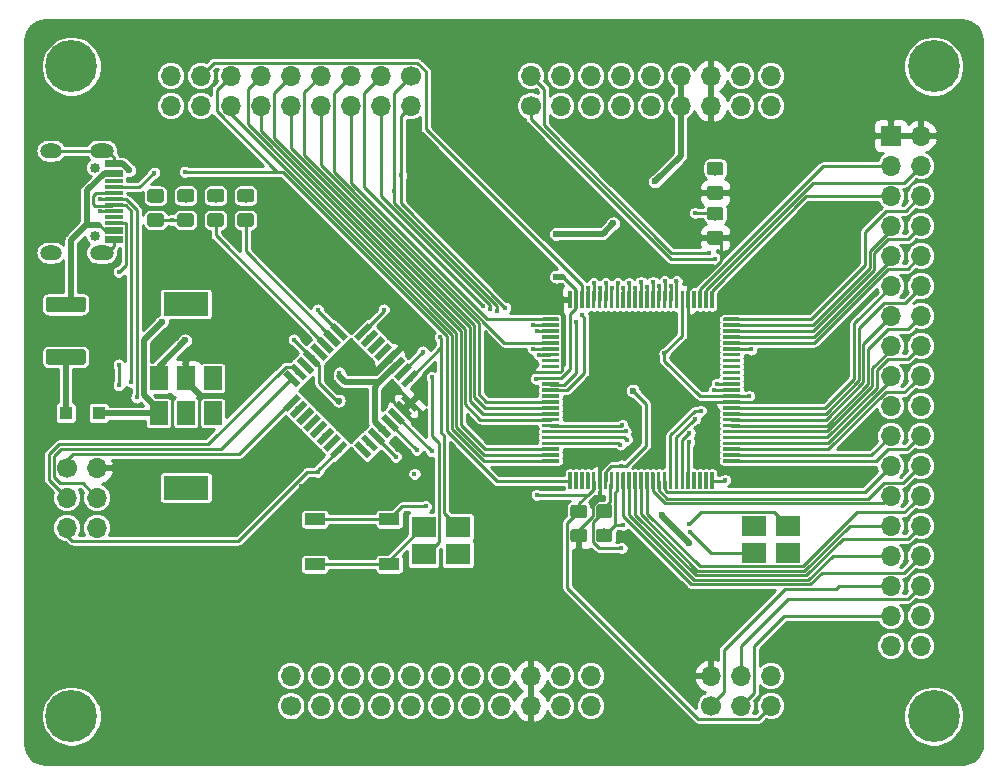
<source format=gbr>
G04 #@! TF.GenerationSoftware,KiCad,Pcbnew,(5.1.2-1)-1*
G04 #@! TF.CreationDate,2020-03-21T01:38:33+05:30*
G04 #@! TF.ProjectId,Mega,4d656761-2e6b-4696-9361-645f70636258,rev?*
G04 #@! TF.SameCoordinates,Original*
G04 #@! TF.FileFunction,Copper,L1,Top*
G04 #@! TF.FilePolarity,Positive*
%FSLAX46Y46*%
G04 Gerber Fmt 4.6, Leading zero omitted, Abs format (unit mm)*
G04 Created by KiCad (PCBNEW (5.1.2-1)-1) date 2020-03-21 01:38:33*
%MOMM*%
%LPD*%
G04 APERTURE LIST*
%ADD10O,1.700000X1.700000*%
%ADD11C,1.700000*%
%ADD12C,0.700000*%
%ADD13C,4.400000*%
%ADD14C,0.100000*%
%ADD15C,1.150000*%
%ADD16C,0.850000*%
%ADD17R,1.524000X0.299974*%
%ADD18O,1.828800X1.270000*%
%ADD19O,2.032000X1.270000*%
%ADD20R,1.500000X2.000000*%
%ADD21R,3.800000X2.000000*%
%ADD22R,2.100000X1.800000*%
%ADD23R,1.700000X1.700000*%
%ADD24C,0.300000*%
%ADD25C,0.550000*%
%ADD26R,1.700000X1.000000*%
%ADD27C,1.300000*%
%ADD28R,1.100000X1.100000*%
%ADD29C,0.600000*%
%ADD30C,0.450000*%
%ADD31C,0.508000*%
%ADD32C,0.254000*%
%ADD33C,0.250000*%
G04 APERTURE END LIST*
D10*
X19140000Y-56040000D03*
X16600000Y-56040000D03*
X19140000Y-53500000D03*
X16600000Y-53500000D03*
X19140000Y-50960000D03*
D11*
X16600000Y-50960000D03*
D12*
X18166726Y-15833274D03*
X17000000Y-15350000D03*
X15833274Y-15833274D03*
X15350000Y-17000000D03*
X15833274Y-18166726D03*
X17000000Y-18650000D03*
X18166726Y-18166726D03*
X18650000Y-17000000D03*
D13*
X17000000Y-17000000D03*
D12*
X91166726Y-70833274D03*
X90000000Y-70350000D03*
X88833274Y-70833274D03*
X88350000Y-72000000D03*
X88833274Y-73166726D03*
X90000000Y-73650000D03*
X91166726Y-73166726D03*
X91650000Y-72000000D03*
D13*
X90000000Y-72000000D03*
D12*
X91166726Y-15833274D03*
X90000000Y-15350000D03*
X88833274Y-15833274D03*
X88350000Y-17000000D03*
X88833274Y-18166726D03*
X90000000Y-18650000D03*
X91166726Y-18166726D03*
X91650000Y-17000000D03*
D13*
X90000000Y-17000000D03*
D12*
X18166726Y-70833274D03*
X17000000Y-70350000D03*
X15833274Y-70833274D03*
X15350000Y-72000000D03*
X15833274Y-73166726D03*
X17000000Y-73650000D03*
X18166726Y-73166726D03*
X18650000Y-72000000D03*
D13*
X17000000Y-72000000D03*
D14*
G36*
X24599505Y-27376204D02*
G01*
X24623773Y-27379804D01*
X24647572Y-27385765D01*
X24670671Y-27394030D01*
X24692850Y-27404520D01*
X24713893Y-27417132D01*
X24733599Y-27431747D01*
X24751777Y-27448223D01*
X24768253Y-27466401D01*
X24782868Y-27486107D01*
X24795480Y-27507150D01*
X24805970Y-27529329D01*
X24814235Y-27552428D01*
X24820196Y-27576227D01*
X24823796Y-27600495D01*
X24825000Y-27624999D01*
X24825000Y-28275001D01*
X24823796Y-28299505D01*
X24820196Y-28323773D01*
X24814235Y-28347572D01*
X24805970Y-28370671D01*
X24795480Y-28392850D01*
X24782868Y-28413893D01*
X24768253Y-28433599D01*
X24751777Y-28451777D01*
X24733599Y-28468253D01*
X24713893Y-28482868D01*
X24692850Y-28495480D01*
X24670671Y-28505970D01*
X24647572Y-28514235D01*
X24623773Y-28520196D01*
X24599505Y-28523796D01*
X24575001Y-28525000D01*
X23674999Y-28525000D01*
X23650495Y-28523796D01*
X23626227Y-28520196D01*
X23602428Y-28514235D01*
X23579329Y-28505970D01*
X23557150Y-28495480D01*
X23536107Y-28482868D01*
X23516401Y-28468253D01*
X23498223Y-28451777D01*
X23481747Y-28433599D01*
X23467132Y-28413893D01*
X23454520Y-28392850D01*
X23444030Y-28370671D01*
X23435765Y-28347572D01*
X23429804Y-28323773D01*
X23426204Y-28299505D01*
X23425000Y-28275001D01*
X23425000Y-27624999D01*
X23426204Y-27600495D01*
X23429804Y-27576227D01*
X23435765Y-27552428D01*
X23444030Y-27529329D01*
X23454520Y-27507150D01*
X23467132Y-27486107D01*
X23481747Y-27466401D01*
X23498223Y-27448223D01*
X23516401Y-27431747D01*
X23536107Y-27417132D01*
X23557150Y-27404520D01*
X23579329Y-27394030D01*
X23602428Y-27385765D01*
X23626227Y-27379804D01*
X23650495Y-27376204D01*
X23674999Y-27375000D01*
X24575001Y-27375000D01*
X24599505Y-27376204D01*
X24599505Y-27376204D01*
G37*
D15*
X24125000Y-27950000D03*
D14*
G36*
X24599505Y-29426204D02*
G01*
X24623773Y-29429804D01*
X24647572Y-29435765D01*
X24670671Y-29444030D01*
X24692850Y-29454520D01*
X24713893Y-29467132D01*
X24733599Y-29481747D01*
X24751777Y-29498223D01*
X24768253Y-29516401D01*
X24782868Y-29536107D01*
X24795480Y-29557150D01*
X24805970Y-29579329D01*
X24814235Y-29602428D01*
X24820196Y-29626227D01*
X24823796Y-29650495D01*
X24825000Y-29674999D01*
X24825000Y-30325001D01*
X24823796Y-30349505D01*
X24820196Y-30373773D01*
X24814235Y-30397572D01*
X24805970Y-30420671D01*
X24795480Y-30442850D01*
X24782868Y-30463893D01*
X24768253Y-30483599D01*
X24751777Y-30501777D01*
X24733599Y-30518253D01*
X24713893Y-30532868D01*
X24692850Y-30545480D01*
X24670671Y-30555970D01*
X24647572Y-30564235D01*
X24623773Y-30570196D01*
X24599505Y-30573796D01*
X24575001Y-30575000D01*
X23674999Y-30575000D01*
X23650495Y-30573796D01*
X23626227Y-30570196D01*
X23602428Y-30564235D01*
X23579329Y-30555970D01*
X23557150Y-30545480D01*
X23536107Y-30532868D01*
X23516401Y-30518253D01*
X23498223Y-30501777D01*
X23481747Y-30483599D01*
X23467132Y-30463893D01*
X23454520Y-30442850D01*
X23444030Y-30420671D01*
X23435765Y-30397572D01*
X23429804Y-30373773D01*
X23426204Y-30349505D01*
X23425000Y-30325001D01*
X23425000Y-29674999D01*
X23426204Y-29650495D01*
X23429804Y-29626227D01*
X23435765Y-29602428D01*
X23444030Y-29579329D01*
X23454520Y-29557150D01*
X23467132Y-29536107D01*
X23481747Y-29516401D01*
X23498223Y-29498223D01*
X23516401Y-29481747D01*
X23536107Y-29467132D01*
X23557150Y-29454520D01*
X23579329Y-29444030D01*
X23602428Y-29435765D01*
X23626227Y-29429804D01*
X23650495Y-29426204D01*
X23674999Y-29425000D01*
X24575001Y-29425000D01*
X24599505Y-29426204D01*
X24599505Y-29426204D01*
G37*
D15*
X24125000Y-30000000D03*
D16*
X18950000Y-25560000D03*
X18950000Y-31330000D03*
D17*
X20574000Y-31813500D03*
X20574000Y-31559500D03*
X20574000Y-31051500D03*
X20574000Y-30797500D03*
X20574000Y-30289500D03*
X20574000Y-29781500D03*
X20574000Y-29273500D03*
X20574000Y-28765500D03*
X20574000Y-28257500D03*
X20574000Y-27749500D03*
X20574000Y-27241500D03*
X20574000Y-26733500D03*
X20574000Y-26225500D03*
X20574000Y-25971500D03*
X20574000Y-25380000D03*
X20574000Y-25082500D03*
D18*
X15240000Y-24130000D03*
D19*
X19558000Y-24130000D03*
D18*
X15240000Y-32766000D03*
D19*
X19558000Y-32766000D03*
D20*
X24370000Y-43420000D03*
X28970000Y-43420000D03*
X26670000Y-43420000D03*
D21*
X26670000Y-37120000D03*
D10*
X60960000Y-68580000D03*
X60960000Y-71120000D03*
X58420000Y-68580000D03*
X58420000Y-71120000D03*
X55880000Y-68580000D03*
X55880000Y-71120000D03*
X53340000Y-68580000D03*
X53340000Y-71120000D03*
X50800000Y-68580000D03*
X50800000Y-71120000D03*
X48260000Y-68580000D03*
X48260000Y-71120000D03*
X45720000Y-68580000D03*
X45720000Y-71120000D03*
X43180000Y-68580000D03*
X43180000Y-71120000D03*
X40640000Y-68580000D03*
X40640000Y-71120000D03*
X38100000Y-68580000D03*
X38100000Y-71120000D03*
X35560000Y-68580000D03*
D11*
X35560000Y-71120000D03*
D10*
X76200000Y-68580000D03*
X76200000Y-71120000D03*
X73660000Y-68580000D03*
X73660000Y-71120000D03*
X71120000Y-68580000D03*
D11*
X71120000Y-71120000D03*
D22*
X77650000Y-58180000D03*
X74750000Y-58180000D03*
X74750000Y-55880000D03*
X77650000Y-55880000D03*
X49710000Y-58300000D03*
X46810000Y-58300000D03*
X46810000Y-56000000D03*
X49710000Y-56000000D03*
D10*
X88900000Y-66040000D03*
X86360000Y-66040000D03*
X88900000Y-63500000D03*
X86360000Y-63500000D03*
X88900000Y-60960000D03*
X86360000Y-60960000D03*
X88900000Y-58420000D03*
X86360000Y-58420000D03*
X88900000Y-55880000D03*
X86360000Y-55880000D03*
X88900000Y-53340000D03*
X86360000Y-53340000D03*
X88900000Y-50800000D03*
X86360000Y-50800000D03*
X88900000Y-48260000D03*
X86360000Y-48260000D03*
X88900000Y-45720000D03*
X86360000Y-45720000D03*
X88900000Y-43180000D03*
X86360000Y-43180000D03*
X88900000Y-40640000D03*
X86360000Y-40640000D03*
X88900000Y-38100000D03*
X86360000Y-38100000D03*
X88900000Y-35560000D03*
X86360000Y-35560000D03*
X88900000Y-33020000D03*
X86360000Y-33020000D03*
X88900000Y-30480000D03*
X86360000Y-30480000D03*
X88900000Y-27940000D03*
X86360000Y-27940000D03*
X88900000Y-25400000D03*
X86360000Y-25400000D03*
X88900000Y-22860000D03*
D23*
X86360000Y-22860000D03*
D10*
X76200000Y-17780000D03*
X76200000Y-20320000D03*
X73660000Y-17780000D03*
X73660000Y-20320000D03*
X71120000Y-17780000D03*
X71120000Y-20320000D03*
X68580000Y-17780000D03*
X68580000Y-20320000D03*
X66040000Y-17780000D03*
X66040000Y-20320000D03*
X63500000Y-17780000D03*
X63500000Y-20320000D03*
X60960000Y-17780000D03*
X60960000Y-20320000D03*
X58420000Y-17780000D03*
X58420000Y-20320000D03*
X55880000Y-17780000D03*
D11*
X55880000Y-20320000D03*
D10*
X25400000Y-20320000D03*
X25400000Y-17780000D03*
X27940000Y-20320000D03*
X27940000Y-17780000D03*
X30480000Y-20320000D03*
X30480000Y-17780000D03*
X33020000Y-20320000D03*
X33020000Y-17780000D03*
X35560000Y-20320000D03*
X35560000Y-17780000D03*
X38100000Y-20320000D03*
X38100000Y-17780000D03*
X40640000Y-20320000D03*
X40640000Y-17780000D03*
X43180000Y-20320000D03*
X43180000Y-17780000D03*
X45720000Y-20320000D03*
D11*
X45720000Y-17780000D03*
D14*
G36*
X62577505Y-56131704D02*
G01*
X62601773Y-56135304D01*
X62625572Y-56141265D01*
X62648671Y-56149530D01*
X62670850Y-56160020D01*
X62691893Y-56172632D01*
X62711599Y-56187247D01*
X62729777Y-56203723D01*
X62746253Y-56221901D01*
X62760868Y-56241607D01*
X62773480Y-56262650D01*
X62783970Y-56284829D01*
X62792235Y-56307928D01*
X62798196Y-56331727D01*
X62801796Y-56355995D01*
X62803000Y-56380499D01*
X62803000Y-57030501D01*
X62801796Y-57055005D01*
X62798196Y-57079273D01*
X62792235Y-57103072D01*
X62783970Y-57126171D01*
X62773480Y-57148350D01*
X62760868Y-57169393D01*
X62746253Y-57189099D01*
X62729777Y-57207277D01*
X62711599Y-57223753D01*
X62691893Y-57238368D01*
X62670850Y-57250980D01*
X62648671Y-57261470D01*
X62625572Y-57269735D01*
X62601773Y-57275696D01*
X62577505Y-57279296D01*
X62553001Y-57280500D01*
X61652999Y-57280500D01*
X61628495Y-57279296D01*
X61604227Y-57275696D01*
X61580428Y-57269735D01*
X61557329Y-57261470D01*
X61535150Y-57250980D01*
X61514107Y-57238368D01*
X61494401Y-57223753D01*
X61476223Y-57207277D01*
X61459747Y-57189099D01*
X61445132Y-57169393D01*
X61432520Y-57148350D01*
X61422030Y-57126171D01*
X61413765Y-57103072D01*
X61407804Y-57079273D01*
X61404204Y-57055005D01*
X61403000Y-57030501D01*
X61403000Y-56380499D01*
X61404204Y-56355995D01*
X61407804Y-56331727D01*
X61413765Y-56307928D01*
X61422030Y-56284829D01*
X61432520Y-56262650D01*
X61445132Y-56241607D01*
X61459747Y-56221901D01*
X61476223Y-56203723D01*
X61494401Y-56187247D01*
X61514107Y-56172632D01*
X61535150Y-56160020D01*
X61557329Y-56149530D01*
X61580428Y-56141265D01*
X61604227Y-56135304D01*
X61628495Y-56131704D01*
X61652999Y-56130500D01*
X62553001Y-56130500D01*
X62577505Y-56131704D01*
X62577505Y-56131704D01*
G37*
D15*
X62103000Y-56705500D03*
D14*
G36*
X62577505Y-54081704D02*
G01*
X62601773Y-54085304D01*
X62625572Y-54091265D01*
X62648671Y-54099530D01*
X62670850Y-54110020D01*
X62691893Y-54122632D01*
X62711599Y-54137247D01*
X62729777Y-54153723D01*
X62746253Y-54171901D01*
X62760868Y-54191607D01*
X62773480Y-54212650D01*
X62783970Y-54234829D01*
X62792235Y-54257928D01*
X62798196Y-54281727D01*
X62801796Y-54305995D01*
X62803000Y-54330499D01*
X62803000Y-54980501D01*
X62801796Y-55005005D01*
X62798196Y-55029273D01*
X62792235Y-55053072D01*
X62783970Y-55076171D01*
X62773480Y-55098350D01*
X62760868Y-55119393D01*
X62746253Y-55139099D01*
X62729777Y-55157277D01*
X62711599Y-55173753D01*
X62691893Y-55188368D01*
X62670850Y-55200980D01*
X62648671Y-55211470D01*
X62625572Y-55219735D01*
X62601773Y-55225696D01*
X62577505Y-55229296D01*
X62553001Y-55230500D01*
X61652999Y-55230500D01*
X61628495Y-55229296D01*
X61604227Y-55225696D01*
X61580428Y-55219735D01*
X61557329Y-55211470D01*
X61535150Y-55200980D01*
X61514107Y-55188368D01*
X61494401Y-55173753D01*
X61476223Y-55157277D01*
X61459747Y-55139099D01*
X61445132Y-55119393D01*
X61432520Y-55098350D01*
X61422030Y-55076171D01*
X61413765Y-55053072D01*
X61407804Y-55029273D01*
X61404204Y-55005005D01*
X61403000Y-54980501D01*
X61403000Y-54330499D01*
X61404204Y-54305995D01*
X61407804Y-54281727D01*
X61413765Y-54257928D01*
X61422030Y-54234829D01*
X61432520Y-54212650D01*
X61445132Y-54191607D01*
X61459747Y-54171901D01*
X61476223Y-54153723D01*
X61494401Y-54137247D01*
X61514107Y-54122632D01*
X61535150Y-54110020D01*
X61557329Y-54099530D01*
X61580428Y-54091265D01*
X61604227Y-54085304D01*
X61628495Y-54081704D01*
X61652999Y-54080500D01*
X62553001Y-54080500D01*
X62577505Y-54081704D01*
X62577505Y-54081704D01*
G37*
D15*
X62103000Y-54655500D03*
D14*
G36*
X59296351Y-36007861D02*
G01*
X59303632Y-36008941D01*
X59310771Y-36010729D01*
X59317701Y-36013209D01*
X59324355Y-36016356D01*
X59330668Y-36020140D01*
X59336579Y-36024524D01*
X59342033Y-36029467D01*
X59346976Y-36034921D01*
X59351360Y-36040832D01*
X59355144Y-36047145D01*
X59358291Y-36053799D01*
X59360771Y-36060729D01*
X59362559Y-36067868D01*
X59363639Y-36075149D01*
X59364000Y-36082500D01*
X59364000Y-37407500D01*
X59363639Y-37414851D01*
X59362559Y-37422132D01*
X59360771Y-37429271D01*
X59358291Y-37436201D01*
X59355144Y-37442855D01*
X59351360Y-37449168D01*
X59346976Y-37455079D01*
X59342033Y-37460533D01*
X59336579Y-37465476D01*
X59330668Y-37469860D01*
X59324355Y-37473644D01*
X59317701Y-37476791D01*
X59310771Y-37479271D01*
X59303632Y-37481059D01*
X59296351Y-37482139D01*
X59289000Y-37482500D01*
X59139000Y-37482500D01*
X59131649Y-37482139D01*
X59124368Y-37481059D01*
X59117229Y-37479271D01*
X59110299Y-37476791D01*
X59103645Y-37473644D01*
X59097332Y-37469860D01*
X59091421Y-37465476D01*
X59085967Y-37460533D01*
X59081024Y-37455079D01*
X59076640Y-37449168D01*
X59072856Y-37442855D01*
X59069709Y-37436201D01*
X59067229Y-37429271D01*
X59065441Y-37422132D01*
X59064361Y-37414851D01*
X59064000Y-37407500D01*
X59064000Y-36082500D01*
X59064361Y-36075149D01*
X59065441Y-36067868D01*
X59067229Y-36060729D01*
X59069709Y-36053799D01*
X59072856Y-36047145D01*
X59076640Y-36040832D01*
X59081024Y-36034921D01*
X59085967Y-36029467D01*
X59091421Y-36024524D01*
X59097332Y-36020140D01*
X59103645Y-36016356D01*
X59110299Y-36013209D01*
X59117229Y-36010729D01*
X59124368Y-36008941D01*
X59131649Y-36007861D01*
X59139000Y-36007500D01*
X59289000Y-36007500D01*
X59296351Y-36007861D01*
X59296351Y-36007861D01*
G37*
D24*
X59214000Y-36745000D03*
D14*
G36*
X59796351Y-36007861D02*
G01*
X59803632Y-36008941D01*
X59810771Y-36010729D01*
X59817701Y-36013209D01*
X59824355Y-36016356D01*
X59830668Y-36020140D01*
X59836579Y-36024524D01*
X59842033Y-36029467D01*
X59846976Y-36034921D01*
X59851360Y-36040832D01*
X59855144Y-36047145D01*
X59858291Y-36053799D01*
X59860771Y-36060729D01*
X59862559Y-36067868D01*
X59863639Y-36075149D01*
X59864000Y-36082500D01*
X59864000Y-37407500D01*
X59863639Y-37414851D01*
X59862559Y-37422132D01*
X59860771Y-37429271D01*
X59858291Y-37436201D01*
X59855144Y-37442855D01*
X59851360Y-37449168D01*
X59846976Y-37455079D01*
X59842033Y-37460533D01*
X59836579Y-37465476D01*
X59830668Y-37469860D01*
X59824355Y-37473644D01*
X59817701Y-37476791D01*
X59810771Y-37479271D01*
X59803632Y-37481059D01*
X59796351Y-37482139D01*
X59789000Y-37482500D01*
X59639000Y-37482500D01*
X59631649Y-37482139D01*
X59624368Y-37481059D01*
X59617229Y-37479271D01*
X59610299Y-37476791D01*
X59603645Y-37473644D01*
X59597332Y-37469860D01*
X59591421Y-37465476D01*
X59585967Y-37460533D01*
X59581024Y-37455079D01*
X59576640Y-37449168D01*
X59572856Y-37442855D01*
X59569709Y-37436201D01*
X59567229Y-37429271D01*
X59565441Y-37422132D01*
X59564361Y-37414851D01*
X59564000Y-37407500D01*
X59564000Y-36082500D01*
X59564361Y-36075149D01*
X59565441Y-36067868D01*
X59567229Y-36060729D01*
X59569709Y-36053799D01*
X59572856Y-36047145D01*
X59576640Y-36040832D01*
X59581024Y-36034921D01*
X59585967Y-36029467D01*
X59591421Y-36024524D01*
X59597332Y-36020140D01*
X59603645Y-36016356D01*
X59610299Y-36013209D01*
X59617229Y-36010729D01*
X59624368Y-36008941D01*
X59631649Y-36007861D01*
X59639000Y-36007500D01*
X59789000Y-36007500D01*
X59796351Y-36007861D01*
X59796351Y-36007861D01*
G37*
D24*
X59714000Y-36745000D03*
D14*
G36*
X60296351Y-36007861D02*
G01*
X60303632Y-36008941D01*
X60310771Y-36010729D01*
X60317701Y-36013209D01*
X60324355Y-36016356D01*
X60330668Y-36020140D01*
X60336579Y-36024524D01*
X60342033Y-36029467D01*
X60346976Y-36034921D01*
X60351360Y-36040832D01*
X60355144Y-36047145D01*
X60358291Y-36053799D01*
X60360771Y-36060729D01*
X60362559Y-36067868D01*
X60363639Y-36075149D01*
X60364000Y-36082500D01*
X60364000Y-37407500D01*
X60363639Y-37414851D01*
X60362559Y-37422132D01*
X60360771Y-37429271D01*
X60358291Y-37436201D01*
X60355144Y-37442855D01*
X60351360Y-37449168D01*
X60346976Y-37455079D01*
X60342033Y-37460533D01*
X60336579Y-37465476D01*
X60330668Y-37469860D01*
X60324355Y-37473644D01*
X60317701Y-37476791D01*
X60310771Y-37479271D01*
X60303632Y-37481059D01*
X60296351Y-37482139D01*
X60289000Y-37482500D01*
X60139000Y-37482500D01*
X60131649Y-37482139D01*
X60124368Y-37481059D01*
X60117229Y-37479271D01*
X60110299Y-37476791D01*
X60103645Y-37473644D01*
X60097332Y-37469860D01*
X60091421Y-37465476D01*
X60085967Y-37460533D01*
X60081024Y-37455079D01*
X60076640Y-37449168D01*
X60072856Y-37442855D01*
X60069709Y-37436201D01*
X60067229Y-37429271D01*
X60065441Y-37422132D01*
X60064361Y-37414851D01*
X60064000Y-37407500D01*
X60064000Y-36082500D01*
X60064361Y-36075149D01*
X60065441Y-36067868D01*
X60067229Y-36060729D01*
X60069709Y-36053799D01*
X60072856Y-36047145D01*
X60076640Y-36040832D01*
X60081024Y-36034921D01*
X60085967Y-36029467D01*
X60091421Y-36024524D01*
X60097332Y-36020140D01*
X60103645Y-36016356D01*
X60110299Y-36013209D01*
X60117229Y-36010729D01*
X60124368Y-36008941D01*
X60131649Y-36007861D01*
X60139000Y-36007500D01*
X60289000Y-36007500D01*
X60296351Y-36007861D01*
X60296351Y-36007861D01*
G37*
D24*
X60214000Y-36745000D03*
D14*
G36*
X60796351Y-36007861D02*
G01*
X60803632Y-36008941D01*
X60810771Y-36010729D01*
X60817701Y-36013209D01*
X60824355Y-36016356D01*
X60830668Y-36020140D01*
X60836579Y-36024524D01*
X60842033Y-36029467D01*
X60846976Y-36034921D01*
X60851360Y-36040832D01*
X60855144Y-36047145D01*
X60858291Y-36053799D01*
X60860771Y-36060729D01*
X60862559Y-36067868D01*
X60863639Y-36075149D01*
X60864000Y-36082500D01*
X60864000Y-37407500D01*
X60863639Y-37414851D01*
X60862559Y-37422132D01*
X60860771Y-37429271D01*
X60858291Y-37436201D01*
X60855144Y-37442855D01*
X60851360Y-37449168D01*
X60846976Y-37455079D01*
X60842033Y-37460533D01*
X60836579Y-37465476D01*
X60830668Y-37469860D01*
X60824355Y-37473644D01*
X60817701Y-37476791D01*
X60810771Y-37479271D01*
X60803632Y-37481059D01*
X60796351Y-37482139D01*
X60789000Y-37482500D01*
X60639000Y-37482500D01*
X60631649Y-37482139D01*
X60624368Y-37481059D01*
X60617229Y-37479271D01*
X60610299Y-37476791D01*
X60603645Y-37473644D01*
X60597332Y-37469860D01*
X60591421Y-37465476D01*
X60585967Y-37460533D01*
X60581024Y-37455079D01*
X60576640Y-37449168D01*
X60572856Y-37442855D01*
X60569709Y-37436201D01*
X60567229Y-37429271D01*
X60565441Y-37422132D01*
X60564361Y-37414851D01*
X60564000Y-37407500D01*
X60564000Y-36082500D01*
X60564361Y-36075149D01*
X60565441Y-36067868D01*
X60567229Y-36060729D01*
X60569709Y-36053799D01*
X60572856Y-36047145D01*
X60576640Y-36040832D01*
X60581024Y-36034921D01*
X60585967Y-36029467D01*
X60591421Y-36024524D01*
X60597332Y-36020140D01*
X60603645Y-36016356D01*
X60610299Y-36013209D01*
X60617229Y-36010729D01*
X60624368Y-36008941D01*
X60631649Y-36007861D01*
X60639000Y-36007500D01*
X60789000Y-36007500D01*
X60796351Y-36007861D01*
X60796351Y-36007861D01*
G37*
D24*
X60714000Y-36745000D03*
D14*
G36*
X61296351Y-36007861D02*
G01*
X61303632Y-36008941D01*
X61310771Y-36010729D01*
X61317701Y-36013209D01*
X61324355Y-36016356D01*
X61330668Y-36020140D01*
X61336579Y-36024524D01*
X61342033Y-36029467D01*
X61346976Y-36034921D01*
X61351360Y-36040832D01*
X61355144Y-36047145D01*
X61358291Y-36053799D01*
X61360771Y-36060729D01*
X61362559Y-36067868D01*
X61363639Y-36075149D01*
X61364000Y-36082500D01*
X61364000Y-37407500D01*
X61363639Y-37414851D01*
X61362559Y-37422132D01*
X61360771Y-37429271D01*
X61358291Y-37436201D01*
X61355144Y-37442855D01*
X61351360Y-37449168D01*
X61346976Y-37455079D01*
X61342033Y-37460533D01*
X61336579Y-37465476D01*
X61330668Y-37469860D01*
X61324355Y-37473644D01*
X61317701Y-37476791D01*
X61310771Y-37479271D01*
X61303632Y-37481059D01*
X61296351Y-37482139D01*
X61289000Y-37482500D01*
X61139000Y-37482500D01*
X61131649Y-37482139D01*
X61124368Y-37481059D01*
X61117229Y-37479271D01*
X61110299Y-37476791D01*
X61103645Y-37473644D01*
X61097332Y-37469860D01*
X61091421Y-37465476D01*
X61085967Y-37460533D01*
X61081024Y-37455079D01*
X61076640Y-37449168D01*
X61072856Y-37442855D01*
X61069709Y-37436201D01*
X61067229Y-37429271D01*
X61065441Y-37422132D01*
X61064361Y-37414851D01*
X61064000Y-37407500D01*
X61064000Y-36082500D01*
X61064361Y-36075149D01*
X61065441Y-36067868D01*
X61067229Y-36060729D01*
X61069709Y-36053799D01*
X61072856Y-36047145D01*
X61076640Y-36040832D01*
X61081024Y-36034921D01*
X61085967Y-36029467D01*
X61091421Y-36024524D01*
X61097332Y-36020140D01*
X61103645Y-36016356D01*
X61110299Y-36013209D01*
X61117229Y-36010729D01*
X61124368Y-36008941D01*
X61131649Y-36007861D01*
X61139000Y-36007500D01*
X61289000Y-36007500D01*
X61296351Y-36007861D01*
X61296351Y-36007861D01*
G37*
D24*
X61214000Y-36745000D03*
D14*
G36*
X61796351Y-36007861D02*
G01*
X61803632Y-36008941D01*
X61810771Y-36010729D01*
X61817701Y-36013209D01*
X61824355Y-36016356D01*
X61830668Y-36020140D01*
X61836579Y-36024524D01*
X61842033Y-36029467D01*
X61846976Y-36034921D01*
X61851360Y-36040832D01*
X61855144Y-36047145D01*
X61858291Y-36053799D01*
X61860771Y-36060729D01*
X61862559Y-36067868D01*
X61863639Y-36075149D01*
X61864000Y-36082500D01*
X61864000Y-37407500D01*
X61863639Y-37414851D01*
X61862559Y-37422132D01*
X61860771Y-37429271D01*
X61858291Y-37436201D01*
X61855144Y-37442855D01*
X61851360Y-37449168D01*
X61846976Y-37455079D01*
X61842033Y-37460533D01*
X61836579Y-37465476D01*
X61830668Y-37469860D01*
X61824355Y-37473644D01*
X61817701Y-37476791D01*
X61810771Y-37479271D01*
X61803632Y-37481059D01*
X61796351Y-37482139D01*
X61789000Y-37482500D01*
X61639000Y-37482500D01*
X61631649Y-37482139D01*
X61624368Y-37481059D01*
X61617229Y-37479271D01*
X61610299Y-37476791D01*
X61603645Y-37473644D01*
X61597332Y-37469860D01*
X61591421Y-37465476D01*
X61585967Y-37460533D01*
X61581024Y-37455079D01*
X61576640Y-37449168D01*
X61572856Y-37442855D01*
X61569709Y-37436201D01*
X61567229Y-37429271D01*
X61565441Y-37422132D01*
X61564361Y-37414851D01*
X61564000Y-37407500D01*
X61564000Y-36082500D01*
X61564361Y-36075149D01*
X61565441Y-36067868D01*
X61567229Y-36060729D01*
X61569709Y-36053799D01*
X61572856Y-36047145D01*
X61576640Y-36040832D01*
X61581024Y-36034921D01*
X61585967Y-36029467D01*
X61591421Y-36024524D01*
X61597332Y-36020140D01*
X61603645Y-36016356D01*
X61610299Y-36013209D01*
X61617229Y-36010729D01*
X61624368Y-36008941D01*
X61631649Y-36007861D01*
X61639000Y-36007500D01*
X61789000Y-36007500D01*
X61796351Y-36007861D01*
X61796351Y-36007861D01*
G37*
D24*
X61714000Y-36745000D03*
D14*
G36*
X62296351Y-36007861D02*
G01*
X62303632Y-36008941D01*
X62310771Y-36010729D01*
X62317701Y-36013209D01*
X62324355Y-36016356D01*
X62330668Y-36020140D01*
X62336579Y-36024524D01*
X62342033Y-36029467D01*
X62346976Y-36034921D01*
X62351360Y-36040832D01*
X62355144Y-36047145D01*
X62358291Y-36053799D01*
X62360771Y-36060729D01*
X62362559Y-36067868D01*
X62363639Y-36075149D01*
X62364000Y-36082500D01*
X62364000Y-37407500D01*
X62363639Y-37414851D01*
X62362559Y-37422132D01*
X62360771Y-37429271D01*
X62358291Y-37436201D01*
X62355144Y-37442855D01*
X62351360Y-37449168D01*
X62346976Y-37455079D01*
X62342033Y-37460533D01*
X62336579Y-37465476D01*
X62330668Y-37469860D01*
X62324355Y-37473644D01*
X62317701Y-37476791D01*
X62310771Y-37479271D01*
X62303632Y-37481059D01*
X62296351Y-37482139D01*
X62289000Y-37482500D01*
X62139000Y-37482500D01*
X62131649Y-37482139D01*
X62124368Y-37481059D01*
X62117229Y-37479271D01*
X62110299Y-37476791D01*
X62103645Y-37473644D01*
X62097332Y-37469860D01*
X62091421Y-37465476D01*
X62085967Y-37460533D01*
X62081024Y-37455079D01*
X62076640Y-37449168D01*
X62072856Y-37442855D01*
X62069709Y-37436201D01*
X62067229Y-37429271D01*
X62065441Y-37422132D01*
X62064361Y-37414851D01*
X62064000Y-37407500D01*
X62064000Y-36082500D01*
X62064361Y-36075149D01*
X62065441Y-36067868D01*
X62067229Y-36060729D01*
X62069709Y-36053799D01*
X62072856Y-36047145D01*
X62076640Y-36040832D01*
X62081024Y-36034921D01*
X62085967Y-36029467D01*
X62091421Y-36024524D01*
X62097332Y-36020140D01*
X62103645Y-36016356D01*
X62110299Y-36013209D01*
X62117229Y-36010729D01*
X62124368Y-36008941D01*
X62131649Y-36007861D01*
X62139000Y-36007500D01*
X62289000Y-36007500D01*
X62296351Y-36007861D01*
X62296351Y-36007861D01*
G37*
D24*
X62214000Y-36745000D03*
D14*
G36*
X62796351Y-36007861D02*
G01*
X62803632Y-36008941D01*
X62810771Y-36010729D01*
X62817701Y-36013209D01*
X62824355Y-36016356D01*
X62830668Y-36020140D01*
X62836579Y-36024524D01*
X62842033Y-36029467D01*
X62846976Y-36034921D01*
X62851360Y-36040832D01*
X62855144Y-36047145D01*
X62858291Y-36053799D01*
X62860771Y-36060729D01*
X62862559Y-36067868D01*
X62863639Y-36075149D01*
X62864000Y-36082500D01*
X62864000Y-37407500D01*
X62863639Y-37414851D01*
X62862559Y-37422132D01*
X62860771Y-37429271D01*
X62858291Y-37436201D01*
X62855144Y-37442855D01*
X62851360Y-37449168D01*
X62846976Y-37455079D01*
X62842033Y-37460533D01*
X62836579Y-37465476D01*
X62830668Y-37469860D01*
X62824355Y-37473644D01*
X62817701Y-37476791D01*
X62810771Y-37479271D01*
X62803632Y-37481059D01*
X62796351Y-37482139D01*
X62789000Y-37482500D01*
X62639000Y-37482500D01*
X62631649Y-37482139D01*
X62624368Y-37481059D01*
X62617229Y-37479271D01*
X62610299Y-37476791D01*
X62603645Y-37473644D01*
X62597332Y-37469860D01*
X62591421Y-37465476D01*
X62585967Y-37460533D01*
X62581024Y-37455079D01*
X62576640Y-37449168D01*
X62572856Y-37442855D01*
X62569709Y-37436201D01*
X62567229Y-37429271D01*
X62565441Y-37422132D01*
X62564361Y-37414851D01*
X62564000Y-37407500D01*
X62564000Y-36082500D01*
X62564361Y-36075149D01*
X62565441Y-36067868D01*
X62567229Y-36060729D01*
X62569709Y-36053799D01*
X62572856Y-36047145D01*
X62576640Y-36040832D01*
X62581024Y-36034921D01*
X62585967Y-36029467D01*
X62591421Y-36024524D01*
X62597332Y-36020140D01*
X62603645Y-36016356D01*
X62610299Y-36013209D01*
X62617229Y-36010729D01*
X62624368Y-36008941D01*
X62631649Y-36007861D01*
X62639000Y-36007500D01*
X62789000Y-36007500D01*
X62796351Y-36007861D01*
X62796351Y-36007861D01*
G37*
D24*
X62714000Y-36745000D03*
D14*
G36*
X63296351Y-36007861D02*
G01*
X63303632Y-36008941D01*
X63310771Y-36010729D01*
X63317701Y-36013209D01*
X63324355Y-36016356D01*
X63330668Y-36020140D01*
X63336579Y-36024524D01*
X63342033Y-36029467D01*
X63346976Y-36034921D01*
X63351360Y-36040832D01*
X63355144Y-36047145D01*
X63358291Y-36053799D01*
X63360771Y-36060729D01*
X63362559Y-36067868D01*
X63363639Y-36075149D01*
X63364000Y-36082500D01*
X63364000Y-37407500D01*
X63363639Y-37414851D01*
X63362559Y-37422132D01*
X63360771Y-37429271D01*
X63358291Y-37436201D01*
X63355144Y-37442855D01*
X63351360Y-37449168D01*
X63346976Y-37455079D01*
X63342033Y-37460533D01*
X63336579Y-37465476D01*
X63330668Y-37469860D01*
X63324355Y-37473644D01*
X63317701Y-37476791D01*
X63310771Y-37479271D01*
X63303632Y-37481059D01*
X63296351Y-37482139D01*
X63289000Y-37482500D01*
X63139000Y-37482500D01*
X63131649Y-37482139D01*
X63124368Y-37481059D01*
X63117229Y-37479271D01*
X63110299Y-37476791D01*
X63103645Y-37473644D01*
X63097332Y-37469860D01*
X63091421Y-37465476D01*
X63085967Y-37460533D01*
X63081024Y-37455079D01*
X63076640Y-37449168D01*
X63072856Y-37442855D01*
X63069709Y-37436201D01*
X63067229Y-37429271D01*
X63065441Y-37422132D01*
X63064361Y-37414851D01*
X63064000Y-37407500D01*
X63064000Y-36082500D01*
X63064361Y-36075149D01*
X63065441Y-36067868D01*
X63067229Y-36060729D01*
X63069709Y-36053799D01*
X63072856Y-36047145D01*
X63076640Y-36040832D01*
X63081024Y-36034921D01*
X63085967Y-36029467D01*
X63091421Y-36024524D01*
X63097332Y-36020140D01*
X63103645Y-36016356D01*
X63110299Y-36013209D01*
X63117229Y-36010729D01*
X63124368Y-36008941D01*
X63131649Y-36007861D01*
X63139000Y-36007500D01*
X63289000Y-36007500D01*
X63296351Y-36007861D01*
X63296351Y-36007861D01*
G37*
D24*
X63214000Y-36745000D03*
D14*
G36*
X63796351Y-36007861D02*
G01*
X63803632Y-36008941D01*
X63810771Y-36010729D01*
X63817701Y-36013209D01*
X63824355Y-36016356D01*
X63830668Y-36020140D01*
X63836579Y-36024524D01*
X63842033Y-36029467D01*
X63846976Y-36034921D01*
X63851360Y-36040832D01*
X63855144Y-36047145D01*
X63858291Y-36053799D01*
X63860771Y-36060729D01*
X63862559Y-36067868D01*
X63863639Y-36075149D01*
X63864000Y-36082500D01*
X63864000Y-37407500D01*
X63863639Y-37414851D01*
X63862559Y-37422132D01*
X63860771Y-37429271D01*
X63858291Y-37436201D01*
X63855144Y-37442855D01*
X63851360Y-37449168D01*
X63846976Y-37455079D01*
X63842033Y-37460533D01*
X63836579Y-37465476D01*
X63830668Y-37469860D01*
X63824355Y-37473644D01*
X63817701Y-37476791D01*
X63810771Y-37479271D01*
X63803632Y-37481059D01*
X63796351Y-37482139D01*
X63789000Y-37482500D01*
X63639000Y-37482500D01*
X63631649Y-37482139D01*
X63624368Y-37481059D01*
X63617229Y-37479271D01*
X63610299Y-37476791D01*
X63603645Y-37473644D01*
X63597332Y-37469860D01*
X63591421Y-37465476D01*
X63585967Y-37460533D01*
X63581024Y-37455079D01*
X63576640Y-37449168D01*
X63572856Y-37442855D01*
X63569709Y-37436201D01*
X63567229Y-37429271D01*
X63565441Y-37422132D01*
X63564361Y-37414851D01*
X63564000Y-37407500D01*
X63564000Y-36082500D01*
X63564361Y-36075149D01*
X63565441Y-36067868D01*
X63567229Y-36060729D01*
X63569709Y-36053799D01*
X63572856Y-36047145D01*
X63576640Y-36040832D01*
X63581024Y-36034921D01*
X63585967Y-36029467D01*
X63591421Y-36024524D01*
X63597332Y-36020140D01*
X63603645Y-36016356D01*
X63610299Y-36013209D01*
X63617229Y-36010729D01*
X63624368Y-36008941D01*
X63631649Y-36007861D01*
X63639000Y-36007500D01*
X63789000Y-36007500D01*
X63796351Y-36007861D01*
X63796351Y-36007861D01*
G37*
D24*
X63714000Y-36745000D03*
D14*
G36*
X64296351Y-36007861D02*
G01*
X64303632Y-36008941D01*
X64310771Y-36010729D01*
X64317701Y-36013209D01*
X64324355Y-36016356D01*
X64330668Y-36020140D01*
X64336579Y-36024524D01*
X64342033Y-36029467D01*
X64346976Y-36034921D01*
X64351360Y-36040832D01*
X64355144Y-36047145D01*
X64358291Y-36053799D01*
X64360771Y-36060729D01*
X64362559Y-36067868D01*
X64363639Y-36075149D01*
X64364000Y-36082500D01*
X64364000Y-37407500D01*
X64363639Y-37414851D01*
X64362559Y-37422132D01*
X64360771Y-37429271D01*
X64358291Y-37436201D01*
X64355144Y-37442855D01*
X64351360Y-37449168D01*
X64346976Y-37455079D01*
X64342033Y-37460533D01*
X64336579Y-37465476D01*
X64330668Y-37469860D01*
X64324355Y-37473644D01*
X64317701Y-37476791D01*
X64310771Y-37479271D01*
X64303632Y-37481059D01*
X64296351Y-37482139D01*
X64289000Y-37482500D01*
X64139000Y-37482500D01*
X64131649Y-37482139D01*
X64124368Y-37481059D01*
X64117229Y-37479271D01*
X64110299Y-37476791D01*
X64103645Y-37473644D01*
X64097332Y-37469860D01*
X64091421Y-37465476D01*
X64085967Y-37460533D01*
X64081024Y-37455079D01*
X64076640Y-37449168D01*
X64072856Y-37442855D01*
X64069709Y-37436201D01*
X64067229Y-37429271D01*
X64065441Y-37422132D01*
X64064361Y-37414851D01*
X64064000Y-37407500D01*
X64064000Y-36082500D01*
X64064361Y-36075149D01*
X64065441Y-36067868D01*
X64067229Y-36060729D01*
X64069709Y-36053799D01*
X64072856Y-36047145D01*
X64076640Y-36040832D01*
X64081024Y-36034921D01*
X64085967Y-36029467D01*
X64091421Y-36024524D01*
X64097332Y-36020140D01*
X64103645Y-36016356D01*
X64110299Y-36013209D01*
X64117229Y-36010729D01*
X64124368Y-36008941D01*
X64131649Y-36007861D01*
X64139000Y-36007500D01*
X64289000Y-36007500D01*
X64296351Y-36007861D01*
X64296351Y-36007861D01*
G37*
D24*
X64214000Y-36745000D03*
D14*
G36*
X64796351Y-36007861D02*
G01*
X64803632Y-36008941D01*
X64810771Y-36010729D01*
X64817701Y-36013209D01*
X64824355Y-36016356D01*
X64830668Y-36020140D01*
X64836579Y-36024524D01*
X64842033Y-36029467D01*
X64846976Y-36034921D01*
X64851360Y-36040832D01*
X64855144Y-36047145D01*
X64858291Y-36053799D01*
X64860771Y-36060729D01*
X64862559Y-36067868D01*
X64863639Y-36075149D01*
X64864000Y-36082500D01*
X64864000Y-37407500D01*
X64863639Y-37414851D01*
X64862559Y-37422132D01*
X64860771Y-37429271D01*
X64858291Y-37436201D01*
X64855144Y-37442855D01*
X64851360Y-37449168D01*
X64846976Y-37455079D01*
X64842033Y-37460533D01*
X64836579Y-37465476D01*
X64830668Y-37469860D01*
X64824355Y-37473644D01*
X64817701Y-37476791D01*
X64810771Y-37479271D01*
X64803632Y-37481059D01*
X64796351Y-37482139D01*
X64789000Y-37482500D01*
X64639000Y-37482500D01*
X64631649Y-37482139D01*
X64624368Y-37481059D01*
X64617229Y-37479271D01*
X64610299Y-37476791D01*
X64603645Y-37473644D01*
X64597332Y-37469860D01*
X64591421Y-37465476D01*
X64585967Y-37460533D01*
X64581024Y-37455079D01*
X64576640Y-37449168D01*
X64572856Y-37442855D01*
X64569709Y-37436201D01*
X64567229Y-37429271D01*
X64565441Y-37422132D01*
X64564361Y-37414851D01*
X64564000Y-37407500D01*
X64564000Y-36082500D01*
X64564361Y-36075149D01*
X64565441Y-36067868D01*
X64567229Y-36060729D01*
X64569709Y-36053799D01*
X64572856Y-36047145D01*
X64576640Y-36040832D01*
X64581024Y-36034921D01*
X64585967Y-36029467D01*
X64591421Y-36024524D01*
X64597332Y-36020140D01*
X64603645Y-36016356D01*
X64610299Y-36013209D01*
X64617229Y-36010729D01*
X64624368Y-36008941D01*
X64631649Y-36007861D01*
X64639000Y-36007500D01*
X64789000Y-36007500D01*
X64796351Y-36007861D01*
X64796351Y-36007861D01*
G37*
D24*
X64714000Y-36745000D03*
D14*
G36*
X65296351Y-36007861D02*
G01*
X65303632Y-36008941D01*
X65310771Y-36010729D01*
X65317701Y-36013209D01*
X65324355Y-36016356D01*
X65330668Y-36020140D01*
X65336579Y-36024524D01*
X65342033Y-36029467D01*
X65346976Y-36034921D01*
X65351360Y-36040832D01*
X65355144Y-36047145D01*
X65358291Y-36053799D01*
X65360771Y-36060729D01*
X65362559Y-36067868D01*
X65363639Y-36075149D01*
X65364000Y-36082500D01*
X65364000Y-37407500D01*
X65363639Y-37414851D01*
X65362559Y-37422132D01*
X65360771Y-37429271D01*
X65358291Y-37436201D01*
X65355144Y-37442855D01*
X65351360Y-37449168D01*
X65346976Y-37455079D01*
X65342033Y-37460533D01*
X65336579Y-37465476D01*
X65330668Y-37469860D01*
X65324355Y-37473644D01*
X65317701Y-37476791D01*
X65310771Y-37479271D01*
X65303632Y-37481059D01*
X65296351Y-37482139D01*
X65289000Y-37482500D01*
X65139000Y-37482500D01*
X65131649Y-37482139D01*
X65124368Y-37481059D01*
X65117229Y-37479271D01*
X65110299Y-37476791D01*
X65103645Y-37473644D01*
X65097332Y-37469860D01*
X65091421Y-37465476D01*
X65085967Y-37460533D01*
X65081024Y-37455079D01*
X65076640Y-37449168D01*
X65072856Y-37442855D01*
X65069709Y-37436201D01*
X65067229Y-37429271D01*
X65065441Y-37422132D01*
X65064361Y-37414851D01*
X65064000Y-37407500D01*
X65064000Y-36082500D01*
X65064361Y-36075149D01*
X65065441Y-36067868D01*
X65067229Y-36060729D01*
X65069709Y-36053799D01*
X65072856Y-36047145D01*
X65076640Y-36040832D01*
X65081024Y-36034921D01*
X65085967Y-36029467D01*
X65091421Y-36024524D01*
X65097332Y-36020140D01*
X65103645Y-36016356D01*
X65110299Y-36013209D01*
X65117229Y-36010729D01*
X65124368Y-36008941D01*
X65131649Y-36007861D01*
X65139000Y-36007500D01*
X65289000Y-36007500D01*
X65296351Y-36007861D01*
X65296351Y-36007861D01*
G37*
D24*
X65214000Y-36745000D03*
D14*
G36*
X65796351Y-36007861D02*
G01*
X65803632Y-36008941D01*
X65810771Y-36010729D01*
X65817701Y-36013209D01*
X65824355Y-36016356D01*
X65830668Y-36020140D01*
X65836579Y-36024524D01*
X65842033Y-36029467D01*
X65846976Y-36034921D01*
X65851360Y-36040832D01*
X65855144Y-36047145D01*
X65858291Y-36053799D01*
X65860771Y-36060729D01*
X65862559Y-36067868D01*
X65863639Y-36075149D01*
X65864000Y-36082500D01*
X65864000Y-37407500D01*
X65863639Y-37414851D01*
X65862559Y-37422132D01*
X65860771Y-37429271D01*
X65858291Y-37436201D01*
X65855144Y-37442855D01*
X65851360Y-37449168D01*
X65846976Y-37455079D01*
X65842033Y-37460533D01*
X65836579Y-37465476D01*
X65830668Y-37469860D01*
X65824355Y-37473644D01*
X65817701Y-37476791D01*
X65810771Y-37479271D01*
X65803632Y-37481059D01*
X65796351Y-37482139D01*
X65789000Y-37482500D01*
X65639000Y-37482500D01*
X65631649Y-37482139D01*
X65624368Y-37481059D01*
X65617229Y-37479271D01*
X65610299Y-37476791D01*
X65603645Y-37473644D01*
X65597332Y-37469860D01*
X65591421Y-37465476D01*
X65585967Y-37460533D01*
X65581024Y-37455079D01*
X65576640Y-37449168D01*
X65572856Y-37442855D01*
X65569709Y-37436201D01*
X65567229Y-37429271D01*
X65565441Y-37422132D01*
X65564361Y-37414851D01*
X65564000Y-37407500D01*
X65564000Y-36082500D01*
X65564361Y-36075149D01*
X65565441Y-36067868D01*
X65567229Y-36060729D01*
X65569709Y-36053799D01*
X65572856Y-36047145D01*
X65576640Y-36040832D01*
X65581024Y-36034921D01*
X65585967Y-36029467D01*
X65591421Y-36024524D01*
X65597332Y-36020140D01*
X65603645Y-36016356D01*
X65610299Y-36013209D01*
X65617229Y-36010729D01*
X65624368Y-36008941D01*
X65631649Y-36007861D01*
X65639000Y-36007500D01*
X65789000Y-36007500D01*
X65796351Y-36007861D01*
X65796351Y-36007861D01*
G37*
D24*
X65714000Y-36745000D03*
D14*
G36*
X66296351Y-36007861D02*
G01*
X66303632Y-36008941D01*
X66310771Y-36010729D01*
X66317701Y-36013209D01*
X66324355Y-36016356D01*
X66330668Y-36020140D01*
X66336579Y-36024524D01*
X66342033Y-36029467D01*
X66346976Y-36034921D01*
X66351360Y-36040832D01*
X66355144Y-36047145D01*
X66358291Y-36053799D01*
X66360771Y-36060729D01*
X66362559Y-36067868D01*
X66363639Y-36075149D01*
X66364000Y-36082500D01*
X66364000Y-37407500D01*
X66363639Y-37414851D01*
X66362559Y-37422132D01*
X66360771Y-37429271D01*
X66358291Y-37436201D01*
X66355144Y-37442855D01*
X66351360Y-37449168D01*
X66346976Y-37455079D01*
X66342033Y-37460533D01*
X66336579Y-37465476D01*
X66330668Y-37469860D01*
X66324355Y-37473644D01*
X66317701Y-37476791D01*
X66310771Y-37479271D01*
X66303632Y-37481059D01*
X66296351Y-37482139D01*
X66289000Y-37482500D01*
X66139000Y-37482500D01*
X66131649Y-37482139D01*
X66124368Y-37481059D01*
X66117229Y-37479271D01*
X66110299Y-37476791D01*
X66103645Y-37473644D01*
X66097332Y-37469860D01*
X66091421Y-37465476D01*
X66085967Y-37460533D01*
X66081024Y-37455079D01*
X66076640Y-37449168D01*
X66072856Y-37442855D01*
X66069709Y-37436201D01*
X66067229Y-37429271D01*
X66065441Y-37422132D01*
X66064361Y-37414851D01*
X66064000Y-37407500D01*
X66064000Y-36082500D01*
X66064361Y-36075149D01*
X66065441Y-36067868D01*
X66067229Y-36060729D01*
X66069709Y-36053799D01*
X66072856Y-36047145D01*
X66076640Y-36040832D01*
X66081024Y-36034921D01*
X66085967Y-36029467D01*
X66091421Y-36024524D01*
X66097332Y-36020140D01*
X66103645Y-36016356D01*
X66110299Y-36013209D01*
X66117229Y-36010729D01*
X66124368Y-36008941D01*
X66131649Y-36007861D01*
X66139000Y-36007500D01*
X66289000Y-36007500D01*
X66296351Y-36007861D01*
X66296351Y-36007861D01*
G37*
D24*
X66214000Y-36745000D03*
D14*
G36*
X66796351Y-36007861D02*
G01*
X66803632Y-36008941D01*
X66810771Y-36010729D01*
X66817701Y-36013209D01*
X66824355Y-36016356D01*
X66830668Y-36020140D01*
X66836579Y-36024524D01*
X66842033Y-36029467D01*
X66846976Y-36034921D01*
X66851360Y-36040832D01*
X66855144Y-36047145D01*
X66858291Y-36053799D01*
X66860771Y-36060729D01*
X66862559Y-36067868D01*
X66863639Y-36075149D01*
X66864000Y-36082500D01*
X66864000Y-37407500D01*
X66863639Y-37414851D01*
X66862559Y-37422132D01*
X66860771Y-37429271D01*
X66858291Y-37436201D01*
X66855144Y-37442855D01*
X66851360Y-37449168D01*
X66846976Y-37455079D01*
X66842033Y-37460533D01*
X66836579Y-37465476D01*
X66830668Y-37469860D01*
X66824355Y-37473644D01*
X66817701Y-37476791D01*
X66810771Y-37479271D01*
X66803632Y-37481059D01*
X66796351Y-37482139D01*
X66789000Y-37482500D01*
X66639000Y-37482500D01*
X66631649Y-37482139D01*
X66624368Y-37481059D01*
X66617229Y-37479271D01*
X66610299Y-37476791D01*
X66603645Y-37473644D01*
X66597332Y-37469860D01*
X66591421Y-37465476D01*
X66585967Y-37460533D01*
X66581024Y-37455079D01*
X66576640Y-37449168D01*
X66572856Y-37442855D01*
X66569709Y-37436201D01*
X66567229Y-37429271D01*
X66565441Y-37422132D01*
X66564361Y-37414851D01*
X66564000Y-37407500D01*
X66564000Y-36082500D01*
X66564361Y-36075149D01*
X66565441Y-36067868D01*
X66567229Y-36060729D01*
X66569709Y-36053799D01*
X66572856Y-36047145D01*
X66576640Y-36040832D01*
X66581024Y-36034921D01*
X66585967Y-36029467D01*
X66591421Y-36024524D01*
X66597332Y-36020140D01*
X66603645Y-36016356D01*
X66610299Y-36013209D01*
X66617229Y-36010729D01*
X66624368Y-36008941D01*
X66631649Y-36007861D01*
X66639000Y-36007500D01*
X66789000Y-36007500D01*
X66796351Y-36007861D01*
X66796351Y-36007861D01*
G37*
D24*
X66714000Y-36745000D03*
D14*
G36*
X67296351Y-36007861D02*
G01*
X67303632Y-36008941D01*
X67310771Y-36010729D01*
X67317701Y-36013209D01*
X67324355Y-36016356D01*
X67330668Y-36020140D01*
X67336579Y-36024524D01*
X67342033Y-36029467D01*
X67346976Y-36034921D01*
X67351360Y-36040832D01*
X67355144Y-36047145D01*
X67358291Y-36053799D01*
X67360771Y-36060729D01*
X67362559Y-36067868D01*
X67363639Y-36075149D01*
X67364000Y-36082500D01*
X67364000Y-37407500D01*
X67363639Y-37414851D01*
X67362559Y-37422132D01*
X67360771Y-37429271D01*
X67358291Y-37436201D01*
X67355144Y-37442855D01*
X67351360Y-37449168D01*
X67346976Y-37455079D01*
X67342033Y-37460533D01*
X67336579Y-37465476D01*
X67330668Y-37469860D01*
X67324355Y-37473644D01*
X67317701Y-37476791D01*
X67310771Y-37479271D01*
X67303632Y-37481059D01*
X67296351Y-37482139D01*
X67289000Y-37482500D01*
X67139000Y-37482500D01*
X67131649Y-37482139D01*
X67124368Y-37481059D01*
X67117229Y-37479271D01*
X67110299Y-37476791D01*
X67103645Y-37473644D01*
X67097332Y-37469860D01*
X67091421Y-37465476D01*
X67085967Y-37460533D01*
X67081024Y-37455079D01*
X67076640Y-37449168D01*
X67072856Y-37442855D01*
X67069709Y-37436201D01*
X67067229Y-37429271D01*
X67065441Y-37422132D01*
X67064361Y-37414851D01*
X67064000Y-37407500D01*
X67064000Y-36082500D01*
X67064361Y-36075149D01*
X67065441Y-36067868D01*
X67067229Y-36060729D01*
X67069709Y-36053799D01*
X67072856Y-36047145D01*
X67076640Y-36040832D01*
X67081024Y-36034921D01*
X67085967Y-36029467D01*
X67091421Y-36024524D01*
X67097332Y-36020140D01*
X67103645Y-36016356D01*
X67110299Y-36013209D01*
X67117229Y-36010729D01*
X67124368Y-36008941D01*
X67131649Y-36007861D01*
X67139000Y-36007500D01*
X67289000Y-36007500D01*
X67296351Y-36007861D01*
X67296351Y-36007861D01*
G37*
D24*
X67214000Y-36745000D03*
D14*
G36*
X67796351Y-36007861D02*
G01*
X67803632Y-36008941D01*
X67810771Y-36010729D01*
X67817701Y-36013209D01*
X67824355Y-36016356D01*
X67830668Y-36020140D01*
X67836579Y-36024524D01*
X67842033Y-36029467D01*
X67846976Y-36034921D01*
X67851360Y-36040832D01*
X67855144Y-36047145D01*
X67858291Y-36053799D01*
X67860771Y-36060729D01*
X67862559Y-36067868D01*
X67863639Y-36075149D01*
X67864000Y-36082500D01*
X67864000Y-37407500D01*
X67863639Y-37414851D01*
X67862559Y-37422132D01*
X67860771Y-37429271D01*
X67858291Y-37436201D01*
X67855144Y-37442855D01*
X67851360Y-37449168D01*
X67846976Y-37455079D01*
X67842033Y-37460533D01*
X67836579Y-37465476D01*
X67830668Y-37469860D01*
X67824355Y-37473644D01*
X67817701Y-37476791D01*
X67810771Y-37479271D01*
X67803632Y-37481059D01*
X67796351Y-37482139D01*
X67789000Y-37482500D01*
X67639000Y-37482500D01*
X67631649Y-37482139D01*
X67624368Y-37481059D01*
X67617229Y-37479271D01*
X67610299Y-37476791D01*
X67603645Y-37473644D01*
X67597332Y-37469860D01*
X67591421Y-37465476D01*
X67585967Y-37460533D01*
X67581024Y-37455079D01*
X67576640Y-37449168D01*
X67572856Y-37442855D01*
X67569709Y-37436201D01*
X67567229Y-37429271D01*
X67565441Y-37422132D01*
X67564361Y-37414851D01*
X67564000Y-37407500D01*
X67564000Y-36082500D01*
X67564361Y-36075149D01*
X67565441Y-36067868D01*
X67567229Y-36060729D01*
X67569709Y-36053799D01*
X67572856Y-36047145D01*
X67576640Y-36040832D01*
X67581024Y-36034921D01*
X67585967Y-36029467D01*
X67591421Y-36024524D01*
X67597332Y-36020140D01*
X67603645Y-36016356D01*
X67610299Y-36013209D01*
X67617229Y-36010729D01*
X67624368Y-36008941D01*
X67631649Y-36007861D01*
X67639000Y-36007500D01*
X67789000Y-36007500D01*
X67796351Y-36007861D01*
X67796351Y-36007861D01*
G37*
D24*
X67714000Y-36745000D03*
D14*
G36*
X68296351Y-36007861D02*
G01*
X68303632Y-36008941D01*
X68310771Y-36010729D01*
X68317701Y-36013209D01*
X68324355Y-36016356D01*
X68330668Y-36020140D01*
X68336579Y-36024524D01*
X68342033Y-36029467D01*
X68346976Y-36034921D01*
X68351360Y-36040832D01*
X68355144Y-36047145D01*
X68358291Y-36053799D01*
X68360771Y-36060729D01*
X68362559Y-36067868D01*
X68363639Y-36075149D01*
X68364000Y-36082500D01*
X68364000Y-37407500D01*
X68363639Y-37414851D01*
X68362559Y-37422132D01*
X68360771Y-37429271D01*
X68358291Y-37436201D01*
X68355144Y-37442855D01*
X68351360Y-37449168D01*
X68346976Y-37455079D01*
X68342033Y-37460533D01*
X68336579Y-37465476D01*
X68330668Y-37469860D01*
X68324355Y-37473644D01*
X68317701Y-37476791D01*
X68310771Y-37479271D01*
X68303632Y-37481059D01*
X68296351Y-37482139D01*
X68289000Y-37482500D01*
X68139000Y-37482500D01*
X68131649Y-37482139D01*
X68124368Y-37481059D01*
X68117229Y-37479271D01*
X68110299Y-37476791D01*
X68103645Y-37473644D01*
X68097332Y-37469860D01*
X68091421Y-37465476D01*
X68085967Y-37460533D01*
X68081024Y-37455079D01*
X68076640Y-37449168D01*
X68072856Y-37442855D01*
X68069709Y-37436201D01*
X68067229Y-37429271D01*
X68065441Y-37422132D01*
X68064361Y-37414851D01*
X68064000Y-37407500D01*
X68064000Y-36082500D01*
X68064361Y-36075149D01*
X68065441Y-36067868D01*
X68067229Y-36060729D01*
X68069709Y-36053799D01*
X68072856Y-36047145D01*
X68076640Y-36040832D01*
X68081024Y-36034921D01*
X68085967Y-36029467D01*
X68091421Y-36024524D01*
X68097332Y-36020140D01*
X68103645Y-36016356D01*
X68110299Y-36013209D01*
X68117229Y-36010729D01*
X68124368Y-36008941D01*
X68131649Y-36007861D01*
X68139000Y-36007500D01*
X68289000Y-36007500D01*
X68296351Y-36007861D01*
X68296351Y-36007861D01*
G37*
D24*
X68214000Y-36745000D03*
D14*
G36*
X68796351Y-36007861D02*
G01*
X68803632Y-36008941D01*
X68810771Y-36010729D01*
X68817701Y-36013209D01*
X68824355Y-36016356D01*
X68830668Y-36020140D01*
X68836579Y-36024524D01*
X68842033Y-36029467D01*
X68846976Y-36034921D01*
X68851360Y-36040832D01*
X68855144Y-36047145D01*
X68858291Y-36053799D01*
X68860771Y-36060729D01*
X68862559Y-36067868D01*
X68863639Y-36075149D01*
X68864000Y-36082500D01*
X68864000Y-37407500D01*
X68863639Y-37414851D01*
X68862559Y-37422132D01*
X68860771Y-37429271D01*
X68858291Y-37436201D01*
X68855144Y-37442855D01*
X68851360Y-37449168D01*
X68846976Y-37455079D01*
X68842033Y-37460533D01*
X68836579Y-37465476D01*
X68830668Y-37469860D01*
X68824355Y-37473644D01*
X68817701Y-37476791D01*
X68810771Y-37479271D01*
X68803632Y-37481059D01*
X68796351Y-37482139D01*
X68789000Y-37482500D01*
X68639000Y-37482500D01*
X68631649Y-37482139D01*
X68624368Y-37481059D01*
X68617229Y-37479271D01*
X68610299Y-37476791D01*
X68603645Y-37473644D01*
X68597332Y-37469860D01*
X68591421Y-37465476D01*
X68585967Y-37460533D01*
X68581024Y-37455079D01*
X68576640Y-37449168D01*
X68572856Y-37442855D01*
X68569709Y-37436201D01*
X68567229Y-37429271D01*
X68565441Y-37422132D01*
X68564361Y-37414851D01*
X68564000Y-37407500D01*
X68564000Y-36082500D01*
X68564361Y-36075149D01*
X68565441Y-36067868D01*
X68567229Y-36060729D01*
X68569709Y-36053799D01*
X68572856Y-36047145D01*
X68576640Y-36040832D01*
X68581024Y-36034921D01*
X68585967Y-36029467D01*
X68591421Y-36024524D01*
X68597332Y-36020140D01*
X68603645Y-36016356D01*
X68610299Y-36013209D01*
X68617229Y-36010729D01*
X68624368Y-36008941D01*
X68631649Y-36007861D01*
X68639000Y-36007500D01*
X68789000Y-36007500D01*
X68796351Y-36007861D01*
X68796351Y-36007861D01*
G37*
D24*
X68714000Y-36745000D03*
D14*
G36*
X69296351Y-36007861D02*
G01*
X69303632Y-36008941D01*
X69310771Y-36010729D01*
X69317701Y-36013209D01*
X69324355Y-36016356D01*
X69330668Y-36020140D01*
X69336579Y-36024524D01*
X69342033Y-36029467D01*
X69346976Y-36034921D01*
X69351360Y-36040832D01*
X69355144Y-36047145D01*
X69358291Y-36053799D01*
X69360771Y-36060729D01*
X69362559Y-36067868D01*
X69363639Y-36075149D01*
X69364000Y-36082500D01*
X69364000Y-37407500D01*
X69363639Y-37414851D01*
X69362559Y-37422132D01*
X69360771Y-37429271D01*
X69358291Y-37436201D01*
X69355144Y-37442855D01*
X69351360Y-37449168D01*
X69346976Y-37455079D01*
X69342033Y-37460533D01*
X69336579Y-37465476D01*
X69330668Y-37469860D01*
X69324355Y-37473644D01*
X69317701Y-37476791D01*
X69310771Y-37479271D01*
X69303632Y-37481059D01*
X69296351Y-37482139D01*
X69289000Y-37482500D01*
X69139000Y-37482500D01*
X69131649Y-37482139D01*
X69124368Y-37481059D01*
X69117229Y-37479271D01*
X69110299Y-37476791D01*
X69103645Y-37473644D01*
X69097332Y-37469860D01*
X69091421Y-37465476D01*
X69085967Y-37460533D01*
X69081024Y-37455079D01*
X69076640Y-37449168D01*
X69072856Y-37442855D01*
X69069709Y-37436201D01*
X69067229Y-37429271D01*
X69065441Y-37422132D01*
X69064361Y-37414851D01*
X69064000Y-37407500D01*
X69064000Y-36082500D01*
X69064361Y-36075149D01*
X69065441Y-36067868D01*
X69067229Y-36060729D01*
X69069709Y-36053799D01*
X69072856Y-36047145D01*
X69076640Y-36040832D01*
X69081024Y-36034921D01*
X69085967Y-36029467D01*
X69091421Y-36024524D01*
X69097332Y-36020140D01*
X69103645Y-36016356D01*
X69110299Y-36013209D01*
X69117229Y-36010729D01*
X69124368Y-36008941D01*
X69131649Y-36007861D01*
X69139000Y-36007500D01*
X69289000Y-36007500D01*
X69296351Y-36007861D01*
X69296351Y-36007861D01*
G37*
D24*
X69214000Y-36745000D03*
D14*
G36*
X69796351Y-36007861D02*
G01*
X69803632Y-36008941D01*
X69810771Y-36010729D01*
X69817701Y-36013209D01*
X69824355Y-36016356D01*
X69830668Y-36020140D01*
X69836579Y-36024524D01*
X69842033Y-36029467D01*
X69846976Y-36034921D01*
X69851360Y-36040832D01*
X69855144Y-36047145D01*
X69858291Y-36053799D01*
X69860771Y-36060729D01*
X69862559Y-36067868D01*
X69863639Y-36075149D01*
X69864000Y-36082500D01*
X69864000Y-37407500D01*
X69863639Y-37414851D01*
X69862559Y-37422132D01*
X69860771Y-37429271D01*
X69858291Y-37436201D01*
X69855144Y-37442855D01*
X69851360Y-37449168D01*
X69846976Y-37455079D01*
X69842033Y-37460533D01*
X69836579Y-37465476D01*
X69830668Y-37469860D01*
X69824355Y-37473644D01*
X69817701Y-37476791D01*
X69810771Y-37479271D01*
X69803632Y-37481059D01*
X69796351Y-37482139D01*
X69789000Y-37482500D01*
X69639000Y-37482500D01*
X69631649Y-37482139D01*
X69624368Y-37481059D01*
X69617229Y-37479271D01*
X69610299Y-37476791D01*
X69603645Y-37473644D01*
X69597332Y-37469860D01*
X69591421Y-37465476D01*
X69585967Y-37460533D01*
X69581024Y-37455079D01*
X69576640Y-37449168D01*
X69572856Y-37442855D01*
X69569709Y-37436201D01*
X69567229Y-37429271D01*
X69565441Y-37422132D01*
X69564361Y-37414851D01*
X69564000Y-37407500D01*
X69564000Y-36082500D01*
X69564361Y-36075149D01*
X69565441Y-36067868D01*
X69567229Y-36060729D01*
X69569709Y-36053799D01*
X69572856Y-36047145D01*
X69576640Y-36040832D01*
X69581024Y-36034921D01*
X69585967Y-36029467D01*
X69591421Y-36024524D01*
X69597332Y-36020140D01*
X69603645Y-36016356D01*
X69610299Y-36013209D01*
X69617229Y-36010729D01*
X69624368Y-36008941D01*
X69631649Y-36007861D01*
X69639000Y-36007500D01*
X69789000Y-36007500D01*
X69796351Y-36007861D01*
X69796351Y-36007861D01*
G37*
D24*
X69714000Y-36745000D03*
D14*
G36*
X70296351Y-36007861D02*
G01*
X70303632Y-36008941D01*
X70310771Y-36010729D01*
X70317701Y-36013209D01*
X70324355Y-36016356D01*
X70330668Y-36020140D01*
X70336579Y-36024524D01*
X70342033Y-36029467D01*
X70346976Y-36034921D01*
X70351360Y-36040832D01*
X70355144Y-36047145D01*
X70358291Y-36053799D01*
X70360771Y-36060729D01*
X70362559Y-36067868D01*
X70363639Y-36075149D01*
X70364000Y-36082500D01*
X70364000Y-37407500D01*
X70363639Y-37414851D01*
X70362559Y-37422132D01*
X70360771Y-37429271D01*
X70358291Y-37436201D01*
X70355144Y-37442855D01*
X70351360Y-37449168D01*
X70346976Y-37455079D01*
X70342033Y-37460533D01*
X70336579Y-37465476D01*
X70330668Y-37469860D01*
X70324355Y-37473644D01*
X70317701Y-37476791D01*
X70310771Y-37479271D01*
X70303632Y-37481059D01*
X70296351Y-37482139D01*
X70289000Y-37482500D01*
X70139000Y-37482500D01*
X70131649Y-37482139D01*
X70124368Y-37481059D01*
X70117229Y-37479271D01*
X70110299Y-37476791D01*
X70103645Y-37473644D01*
X70097332Y-37469860D01*
X70091421Y-37465476D01*
X70085967Y-37460533D01*
X70081024Y-37455079D01*
X70076640Y-37449168D01*
X70072856Y-37442855D01*
X70069709Y-37436201D01*
X70067229Y-37429271D01*
X70065441Y-37422132D01*
X70064361Y-37414851D01*
X70064000Y-37407500D01*
X70064000Y-36082500D01*
X70064361Y-36075149D01*
X70065441Y-36067868D01*
X70067229Y-36060729D01*
X70069709Y-36053799D01*
X70072856Y-36047145D01*
X70076640Y-36040832D01*
X70081024Y-36034921D01*
X70085967Y-36029467D01*
X70091421Y-36024524D01*
X70097332Y-36020140D01*
X70103645Y-36016356D01*
X70110299Y-36013209D01*
X70117229Y-36010729D01*
X70124368Y-36008941D01*
X70131649Y-36007861D01*
X70139000Y-36007500D01*
X70289000Y-36007500D01*
X70296351Y-36007861D01*
X70296351Y-36007861D01*
G37*
D24*
X70214000Y-36745000D03*
D14*
G36*
X70796351Y-36007861D02*
G01*
X70803632Y-36008941D01*
X70810771Y-36010729D01*
X70817701Y-36013209D01*
X70824355Y-36016356D01*
X70830668Y-36020140D01*
X70836579Y-36024524D01*
X70842033Y-36029467D01*
X70846976Y-36034921D01*
X70851360Y-36040832D01*
X70855144Y-36047145D01*
X70858291Y-36053799D01*
X70860771Y-36060729D01*
X70862559Y-36067868D01*
X70863639Y-36075149D01*
X70864000Y-36082500D01*
X70864000Y-37407500D01*
X70863639Y-37414851D01*
X70862559Y-37422132D01*
X70860771Y-37429271D01*
X70858291Y-37436201D01*
X70855144Y-37442855D01*
X70851360Y-37449168D01*
X70846976Y-37455079D01*
X70842033Y-37460533D01*
X70836579Y-37465476D01*
X70830668Y-37469860D01*
X70824355Y-37473644D01*
X70817701Y-37476791D01*
X70810771Y-37479271D01*
X70803632Y-37481059D01*
X70796351Y-37482139D01*
X70789000Y-37482500D01*
X70639000Y-37482500D01*
X70631649Y-37482139D01*
X70624368Y-37481059D01*
X70617229Y-37479271D01*
X70610299Y-37476791D01*
X70603645Y-37473644D01*
X70597332Y-37469860D01*
X70591421Y-37465476D01*
X70585967Y-37460533D01*
X70581024Y-37455079D01*
X70576640Y-37449168D01*
X70572856Y-37442855D01*
X70569709Y-37436201D01*
X70567229Y-37429271D01*
X70565441Y-37422132D01*
X70564361Y-37414851D01*
X70564000Y-37407500D01*
X70564000Y-36082500D01*
X70564361Y-36075149D01*
X70565441Y-36067868D01*
X70567229Y-36060729D01*
X70569709Y-36053799D01*
X70572856Y-36047145D01*
X70576640Y-36040832D01*
X70581024Y-36034921D01*
X70585967Y-36029467D01*
X70591421Y-36024524D01*
X70597332Y-36020140D01*
X70603645Y-36016356D01*
X70610299Y-36013209D01*
X70617229Y-36010729D01*
X70624368Y-36008941D01*
X70631649Y-36007861D01*
X70639000Y-36007500D01*
X70789000Y-36007500D01*
X70796351Y-36007861D01*
X70796351Y-36007861D01*
G37*
D24*
X70714000Y-36745000D03*
D14*
G36*
X71296351Y-36007861D02*
G01*
X71303632Y-36008941D01*
X71310771Y-36010729D01*
X71317701Y-36013209D01*
X71324355Y-36016356D01*
X71330668Y-36020140D01*
X71336579Y-36024524D01*
X71342033Y-36029467D01*
X71346976Y-36034921D01*
X71351360Y-36040832D01*
X71355144Y-36047145D01*
X71358291Y-36053799D01*
X71360771Y-36060729D01*
X71362559Y-36067868D01*
X71363639Y-36075149D01*
X71364000Y-36082500D01*
X71364000Y-37407500D01*
X71363639Y-37414851D01*
X71362559Y-37422132D01*
X71360771Y-37429271D01*
X71358291Y-37436201D01*
X71355144Y-37442855D01*
X71351360Y-37449168D01*
X71346976Y-37455079D01*
X71342033Y-37460533D01*
X71336579Y-37465476D01*
X71330668Y-37469860D01*
X71324355Y-37473644D01*
X71317701Y-37476791D01*
X71310771Y-37479271D01*
X71303632Y-37481059D01*
X71296351Y-37482139D01*
X71289000Y-37482500D01*
X71139000Y-37482500D01*
X71131649Y-37482139D01*
X71124368Y-37481059D01*
X71117229Y-37479271D01*
X71110299Y-37476791D01*
X71103645Y-37473644D01*
X71097332Y-37469860D01*
X71091421Y-37465476D01*
X71085967Y-37460533D01*
X71081024Y-37455079D01*
X71076640Y-37449168D01*
X71072856Y-37442855D01*
X71069709Y-37436201D01*
X71067229Y-37429271D01*
X71065441Y-37422132D01*
X71064361Y-37414851D01*
X71064000Y-37407500D01*
X71064000Y-36082500D01*
X71064361Y-36075149D01*
X71065441Y-36067868D01*
X71067229Y-36060729D01*
X71069709Y-36053799D01*
X71072856Y-36047145D01*
X71076640Y-36040832D01*
X71081024Y-36034921D01*
X71085967Y-36029467D01*
X71091421Y-36024524D01*
X71097332Y-36020140D01*
X71103645Y-36016356D01*
X71110299Y-36013209D01*
X71117229Y-36010729D01*
X71124368Y-36008941D01*
X71131649Y-36007861D01*
X71139000Y-36007500D01*
X71289000Y-36007500D01*
X71296351Y-36007861D01*
X71296351Y-36007861D01*
G37*
D24*
X71214000Y-36745000D03*
D14*
G36*
X73546351Y-38257861D02*
G01*
X73553632Y-38258941D01*
X73560771Y-38260729D01*
X73567701Y-38263209D01*
X73574355Y-38266356D01*
X73580668Y-38270140D01*
X73586579Y-38274524D01*
X73592033Y-38279467D01*
X73596976Y-38284921D01*
X73601360Y-38290832D01*
X73605144Y-38297145D01*
X73608291Y-38303799D01*
X73610771Y-38310729D01*
X73612559Y-38317868D01*
X73613639Y-38325149D01*
X73614000Y-38332500D01*
X73614000Y-38482500D01*
X73613639Y-38489851D01*
X73612559Y-38497132D01*
X73610771Y-38504271D01*
X73608291Y-38511201D01*
X73605144Y-38517855D01*
X73601360Y-38524168D01*
X73596976Y-38530079D01*
X73592033Y-38535533D01*
X73586579Y-38540476D01*
X73580668Y-38544860D01*
X73574355Y-38548644D01*
X73567701Y-38551791D01*
X73560771Y-38554271D01*
X73553632Y-38556059D01*
X73546351Y-38557139D01*
X73539000Y-38557500D01*
X72214000Y-38557500D01*
X72206649Y-38557139D01*
X72199368Y-38556059D01*
X72192229Y-38554271D01*
X72185299Y-38551791D01*
X72178645Y-38548644D01*
X72172332Y-38544860D01*
X72166421Y-38540476D01*
X72160967Y-38535533D01*
X72156024Y-38530079D01*
X72151640Y-38524168D01*
X72147856Y-38517855D01*
X72144709Y-38511201D01*
X72142229Y-38504271D01*
X72140441Y-38497132D01*
X72139361Y-38489851D01*
X72139000Y-38482500D01*
X72139000Y-38332500D01*
X72139361Y-38325149D01*
X72140441Y-38317868D01*
X72142229Y-38310729D01*
X72144709Y-38303799D01*
X72147856Y-38297145D01*
X72151640Y-38290832D01*
X72156024Y-38284921D01*
X72160967Y-38279467D01*
X72166421Y-38274524D01*
X72172332Y-38270140D01*
X72178645Y-38266356D01*
X72185299Y-38263209D01*
X72192229Y-38260729D01*
X72199368Y-38258941D01*
X72206649Y-38257861D01*
X72214000Y-38257500D01*
X73539000Y-38257500D01*
X73546351Y-38257861D01*
X73546351Y-38257861D01*
G37*
D24*
X72876500Y-38407500D03*
D14*
G36*
X73546351Y-38757861D02*
G01*
X73553632Y-38758941D01*
X73560771Y-38760729D01*
X73567701Y-38763209D01*
X73574355Y-38766356D01*
X73580668Y-38770140D01*
X73586579Y-38774524D01*
X73592033Y-38779467D01*
X73596976Y-38784921D01*
X73601360Y-38790832D01*
X73605144Y-38797145D01*
X73608291Y-38803799D01*
X73610771Y-38810729D01*
X73612559Y-38817868D01*
X73613639Y-38825149D01*
X73614000Y-38832500D01*
X73614000Y-38982500D01*
X73613639Y-38989851D01*
X73612559Y-38997132D01*
X73610771Y-39004271D01*
X73608291Y-39011201D01*
X73605144Y-39017855D01*
X73601360Y-39024168D01*
X73596976Y-39030079D01*
X73592033Y-39035533D01*
X73586579Y-39040476D01*
X73580668Y-39044860D01*
X73574355Y-39048644D01*
X73567701Y-39051791D01*
X73560771Y-39054271D01*
X73553632Y-39056059D01*
X73546351Y-39057139D01*
X73539000Y-39057500D01*
X72214000Y-39057500D01*
X72206649Y-39057139D01*
X72199368Y-39056059D01*
X72192229Y-39054271D01*
X72185299Y-39051791D01*
X72178645Y-39048644D01*
X72172332Y-39044860D01*
X72166421Y-39040476D01*
X72160967Y-39035533D01*
X72156024Y-39030079D01*
X72151640Y-39024168D01*
X72147856Y-39017855D01*
X72144709Y-39011201D01*
X72142229Y-39004271D01*
X72140441Y-38997132D01*
X72139361Y-38989851D01*
X72139000Y-38982500D01*
X72139000Y-38832500D01*
X72139361Y-38825149D01*
X72140441Y-38817868D01*
X72142229Y-38810729D01*
X72144709Y-38803799D01*
X72147856Y-38797145D01*
X72151640Y-38790832D01*
X72156024Y-38784921D01*
X72160967Y-38779467D01*
X72166421Y-38774524D01*
X72172332Y-38770140D01*
X72178645Y-38766356D01*
X72185299Y-38763209D01*
X72192229Y-38760729D01*
X72199368Y-38758941D01*
X72206649Y-38757861D01*
X72214000Y-38757500D01*
X73539000Y-38757500D01*
X73546351Y-38757861D01*
X73546351Y-38757861D01*
G37*
D24*
X72876500Y-38907500D03*
D14*
G36*
X73546351Y-39257861D02*
G01*
X73553632Y-39258941D01*
X73560771Y-39260729D01*
X73567701Y-39263209D01*
X73574355Y-39266356D01*
X73580668Y-39270140D01*
X73586579Y-39274524D01*
X73592033Y-39279467D01*
X73596976Y-39284921D01*
X73601360Y-39290832D01*
X73605144Y-39297145D01*
X73608291Y-39303799D01*
X73610771Y-39310729D01*
X73612559Y-39317868D01*
X73613639Y-39325149D01*
X73614000Y-39332500D01*
X73614000Y-39482500D01*
X73613639Y-39489851D01*
X73612559Y-39497132D01*
X73610771Y-39504271D01*
X73608291Y-39511201D01*
X73605144Y-39517855D01*
X73601360Y-39524168D01*
X73596976Y-39530079D01*
X73592033Y-39535533D01*
X73586579Y-39540476D01*
X73580668Y-39544860D01*
X73574355Y-39548644D01*
X73567701Y-39551791D01*
X73560771Y-39554271D01*
X73553632Y-39556059D01*
X73546351Y-39557139D01*
X73539000Y-39557500D01*
X72214000Y-39557500D01*
X72206649Y-39557139D01*
X72199368Y-39556059D01*
X72192229Y-39554271D01*
X72185299Y-39551791D01*
X72178645Y-39548644D01*
X72172332Y-39544860D01*
X72166421Y-39540476D01*
X72160967Y-39535533D01*
X72156024Y-39530079D01*
X72151640Y-39524168D01*
X72147856Y-39517855D01*
X72144709Y-39511201D01*
X72142229Y-39504271D01*
X72140441Y-39497132D01*
X72139361Y-39489851D01*
X72139000Y-39482500D01*
X72139000Y-39332500D01*
X72139361Y-39325149D01*
X72140441Y-39317868D01*
X72142229Y-39310729D01*
X72144709Y-39303799D01*
X72147856Y-39297145D01*
X72151640Y-39290832D01*
X72156024Y-39284921D01*
X72160967Y-39279467D01*
X72166421Y-39274524D01*
X72172332Y-39270140D01*
X72178645Y-39266356D01*
X72185299Y-39263209D01*
X72192229Y-39260729D01*
X72199368Y-39258941D01*
X72206649Y-39257861D01*
X72214000Y-39257500D01*
X73539000Y-39257500D01*
X73546351Y-39257861D01*
X73546351Y-39257861D01*
G37*
D24*
X72876500Y-39407500D03*
D14*
G36*
X73546351Y-39757861D02*
G01*
X73553632Y-39758941D01*
X73560771Y-39760729D01*
X73567701Y-39763209D01*
X73574355Y-39766356D01*
X73580668Y-39770140D01*
X73586579Y-39774524D01*
X73592033Y-39779467D01*
X73596976Y-39784921D01*
X73601360Y-39790832D01*
X73605144Y-39797145D01*
X73608291Y-39803799D01*
X73610771Y-39810729D01*
X73612559Y-39817868D01*
X73613639Y-39825149D01*
X73614000Y-39832500D01*
X73614000Y-39982500D01*
X73613639Y-39989851D01*
X73612559Y-39997132D01*
X73610771Y-40004271D01*
X73608291Y-40011201D01*
X73605144Y-40017855D01*
X73601360Y-40024168D01*
X73596976Y-40030079D01*
X73592033Y-40035533D01*
X73586579Y-40040476D01*
X73580668Y-40044860D01*
X73574355Y-40048644D01*
X73567701Y-40051791D01*
X73560771Y-40054271D01*
X73553632Y-40056059D01*
X73546351Y-40057139D01*
X73539000Y-40057500D01*
X72214000Y-40057500D01*
X72206649Y-40057139D01*
X72199368Y-40056059D01*
X72192229Y-40054271D01*
X72185299Y-40051791D01*
X72178645Y-40048644D01*
X72172332Y-40044860D01*
X72166421Y-40040476D01*
X72160967Y-40035533D01*
X72156024Y-40030079D01*
X72151640Y-40024168D01*
X72147856Y-40017855D01*
X72144709Y-40011201D01*
X72142229Y-40004271D01*
X72140441Y-39997132D01*
X72139361Y-39989851D01*
X72139000Y-39982500D01*
X72139000Y-39832500D01*
X72139361Y-39825149D01*
X72140441Y-39817868D01*
X72142229Y-39810729D01*
X72144709Y-39803799D01*
X72147856Y-39797145D01*
X72151640Y-39790832D01*
X72156024Y-39784921D01*
X72160967Y-39779467D01*
X72166421Y-39774524D01*
X72172332Y-39770140D01*
X72178645Y-39766356D01*
X72185299Y-39763209D01*
X72192229Y-39760729D01*
X72199368Y-39758941D01*
X72206649Y-39757861D01*
X72214000Y-39757500D01*
X73539000Y-39757500D01*
X73546351Y-39757861D01*
X73546351Y-39757861D01*
G37*
D24*
X72876500Y-39907500D03*
D14*
G36*
X73546351Y-40257861D02*
G01*
X73553632Y-40258941D01*
X73560771Y-40260729D01*
X73567701Y-40263209D01*
X73574355Y-40266356D01*
X73580668Y-40270140D01*
X73586579Y-40274524D01*
X73592033Y-40279467D01*
X73596976Y-40284921D01*
X73601360Y-40290832D01*
X73605144Y-40297145D01*
X73608291Y-40303799D01*
X73610771Y-40310729D01*
X73612559Y-40317868D01*
X73613639Y-40325149D01*
X73614000Y-40332500D01*
X73614000Y-40482500D01*
X73613639Y-40489851D01*
X73612559Y-40497132D01*
X73610771Y-40504271D01*
X73608291Y-40511201D01*
X73605144Y-40517855D01*
X73601360Y-40524168D01*
X73596976Y-40530079D01*
X73592033Y-40535533D01*
X73586579Y-40540476D01*
X73580668Y-40544860D01*
X73574355Y-40548644D01*
X73567701Y-40551791D01*
X73560771Y-40554271D01*
X73553632Y-40556059D01*
X73546351Y-40557139D01*
X73539000Y-40557500D01*
X72214000Y-40557500D01*
X72206649Y-40557139D01*
X72199368Y-40556059D01*
X72192229Y-40554271D01*
X72185299Y-40551791D01*
X72178645Y-40548644D01*
X72172332Y-40544860D01*
X72166421Y-40540476D01*
X72160967Y-40535533D01*
X72156024Y-40530079D01*
X72151640Y-40524168D01*
X72147856Y-40517855D01*
X72144709Y-40511201D01*
X72142229Y-40504271D01*
X72140441Y-40497132D01*
X72139361Y-40489851D01*
X72139000Y-40482500D01*
X72139000Y-40332500D01*
X72139361Y-40325149D01*
X72140441Y-40317868D01*
X72142229Y-40310729D01*
X72144709Y-40303799D01*
X72147856Y-40297145D01*
X72151640Y-40290832D01*
X72156024Y-40284921D01*
X72160967Y-40279467D01*
X72166421Y-40274524D01*
X72172332Y-40270140D01*
X72178645Y-40266356D01*
X72185299Y-40263209D01*
X72192229Y-40260729D01*
X72199368Y-40258941D01*
X72206649Y-40257861D01*
X72214000Y-40257500D01*
X73539000Y-40257500D01*
X73546351Y-40257861D01*
X73546351Y-40257861D01*
G37*
D24*
X72876500Y-40407500D03*
D14*
G36*
X73546351Y-40757861D02*
G01*
X73553632Y-40758941D01*
X73560771Y-40760729D01*
X73567701Y-40763209D01*
X73574355Y-40766356D01*
X73580668Y-40770140D01*
X73586579Y-40774524D01*
X73592033Y-40779467D01*
X73596976Y-40784921D01*
X73601360Y-40790832D01*
X73605144Y-40797145D01*
X73608291Y-40803799D01*
X73610771Y-40810729D01*
X73612559Y-40817868D01*
X73613639Y-40825149D01*
X73614000Y-40832500D01*
X73614000Y-40982500D01*
X73613639Y-40989851D01*
X73612559Y-40997132D01*
X73610771Y-41004271D01*
X73608291Y-41011201D01*
X73605144Y-41017855D01*
X73601360Y-41024168D01*
X73596976Y-41030079D01*
X73592033Y-41035533D01*
X73586579Y-41040476D01*
X73580668Y-41044860D01*
X73574355Y-41048644D01*
X73567701Y-41051791D01*
X73560771Y-41054271D01*
X73553632Y-41056059D01*
X73546351Y-41057139D01*
X73539000Y-41057500D01*
X72214000Y-41057500D01*
X72206649Y-41057139D01*
X72199368Y-41056059D01*
X72192229Y-41054271D01*
X72185299Y-41051791D01*
X72178645Y-41048644D01*
X72172332Y-41044860D01*
X72166421Y-41040476D01*
X72160967Y-41035533D01*
X72156024Y-41030079D01*
X72151640Y-41024168D01*
X72147856Y-41017855D01*
X72144709Y-41011201D01*
X72142229Y-41004271D01*
X72140441Y-40997132D01*
X72139361Y-40989851D01*
X72139000Y-40982500D01*
X72139000Y-40832500D01*
X72139361Y-40825149D01*
X72140441Y-40817868D01*
X72142229Y-40810729D01*
X72144709Y-40803799D01*
X72147856Y-40797145D01*
X72151640Y-40790832D01*
X72156024Y-40784921D01*
X72160967Y-40779467D01*
X72166421Y-40774524D01*
X72172332Y-40770140D01*
X72178645Y-40766356D01*
X72185299Y-40763209D01*
X72192229Y-40760729D01*
X72199368Y-40758941D01*
X72206649Y-40757861D01*
X72214000Y-40757500D01*
X73539000Y-40757500D01*
X73546351Y-40757861D01*
X73546351Y-40757861D01*
G37*
D24*
X72876500Y-40907500D03*
D14*
G36*
X73546351Y-41257861D02*
G01*
X73553632Y-41258941D01*
X73560771Y-41260729D01*
X73567701Y-41263209D01*
X73574355Y-41266356D01*
X73580668Y-41270140D01*
X73586579Y-41274524D01*
X73592033Y-41279467D01*
X73596976Y-41284921D01*
X73601360Y-41290832D01*
X73605144Y-41297145D01*
X73608291Y-41303799D01*
X73610771Y-41310729D01*
X73612559Y-41317868D01*
X73613639Y-41325149D01*
X73614000Y-41332500D01*
X73614000Y-41482500D01*
X73613639Y-41489851D01*
X73612559Y-41497132D01*
X73610771Y-41504271D01*
X73608291Y-41511201D01*
X73605144Y-41517855D01*
X73601360Y-41524168D01*
X73596976Y-41530079D01*
X73592033Y-41535533D01*
X73586579Y-41540476D01*
X73580668Y-41544860D01*
X73574355Y-41548644D01*
X73567701Y-41551791D01*
X73560771Y-41554271D01*
X73553632Y-41556059D01*
X73546351Y-41557139D01*
X73539000Y-41557500D01*
X72214000Y-41557500D01*
X72206649Y-41557139D01*
X72199368Y-41556059D01*
X72192229Y-41554271D01*
X72185299Y-41551791D01*
X72178645Y-41548644D01*
X72172332Y-41544860D01*
X72166421Y-41540476D01*
X72160967Y-41535533D01*
X72156024Y-41530079D01*
X72151640Y-41524168D01*
X72147856Y-41517855D01*
X72144709Y-41511201D01*
X72142229Y-41504271D01*
X72140441Y-41497132D01*
X72139361Y-41489851D01*
X72139000Y-41482500D01*
X72139000Y-41332500D01*
X72139361Y-41325149D01*
X72140441Y-41317868D01*
X72142229Y-41310729D01*
X72144709Y-41303799D01*
X72147856Y-41297145D01*
X72151640Y-41290832D01*
X72156024Y-41284921D01*
X72160967Y-41279467D01*
X72166421Y-41274524D01*
X72172332Y-41270140D01*
X72178645Y-41266356D01*
X72185299Y-41263209D01*
X72192229Y-41260729D01*
X72199368Y-41258941D01*
X72206649Y-41257861D01*
X72214000Y-41257500D01*
X73539000Y-41257500D01*
X73546351Y-41257861D01*
X73546351Y-41257861D01*
G37*
D24*
X72876500Y-41407500D03*
D14*
G36*
X73546351Y-41757861D02*
G01*
X73553632Y-41758941D01*
X73560771Y-41760729D01*
X73567701Y-41763209D01*
X73574355Y-41766356D01*
X73580668Y-41770140D01*
X73586579Y-41774524D01*
X73592033Y-41779467D01*
X73596976Y-41784921D01*
X73601360Y-41790832D01*
X73605144Y-41797145D01*
X73608291Y-41803799D01*
X73610771Y-41810729D01*
X73612559Y-41817868D01*
X73613639Y-41825149D01*
X73614000Y-41832500D01*
X73614000Y-41982500D01*
X73613639Y-41989851D01*
X73612559Y-41997132D01*
X73610771Y-42004271D01*
X73608291Y-42011201D01*
X73605144Y-42017855D01*
X73601360Y-42024168D01*
X73596976Y-42030079D01*
X73592033Y-42035533D01*
X73586579Y-42040476D01*
X73580668Y-42044860D01*
X73574355Y-42048644D01*
X73567701Y-42051791D01*
X73560771Y-42054271D01*
X73553632Y-42056059D01*
X73546351Y-42057139D01*
X73539000Y-42057500D01*
X72214000Y-42057500D01*
X72206649Y-42057139D01*
X72199368Y-42056059D01*
X72192229Y-42054271D01*
X72185299Y-42051791D01*
X72178645Y-42048644D01*
X72172332Y-42044860D01*
X72166421Y-42040476D01*
X72160967Y-42035533D01*
X72156024Y-42030079D01*
X72151640Y-42024168D01*
X72147856Y-42017855D01*
X72144709Y-42011201D01*
X72142229Y-42004271D01*
X72140441Y-41997132D01*
X72139361Y-41989851D01*
X72139000Y-41982500D01*
X72139000Y-41832500D01*
X72139361Y-41825149D01*
X72140441Y-41817868D01*
X72142229Y-41810729D01*
X72144709Y-41803799D01*
X72147856Y-41797145D01*
X72151640Y-41790832D01*
X72156024Y-41784921D01*
X72160967Y-41779467D01*
X72166421Y-41774524D01*
X72172332Y-41770140D01*
X72178645Y-41766356D01*
X72185299Y-41763209D01*
X72192229Y-41760729D01*
X72199368Y-41758941D01*
X72206649Y-41757861D01*
X72214000Y-41757500D01*
X73539000Y-41757500D01*
X73546351Y-41757861D01*
X73546351Y-41757861D01*
G37*
D24*
X72876500Y-41907500D03*
D14*
G36*
X73546351Y-42257861D02*
G01*
X73553632Y-42258941D01*
X73560771Y-42260729D01*
X73567701Y-42263209D01*
X73574355Y-42266356D01*
X73580668Y-42270140D01*
X73586579Y-42274524D01*
X73592033Y-42279467D01*
X73596976Y-42284921D01*
X73601360Y-42290832D01*
X73605144Y-42297145D01*
X73608291Y-42303799D01*
X73610771Y-42310729D01*
X73612559Y-42317868D01*
X73613639Y-42325149D01*
X73614000Y-42332500D01*
X73614000Y-42482500D01*
X73613639Y-42489851D01*
X73612559Y-42497132D01*
X73610771Y-42504271D01*
X73608291Y-42511201D01*
X73605144Y-42517855D01*
X73601360Y-42524168D01*
X73596976Y-42530079D01*
X73592033Y-42535533D01*
X73586579Y-42540476D01*
X73580668Y-42544860D01*
X73574355Y-42548644D01*
X73567701Y-42551791D01*
X73560771Y-42554271D01*
X73553632Y-42556059D01*
X73546351Y-42557139D01*
X73539000Y-42557500D01*
X72214000Y-42557500D01*
X72206649Y-42557139D01*
X72199368Y-42556059D01*
X72192229Y-42554271D01*
X72185299Y-42551791D01*
X72178645Y-42548644D01*
X72172332Y-42544860D01*
X72166421Y-42540476D01*
X72160967Y-42535533D01*
X72156024Y-42530079D01*
X72151640Y-42524168D01*
X72147856Y-42517855D01*
X72144709Y-42511201D01*
X72142229Y-42504271D01*
X72140441Y-42497132D01*
X72139361Y-42489851D01*
X72139000Y-42482500D01*
X72139000Y-42332500D01*
X72139361Y-42325149D01*
X72140441Y-42317868D01*
X72142229Y-42310729D01*
X72144709Y-42303799D01*
X72147856Y-42297145D01*
X72151640Y-42290832D01*
X72156024Y-42284921D01*
X72160967Y-42279467D01*
X72166421Y-42274524D01*
X72172332Y-42270140D01*
X72178645Y-42266356D01*
X72185299Y-42263209D01*
X72192229Y-42260729D01*
X72199368Y-42258941D01*
X72206649Y-42257861D01*
X72214000Y-42257500D01*
X73539000Y-42257500D01*
X73546351Y-42257861D01*
X73546351Y-42257861D01*
G37*
D24*
X72876500Y-42407500D03*
D14*
G36*
X73546351Y-42757861D02*
G01*
X73553632Y-42758941D01*
X73560771Y-42760729D01*
X73567701Y-42763209D01*
X73574355Y-42766356D01*
X73580668Y-42770140D01*
X73586579Y-42774524D01*
X73592033Y-42779467D01*
X73596976Y-42784921D01*
X73601360Y-42790832D01*
X73605144Y-42797145D01*
X73608291Y-42803799D01*
X73610771Y-42810729D01*
X73612559Y-42817868D01*
X73613639Y-42825149D01*
X73614000Y-42832500D01*
X73614000Y-42982500D01*
X73613639Y-42989851D01*
X73612559Y-42997132D01*
X73610771Y-43004271D01*
X73608291Y-43011201D01*
X73605144Y-43017855D01*
X73601360Y-43024168D01*
X73596976Y-43030079D01*
X73592033Y-43035533D01*
X73586579Y-43040476D01*
X73580668Y-43044860D01*
X73574355Y-43048644D01*
X73567701Y-43051791D01*
X73560771Y-43054271D01*
X73553632Y-43056059D01*
X73546351Y-43057139D01*
X73539000Y-43057500D01*
X72214000Y-43057500D01*
X72206649Y-43057139D01*
X72199368Y-43056059D01*
X72192229Y-43054271D01*
X72185299Y-43051791D01*
X72178645Y-43048644D01*
X72172332Y-43044860D01*
X72166421Y-43040476D01*
X72160967Y-43035533D01*
X72156024Y-43030079D01*
X72151640Y-43024168D01*
X72147856Y-43017855D01*
X72144709Y-43011201D01*
X72142229Y-43004271D01*
X72140441Y-42997132D01*
X72139361Y-42989851D01*
X72139000Y-42982500D01*
X72139000Y-42832500D01*
X72139361Y-42825149D01*
X72140441Y-42817868D01*
X72142229Y-42810729D01*
X72144709Y-42803799D01*
X72147856Y-42797145D01*
X72151640Y-42790832D01*
X72156024Y-42784921D01*
X72160967Y-42779467D01*
X72166421Y-42774524D01*
X72172332Y-42770140D01*
X72178645Y-42766356D01*
X72185299Y-42763209D01*
X72192229Y-42760729D01*
X72199368Y-42758941D01*
X72206649Y-42757861D01*
X72214000Y-42757500D01*
X73539000Y-42757500D01*
X73546351Y-42757861D01*
X73546351Y-42757861D01*
G37*
D24*
X72876500Y-42907500D03*
D14*
G36*
X73546351Y-43257861D02*
G01*
X73553632Y-43258941D01*
X73560771Y-43260729D01*
X73567701Y-43263209D01*
X73574355Y-43266356D01*
X73580668Y-43270140D01*
X73586579Y-43274524D01*
X73592033Y-43279467D01*
X73596976Y-43284921D01*
X73601360Y-43290832D01*
X73605144Y-43297145D01*
X73608291Y-43303799D01*
X73610771Y-43310729D01*
X73612559Y-43317868D01*
X73613639Y-43325149D01*
X73614000Y-43332500D01*
X73614000Y-43482500D01*
X73613639Y-43489851D01*
X73612559Y-43497132D01*
X73610771Y-43504271D01*
X73608291Y-43511201D01*
X73605144Y-43517855D01*
X73601360Y-43524168D01*
X73596976Y-43530079D01*
X73592033Y-43535533D01*
X73586579Y-43540476D01*
X73580668Y-43544860D01*
X73574355Y-43548644D01*
X73567701Y-43551791D01*
X73560771Y-43554271D01*
X73553632Y-43556059D01*
X73546351Y-43557139D01*
X73539000Y-43557500D01*
X72214000Y-43557500D01*
X72206649Y-43557139D01*
X72199368Y-43556059D01*
X72192229Y-43554271D01*
X72185299Y-43551791D01*
X72178645Y-43548644D01*
X72172332Y-43544860D01*
X72166421Y-43540476D01*
X72160967Y-43535533D01*
X72156024Y-43530079D01*
X72151640Y-43524168D01*
X72147856Y-43517855D01*
X72144709Y-43511201D01*
X72142229Y-43504271D01*
X72140441Y-43497132D01*
X72139361Y-43489851D01*
X72139000Y-43482500D01*
X72139000Y-43332500D01*
X72139361Y-43325149D01*
X72140441Y-43317868D01*
X72142229Y-43310729D01*
X72144709Y-43303799D01*
X72147856Y-43297145D01*
X72151640Y-43290832D01*
X72156024Y-43284921D01*
X72160967Y-43279467D01*
X72166421Y-43274524D01*
X72172332Y-43270140D01*
X72178645Y-43266356D01*
X72185299Y-43263209D01*
X72192229Y-43260729D01*
X72199368Y-43258941D01*
X72206649Y-43257861D01*
X72214000Y-43257500D01*
X73539000Y-43257500D01*
X73546351Y-43257861D01*
X73546351Y-43257861D01*
G37*
D24*
X72876500Y-43407500D03*
D14*
G36*
X73546351Y-43757861D02*
G01*
X73553632Y-43758941D01*
X73560771Y-43760729D01*
X73567701Y-43763209D01*
X73574355Y-43766356D01*
X73580668Y-43770140D01*
X73586579Y-43774524D01*
X73592033Y-43779467D01*
X73596976Y-43784921D01*
X73601360Y-43790832D01*
X73605144Y-43797145D01*
X73608291Y-43803799D01*
X73610771Y-43810729D01*
X73612559Y-43817868D01*
X73613639Y-43825149D01*
X73614000Y-43832500D01*
X73614000Y-43982500D01*
X73613639Y-43989851D01*
X73612559Y-43997132D01*
X73610771Y-44004271D01*
X73608291Y-44011201D01*
X73605144Y-44017855D01*
X73601360Y-44024168D01*
X73596976Y-44030079D01*
X73592033Y-44035533D01*
X73586579Y-44040476D01*
X73580668Y-44044860D01*
X73574355Y-44048644D01*
X73567701Y-44051791D01*
X73560771Y-44054271D01*
X73553632Y-44056059D01*
X73546351Y-44057139D01*
X73539000Y-44057500D01*
X72214000Y-44057500D01*
X72206649Y-44057139D01*
X72199368Y-44056059D01*
X72192229Y-44054271D01*
X72185299Y-44051791D01*
X72178645Y-44048644D01*
X72172332Y-44044860D01*
X72166421Y-44040476D01*
X72160967Y-44035533D01*
X72156024Y-44030079D01*
X72151640Y-44024168D01*
X72147856Y-44017855D01*
X72144709Y-44011201D01*
X72142229Y-44004271D01*
X72140441Y-43997132D01*
X72139361Y-43989851D01*
X72139000Y-43982500D01*
X72139000Y-43832500D01*
X72139361Y-43825149D01*
X72140441Y-43817868D01*
X72142229Y-43810729D01*
X72144709Y-43803799D01*
X72147856Y-43797145D01*
X72151640Y-43790832D01*
X72156024Y-43784921D01*
X72160967Y-43779467D01*
X72166421Y-43774524D01*
X72172332Y-43770140D01*
X72178645Y-43766356D01*
X72185299Y-43763209D01*
X72192229Y-43760729D01*
X72199368Y-43758941D01*
X72206649Y-43757861D01*
X72214000Y-43757500D01*
X73539000Y-43757500D01*
X73546351Y-43757861D01*
X73546351Y-43757861D01*
G37*
D24*
X72876500Y-43907500D03*
D14*
G36*
X73546351Y-44257861D02*
G01*
X73553632Y-44258941D01*
X73560771Y-44260729D01*
X73567701Y-44263209D01*
X73574355Y-44266356D01*
X73580668Y-44270140D01*
X73586579Y-44274524D01*
X73592033Y-44279467D01*
X73596976Y-44284921D01*
X73601360Y-44290832D01*
X73605144Y-44297145D01*
X73608291Y-44303799D01*
X73610771Y-44310729D01*
X73612559Y-44317868D01*
X73613639Y-44325149D01*
X73614000Y-44332500D01*
X73614000Y-44482500D01*
X73613639Y-44489851D01*
X73612559Y-44497132D01*
X73610771Y-44504271D01*
X73608291Y-44511201D01*
X73605144Y-44517855D01*
X73601360Y-44524168D01*
X73596976Y-44530079D01*
X73592033Y-44535533D01*
X73586579Y-44540476D01*
X73580668Y-44544860D01*
X73574355Y-44548644D01*
X73567701Y-44551791D01*
X73560771Y-44554271D01*
X73553632Y-44556059D01*
X73546351Y-44557139D01*
X73539000Y-44557500D01*
X72214000Y-44557500D01*
X72206649Y-44557139D01*
X72199368Y-44556059D01*
X72192229Y-44554271D01*
X72185299Y-44551791D01*
X72178645Y-44548644D01*
X72172332Y-44544860D01*
X72166421Y-44540476D01*
X72160967Y-44535533D01*
X72156024Y-44530079D01*
X72151640Y-44524168D01*
X72147856Y-44517855D01*
X72144709Y-44511201D01*
X72142229Y-44504271D01*
X72140441Y-44497132D01*
X72139361Y-44489851D01*
X72139000Y-44482500D01*
X72139000Y-44332500D01*
X72139361Y-44325149D01*
X72140441Y-44317868D01*
X72142229Y-44310729D01*
X72144709Y-44303799D01*
X72147856Y-44297145D01*
X72151640Y-44290832D01*
X72156024Y-44284921D01*
X72160967Y-44279467D01*
X72166421Y-44274524D01*
X72172332Y-44270140D01*
X72178645Y-44266356D01*
X72185299Y-44263209D01*
X72192229Y-44260729D01*
X72199368Y-44258941D01*
X72206649Y-44257861D01*
X72214000Y-44257500D01*
X73539000Y-44257500D01*
X73546351Y-44257861D01*
X73546351Y-44257861D01*
G37*
D24*
X72876500Y-44407500D03*
D14*
G36*
X73546351Y-44757861D02*
G01*
X73553632Y-44758941D01*
X73560771Y-44760729D01*
X73567701Y-44763209D01*
X73574355Y-44766356D01*
X73580668Y-44770140D01*
X73586579Y-44774524D01*
X73592033Y-44779467D01*
X73596976Y-44784921D01*
X73601360Y-44790832D01*
X73605144Y-44797145D01*
X73608291Y-44803799D01*
X73610771Y-44810729D01*
X73612559Y-44817868D01*
X73613639Y-44825149D01*
X73614000Y-44832500D01*
X73614000Y-44982500D01*
X73613639Y-44989851D01*
X73612559Y-44997132D01*
X73610771Y-45004271D01*
X73608291Y-45011201D01*
X73605144Y-45017855D01*
X73601360Y-45024168D01*
X73596976Y-45030079D01*
X73592033Y-45035533D01*
X73586579Y-45040476D01*
X73580668Y-45044860D01*
X73574355Y-45048644D01*
X73567701Y-45051791D01*
X73560771Y-45054271D01*
X73553632Y-45056059D01*
X73546351Y-45057139D01*
X73539000Y-45057500D01*
X72214000Y-45057500D01*
X72206649Y-45057139D01*
X72199368Y-45056059D01*
X72192229Y-45054271D01*
X72185299Y-45051791D01*
X72178645Y-45048644D01*
X72172332Y-45044860D01*
X72166421Y-45040476D01*
X72160967Y-45035533D01*
X72156024Y-45030079D01*
X72151640Y-45024168D01*
X72147856Y-45017855D01*
X72144709Y-45011201D01*
X72142229Y-45004271D01*
X72140441Y-44997132D01*
X72139361Y-44989851D01*
X72139000Y-44982500D01*
X72139000Y-44832500D01*
X72139361Y-44825149D01*
X72140441Y-44817868D01*
X72142229Y-44810729D01*
X72144709Y-44803799D01*
X72147856Y-44797145D01*
X72151640Y-44790832D01*
X72156024Y-44784921D01*
X72160967Y-44779467D01*
X72166421Y-44774524D01*
X72172332Y-44770140D01*
X72178645Y-44766356D01*
X72185299Y-44763209D01*
X72192229Y-44760729D01*
X72199368Y-44758941D01*
X72206649Y-44757861D01*
X72214000Y-44757500D01*
X73539000Y-44757500D01*
X73546351Y-44757861D01*
X73546351Y-44757861D01*
G37*
D24*
X72876500Y-44907500D03*
D14*
G36*
X73546351Y-45257861D02*
G01*
X73553632Y-45258941D01*
X73560771Y-45260729D01*
X73567701Y-45263209D01*
X73574355Y-45266356D01*
X73580668Y-45270140D01*
X73586579Y-45274524D01*
X73592033Y-45279467D01*
X73596976Y-45284921D01*
X73601360Y-45290832D01*
X73605144Y-45297145D01*
X73608291Y-45303799D01*
X73610771Y-45310729D01*
X73612559Y-45317868D01*
X73613639Y-45325149D01*
X73614000Y-45332500D01*
X73614000Y-45482500D01*
X73613639Y-45489851D01*
X73612559Y-45497132D01*
X73610771Y-45504271D01*
X73608291Y-45511201D01*
X73605144Y-45517855D01*
X73601360Y-45524168D01*
X73596976Y-45530079D01*
X73592033Y-45535533D01*
X73586579Y-45540476D01*
X73580668Y-45544860D01*
X73574355Y-45548644D01*
X73567701Y-45551791D01*
X73560771Y-45554271D01*
X73553632Y-45556059D01*
X73546351Y-45557139D01*
X73539000Y-45557500D01*
X72214000Y-45557500D01*
X72206649Y-45557139D01*
X72199368Y-45556059D01*
X72192229Y-45554271D01*
X72185299Y-45551791D01*
X72178645Y-45548644D01*
X72172332Y-45544860D01*
X72166421Y-45540476D01*
X72160967Y-45535533D01*
X72156024Y-45530079D01*
X72151640Y-45524168D01*
X72147856Y-45517855D01*
X72144709Y-45511201D01*
X72142229Y-45504271D01*
X72140441Y-45497132D01*
X72139361Y-45489851D01*
X72139000Y-45482500D01*
X72139000Y-45332500D01*
X72139361Y-45325149D01*
X72140441Y-45317868D01*
X72142229Y-45310729D01*
X72144709Y-45303799D01*
X72147856Y-45297145D01*
X72151640Y-45290832D01*
X72156024Y-45284921D01*
X72160967Y-45279467D01*
X72166421Y-45274524D01*
X72172332Y-45270140D01*
X72178645Y-45266356D01*
X72185299Y-45263209D01*
X72192229Y-45260729D01*
X72199368Y-45258941D01*
X72206649Y-45257861D01*
X72214000Y-45257500D01*
X73539000Y-45257500D01*
X73546351Y-45257861D01*
X73546351Y-45257861D01*
G37*
D24*
X72876500Y-45407500D03*
D14*
G36*
X73546351Y-45757861D02*
G01*
X73553632Y-45758941D01*
X73560771Y-45760729D01*
X73567701Y-45763209D01*
X73574355Y-45766356D01*
X73580668Y-45770140D01*
X73586579Y-45774524D01*
X73592033Y-45779467D01*
X73596976Y-45784921D01*
X73601360Y-45790832D01*
X73605144Y-45797145D01*
X73608291Y-45803799D01*
X73610771Y-45810729D01*
X73612559Y-45817868D01*
X73613639Y-45825149D01*
X73614000Y-45832500D01*
X73614000Y-45982500D01*
X73613639Y-45989851D01*
X73612559Y-45997132D01*
X73610771Y-46004271D01*
X73608291Y-46011201D01*
X73605144Y-46017855D01*
X73601360Y-46024168D01*
X73596976Y-46030079D01*
X73592033Y-46035533D01*
X73586579Y-46040476D01*
X73580668Y-46044860D01*
X73574355Y-46048644D01*
X73567701Y-46051791D01*
X73560771Y-46054271D01*
X73553632Y-46056059D01*
X73546351Y-46057139D01*
X73539000Y-46057500D01*
X72214000Y-46057500D01*
X72206649Y-46057139D01*
X72199368Y-46056059D01*
X72192229Y-46054271D01*
X72185299Y-46051791D01*
X72178645Y-46048644D01*
X72172332Y-46044860D01*
X72166421Y-46040476D01*
X72160967Y-46035533D01*
X72156024Y-46030079D01*
X72151640Y-46024168D01*
X72147856Y-46017855D01*
X72144709Y-46011201D01*
X72142229Y-46004271D01*
X72140441Y-45997132D01*
X72139361Y-45989851D01*
X72139000Y-45982500D01*
X72139000Y-45832500D01*
X72139361Y-45825149D01*
X72140441Y-45817868D01*
X72142229Y-45810729D01*
X72144709Y-45803799D01*
X72147856Y-45797145D01*
X72151640Y-45790832D01*
X72156024Y-45784921D01*
X72160967Y-45779467D01*
X72166421Y-45774524D01*
X72172332Y-45770140D01*
X72178645Y-45766356D01*
X72185299Y-45763209D01*
X72192229Y-45760729D01*
X72199368Y-45758941D01*
X72206649Y-45757861D01*
X72214000Y-45757500D01*
X73539000Y-45757500D01*
X73546351Y-45757861D01*
X73546351Y-45757861D01*
G37*
D24*
X72876500Y-45907500D03*
D14*
G36*
X73546351Y-46257861D02*
G01*
X73553632Y-46258941D01*
X73560771Y-46260729D01*
X73567701Y-46263209D01*
X73574355Y-46266356D01*
X73580668Y-46270140D01*
X73586579Y-46274524D01*
X73592033Y-46279467D01*
X73596976Y-46284921D01*
X73601360Y-46290832D01*
X73605144Y-46297145D01*
X73608291Y-46303799D01*
X73610771Y-46310729D01*
X73612559Y-46317868D01*
X73613639Y-46325149D01*
X73614000Y-46332500D01*
X73614000Y-46482500D01*
X73613639Y-46489851D01*
X73612559Y-46497132D01*
X73610771Y-46504271D01*
X73608291Y-46511201D01*
X73605144Y-46517855D01*
X73601360Y-46524168D01*
X73596976Y-46530079D01*
X73592033Y-46535533D01*
X73586579Y-46540476D01*
X73580668Y-46544860D01*
X73574355Y-46548644D01*
X73567701Y-46551791D01*
X73560771Y-46554271D01*
X73553632Y-46556059D01*
X73546351Y-46557139D01*
X73539000Y-46557500D01*
X72214000Y-46557500D01*
X72206649Y-46557139D01*
X72199368Y-46556059D01*
X72192229Y-46554271D01*
X72185299Y-46551791D01*
X72178645Y-46548644D01*
X72172332Y-46544860D01*
X72166421Y-46540476D01*
X72160967Y-46535533D01*
X72156024Y-46530079D01*
X72151640Y-46524168D01*
X72147856Y-46517855D01*
X72144709Y-46511201D01*
X72142229Y-46504271D01*
X72140441Y-46497132D01*
X72139361Y-46489851D01*
X72139000Y-46482500D01*
X72139000Y-46332500D01*
X72139361Y-46325149D01*
X72140441Y-46317868D01*
X72142229Y-46310729D01*
X72144709Y-46303799D01*
X72147856Y-46297145D01*
X72151640Y-46290832D01*
X72156024Y-46284921D01*
X72160967Y-46279467D01*
X72166421Y-46274524D01*
X72172332Y-46270140D01*
X72178645Y-46266356D01*
X72185299Y-46263209D01*
X72192229Y-46260729D01*
X72199368Y-46258941D01*
X72206649Y-46257861D01*
X72214000Y-46257500D01*
X73539000Y-46257500D01*
X73546351Y-46257861D01*
X73546351Y-46257861D01*
G37*
D24*
X72876500Y-46407500D03*
D14*
G36*
X73546351Y-46757861D02*
G01*
X73553632Y-46758941D01*
X73560771Y-46760729D01*
X73567701Y-46763209D01*
X73574355Y-46766356D01*
X73580668Y-46770140D01*
X73586579Y-46774524D01*
X73592033Y-46779467D01*
X73596976Y-46784921D01*
X73601360Y-46790832D01*
X73605144Y-46797145D01*
X73608291Y-46803799D01*
X73610771Y-46810729D01*
X73612559Y-46817868D01*
X73613639Y-46825149D01*
X73614000Y-46832500D01*
X73614000Y-46982500D01*
X73613639Y-46989851D01*
X73612559Y-46997132D01*
X73610771Y-47004271D01*
X73608291Y-47011201D01*
X73605144Y-47017855D01*
X73601360Y-47024168D01*
X73596976Y-47030079D01*
X73592033Y-47035533D01*
X73586579Y-47040476D01*
X73580668Y-47044860D01*
X73574355Y-47048644D01*
X73567701Y-47051791D01*
X73560771Y-47054271D01*
X73553632Y-47056059D01*
X73546351Y-47057139D01*
X73539000Y-47057500D01*
X72214000Y-47057500D01*
X72206649Y-47057139D01*
X72199368Y-47056059D01*
X72192229Y-47054271D01*
X72185299Y-47051791D01*
X72178645Y-47048644D01*
X72172332Y-47044860D01*
X72166421Y-47040476D01*
X72160967Y-47035533D01*
X72156024Y-47030079D01*
X72151640Y-47024168D01*
X72147856Y-47017855D01*
X72144709Y-47011201D01*
X72142229Y-47004271D01*
X72140441Y-46997132D01*
X72139361Y-46989851D01*
X72139000Y-46982500D01*
X72139000Y-46832500D01*
X72139361Y-46825149D01*
X72140441Y-46817868D01*
X72142229Y-46810729D01*
X72144709Y-46803799D01*
X72147856Y-46797145D01*
X72151640Y-46790832D01*
X72156024Y-46784921D01*
X72160967Y-46779467D01*
X72166421Y-46774524D01*
X72172332Y-46770140D01*
X72178645Y-46766356D01*
X72185299Y-46763209D01*
X72192229Y-46760729D01*
X72199368Y-46758941D01*
X72206649Y-46757861D01*
X72214000Y-46757500D01*
X73539000Y-46757500D01*
X73546351Y-46757861D01*
X73546351Y-46757861D01*
G37*
D24*
X72876500Y-46907500D03*
D14*
G36*
X73546351Y-47257861D02*
G01*
X73553632Y-47258941D01*
X73560771Y-47260729D01*
X73567701Y-47263209D01*
X73574355Y-47266356D01*
X73580668Y-47270140D01*
X73586579Y-47274524D01*
X73592033Y-47279467D01*
X73596976Y-47284921D01*
X73601360Y-47290832D01*
X73605144Y-47297145D01*
X73608291Y-47303799D01*
X73610771Y-47310729D01*
X73612559Y-47317868D01*
X73613639Y-47325149D01*
X73614000Y-47332500D01*
X73614000Y-47482500D01*
X73613639Y-47489851D01*
X73612559Y-47497132D01*
X73610771Y-47504271D01*
X73608291Y-47511201D01*
X73605144Y-47517855D01*
X73601360Y-47524168D01*
X73596976Y-47530079D01*
X73592033Y-47535533D01*
X73586579Y-47540476D01*
X73580668Y-47544860D01*
X73574355Y-47548644D01*
X73567701Y-47551791D01*
X73560771Y-47554271D01*
X73553632Y-47556059D01*
X73546351Y-47557139D01*
X73539000Y-47557500D01*
X72214000Y-47557500D01*
X72206649Y-47557139D01*
X72199368Y-47556059D01*
X72192229Y-47554271D01*
X72185299Y-47551791D01*
X72178645Y-47548644D01*
X72172332Y-47544860D01*
X72166421Y-47540476D01*
X72160967Y-47535533D01*
X72156024Y-47530079D01*
X72151640Y-47524168D01*
X72147856Y-47517855D01*
X72144709Y-47511201D01*
X72142229Y-47504271D01*
X72140441Y-47497132D01*
X72139361Y-47489851D01*
X72139000Y-47482500D01*
X72139000Y-47332500D01*
X72139361Y-47325149D01*
X72140441Y-47317868D01*
X72142229Y-47310729D01*
X72144709Y-47303799D01*
X72147856Y-47297145D01*
X72151640Y-47290832D01*
X72156024Y-47284921D01*
X72160967Y-47279467D01*
X72166421Y-47274524D01*
X72172332Y-47270140D01*
X72178645Y-47266356D01*
X72185299Y-47263209D01*
X72192229Y-47260729D01*
X72199368Y-47258941D01*
X72206649Y-47257861D01*
X72214000Y-47257500D01*
X73539000Y-47257500D01*
X73546351Y-47257861D01*
X73546351Y-47257861D01*
G37*
D24*
X72876500Y-47407500D03*
D14*
G36*
X73546351Y-47757861D02*
G01*
X73553632Y-47758941D01*
X73560771Y-47760729D01*
X73567701Y-47763209D01*
X73574355Y-47766356D01*
X73580668Y-47770140D01*
X73586579Y-47774524D01*
X73592033Y-47779467D01*
X73596976Y-47784921D01*
X73601360Y-47790832D01*
X73605144Y-47797145D01*
X73608291Y-47803799D01*
X73610771Y-47810729D01*
X73612559Y-47817868D01*
X73613639Y-47825149D01*
X73614000Y-47832500D01*
X73614000Y-47982500D01*
X73613639Y-47989851D01*
X73612559Y-47997132D01*
X73610771Y-48004271D01*
X73608291Y-48011201D01*
X73605144Y-48017855D01*
X73601360Y-48024168D01*
X73596976Y-48030079D01*
X73592033Y-48035533D01*
X73586579Y-48040476D01*
X73580668Y-48044860D01*
X73574355Y-48048644D01*
X73567701Y-48051791D01*
X73560771Y-48054271D01*
X73553632Y-48056059D01*
X73546351Y-48057139D01*
X73539000Y-48057500D01*
X72214000Y-48057500D01*
X72206649Y-48057139D01*
X72199368Y-48056059D01*
X72192229Y-48054271D01*
X72185299Y-48051791D01*
X72178645Y-48048644D01*
X72172332Y-48044860D01*
X72166421Y-48040476D01*
X72160967Y-48035533D01*
X72156024Y-48030079D01*
X72151640Y-48024168D01*
X72147856Y-48017855D01*
X72144709Y-48011201D01*
X72142229Y-48004271D01*
X72140441Y-47997132D01*
X72139361Y-47989851D01*
X72139000Y-47982500D01*
X72139000Y-47832500D01*
X72139361Y-47825149D01*
X72140441Y-47817868D01*
X72142229Y-47810729D01*
X72144709Y-47803799D01*
X72147856Y-47797145D01*
X72151640Y-47790832D01*
X72156024Y-47784921D01*
X72160967Y-47779467D01*
X72166421Y-47774524D01*
X72172332Y-47770140D01*
X72178645Y-47766356D01*
X72185299Y-47763209D01*
X72192229Y-47760729D01*
X72199368Y-47758941D01*
X72206649Y-47757861D01*
X72214000Y-47757500D01*
X73539000Y-47757500D01*
X73546351Y-47757861D01*
X73546351Y-47757861D01*
G37*
D24*
X72876500Y-47907500D03*
D14*
G36*
X73546351Y-48257861D02*
G01*
X73553632Y-48258941D01*
X73560771Y-48260729D01*
X73567701Y-48263209D01*
X73574355Y-48266356D01*
X73580668Y-48270140D01*
X73586579Y-48274524D01*
X73592033Y-48279467D01*
X73596976Y-48284921D01*
X73601360Y-48290832D01*
X73605144Y-48297145D01*
X73608291Y-48303799D01*
X73610771Y-48310729D01*
X73612559Y-48317868D01*
X73613639Y-48325149D01*
X73614000Y-48332500D01*
X73614000Y-48482500D01*
X73613639Y-48489851D01*
X73612559Y-48497132D01*
X73610771Y-48504271D01*
X73608291Y-48511201D01*
X73605144Y-48517855D01*
X73601360Y-48524168D01*
X73596976Y-48530079D01*
X73592033Y-48535533D01*
X73586579Y-48540476D01*
X73580668Y-48544860D01*
X73574355Y-48548644D01*
X73567701Y-48551791D01*
X73560771Y-48554271D01*
X73553632Y-48556059D01*
X73546351Y-48557139D01*
X73539000Y-48557500D01*
X72214000Y-48557500D01*
X72206649Y-48557139D01*
X72199368Y-48556059D01*
X72192229Y-48554271D01*
X72185299Y-48551791D01*
X72178645Y-48548644D01*
X72172332Y-48544860D01*
X72166421Y-48540476D01*
X72160967Y-48535533D01*
X72156024Y-48530079D01*
X72151640Y-48524168D01*
X72147856Y-48517855D01*
X72144709Y-48511201D01*
X72142229Y-48504271D01*
X72140441Y-48497132D01*
X72139361Y-48489851D01*
X72139000Y-48482500D01*
X72139000Y-48332500D01*
X72139361Y-48325149D01*
X72140441Y-48317868D01*
X72142229Y-48310729D01*
X72144709Y-48303799D01*
X72147856Y-48297145D01*
X72151640Y-48290832D01*
X72156024Y-48284921D01*
X72160967Y-48279467D01*
X72166421Y-48274524D01*
X72172332Y-48270140D01*
X72178645Y-48266356D01*
X72185299Y-48263209D01*
X72192229Y-48260729D01*
X72199368Y-48258941D01*
X72206649Y-48257861D01*
X72214000Y-48257500D01*
X73539000Y-48257500D01*
X73546351Y-48257861D01*
X73546351Y-48257861D01*
G37*
D24*
X72876500Y-48407500D03*
D14*
G36*
X73546351Y-48757861D02*
G01*
X73553632Y-48758941D01*
X73560771Y-48760729D01*
X73567701Y-48763209D01*
X73574355Y-48766356D01*
X73580668Y-48770140D01*
X73586579Y-48774524D01*
X73592033Y-48779467D01*
X73596976Y-48784921D01*
X73601360Y-48790832D01*
X73605144Y-48797145D01*
X73608291Y-48803799D01*
X73610771Y-48810729D01*
X73612559Y-48817868D01*
X73613639Y-48825149D01*
X73614000Y-48832500D01*
X73614000Y-48982500D01*
X73613639Y-48989851D01*
X73612559Y-48997132D01*
X73610771Y-49004271D01*
X73608291Y-49011201D01*
X73605144Y-49017855D01*
X73601360Y-49024168D01*
X73596976Y-49030079D01*
X73592033Y-49035533D01*
X73586579Y-49040476D01*
X73580668Y-49044860D01*
X73574355Y-49048644D01*
X73567701Y-49051791D01*
X73560771Y-49054271D01*
X73553632Y-49056059D01*
X73546351Y-49057139D01*
X73539000Y-49057500D01*
X72214000Y-49057500D01*
X72206649Y-49057139D01*
X72199368Y-49056059D01*
X72192229Y-49054271D01*
X72185299Y-49051791D01*
X72178645Y-49048644D01*
X72172332Y-49044860D01*
X72166421Y-49040476D01*
X72160967Y-49035533D01*
X72156024Y-49030079D01*
X72151640Y-49024168D01*
X72147856Y-49017855D01*
X72144709Y-49011201D01*
X72142229Y-49004271D01*
X72140441Y-48997132D01*
X72139361Y-48989851D01*
X72139000Y-48982500D01*
X72139000Y-48832500D01*
X72139361Y-48825149D01*
X72140441Y-48817868D01*
X72142229Y-48810729D01*
X72144709Y-48803799D01*
X72147856Y-48797145D01*
X72151640Y-48790832D01*
X72156024Y-48784921D01*
X72160967Y-48779467D01*
X72166421Y-48774524D01*
X72172332Y-48770140D01*
X72178645Y-48766356D01*
X72185299Y-48763209D01*
X72192229Y-48760729D01*
X72199368Y-48758941D01*
X72206649Y-48757861D01*
X72214000Y-48757500D01*
X73539000Y-48757500D01*
X73546351Y-48757861D01*
X73546351Y-48757861D01*
G37*
D24*
X72876500Y-48907500D03*
D14*
G36*
X73546351Y-49257861D02*
G01*
X73553632Y-49258941D01*
X73560771Y-49260729D01*
X73567701Y-49263209D01*
X73574355Y-49266356D01*
X73580668Y-49270140D01*
X73586579Y-49274524D01*
X73592033Y-49279467D01*
X73596976Y-49284921D01*
X73601360Y-49290832D01*
X73605144Y-49297145D01*
X73608291Y-49303799D01*
X73610771Y-49310729D01*
X73612559Y-49317868D01*
X73613639Y-49325149D01*
X73614000Y-49332500D01*
X73614000Y-49482500D01*
X73613639Y-49489851D01*
X73612559Y-49497132D01*
X73610771Y-49504271D01*
X73608291Y-49511201D01*
X73605144Y-49517855D01*
X73601360Y-49524168D01*
X73596976Y-49530079D01*
X73592033Y-49535533D01*
X73586579Y-49540476D01*
X73580668Y-49544860D01*
X73574355Y-49548644D01*
X73567701Y-49551791D01*
X73560771Y-49554271D01*
X73553632Y-49556059D01*
X73546351Y-49557139D01*
X73539000Y-49557500D01*
X72214000Y-49557500D01*
X72206649Y-49557139D01*
X72199368Y-49556059D01*
X72192229Y-49554271D01*
X72185299Y-49551791D01*
X72178645Y-49548644D01*
X72172332Y-49544860D01*
X72166421Y-49540476D01*
X72160967Y-49535533D01*
X72156024Y-49530079D01*
X72151640Y-49524168D01*
X72147856Y-49517855D01*
X72144709Y-49511201D01*
X72142229Y-49504271D01*
X72140441Y-49497132D01*
X72139361Y-49489851D01*
X72139000Y-49482500D01*
X72139000Y-49332500D01*
X72139361Y-49325149D01*
X72140441Y-49317868D01*
X72142229Y-49310729D01*
X72144709Y-49303799D01*
X72147856Y-49297145D01*
X72151640Y-49290832D01*
X72156024Y-49284921D01*
X72160967Y-49279467D01*
X72166421Y-49274524D01*
X72172332Y-49270140D01*
X72178645Y-49266356D01*
X72185299Y-49263209D01*
X72192229Y-49260729D01*
X72199368Y-49258941D01*
X72206649Y-49257861D01*
X72214000Y-49257500D01*
X73539000Y-49257500D01*
X73546351Y-49257861D01*
X73546351Y-49257861D01*
G37*
D24*
X72876500Y-49407500D03*
D14*
G36*
X73546351Y-49757861D02*
G01*
X73553632Y-49758941D01*
X73560771Y-49760729D01*
X73567701Y-49763209D01*
X73574355Y-49766356D01*
X73580668Y-49770140D01*
X73586579Y-49774524D01*
X73592033Y-49779467D01*
X73596976Y-49784921D01*
X73601360Y-49790832D01*
X73605144Y-49797145D01*
X73608291Y-49803799D01*
X73610771Y-49810729D01*
X73612559Y-49817868D01*
X73613639Y-49825149D01*
X73614000Y-49832500D01*
X73614000Y-49982500D01*
X73613639Y-49989851D01*
X73612559Y-49997132D01*
X73610771Y-50004271D01*
X73608291Y-50011201D01*
X73605144Y-50017855D01*
X73601360Y-50024168D01*
X73596976Y-50030079D01*
X73592033Y-50035533D01*
X73586579Y-50040476D01*
X73580668Y-50044860D01*
X73574355Y-50048644D01*
X73567701Y-50051791D01*
X73560771Y-50054271D01*
X73553632Y-50056059D01*
X73546351Y-50057139D01*
X73539000Y-50057500D01*
X72214000Y-50057500D01*
X72206649Y-50057139D01*
X72199368Y-50056059D01*
X72192229Y-50054271D01*
X72185299Y-50051791D01*
X72178645Y-50048644D01*
X72172332Y-50044860D01*
X72166421Y-50040476D01*
X72160967Y-50035533D01*
X72156024Y-50030079D01*
X72151640Y-50024168D01*
X72147856Y-50017855D01*
X72144709Y-50011201D01*
X72142229Y-50004271D01*
X72140441Y-49997132D01*
X72139361Y-49989851D01*
X72139000Y-49982500D01*
X72139000Y-49832500D01*
X72139361Y-49825149D01*
X72140441Y-49817868D01*
X72142229Y-49810729D01*
X72144709Y-49803799D01*
X72147856Y-49797145D01*
X72151640Y-49790832D01*
X72156024Y-49784921D01*
X72160967Y-49779467D01*
X72166421Y-49774524D01*
X72172332Y-49770140D01*
X72178645Y-49766356D01*
X72185299Y-49763209D01*
X72192229Y-49760729D01*
X72199368Y-49758941D01*
X72206649Y-49757861D01*
X72214000Y-49757500D01*
X73539000Y-49757500D01*
X73546351Y-49757861D01*
X73546351Y-49757861D01*
G37*
D24*
X72876500Y-49907500D03*
D14*
G36*
X73546351Y-50257861D02*
G01*
X73553632Y-50258941D01*
X73560771Y-50260729D01*
X73567701Y-50263209D01*
X73574355Y-50266356D01*
X73580668Y-50270140D01*
X73586579Y-50274524D01*
X73592033Y-50279467D01*
X73596976Y-50284921D01*
X73601360Y-50290832D01*
X73605144Y-50297145D01*
X73608291Y-50303799D01*
X73610771Y-50310729D01*
X73612559Y-50317868D01*
X73613639Y-50325149D01*
X73614000Y-50332500D01*
X73614000Y-50482500D01*
X73613639Y-50489851D01*
X73612559Y-50497132D01*
X73610771Y-50504271D01*
X73608291Y-50511201D01*
X73605144Y-50517855D01*
X73601360Y-50524168D01*
X73596976Y-50530079D01*
X73592033Y-50535533D01*
X73586579Y-50540476D01*
X73580668Y-50544860D01*
X73574355Y-50548644D01*
X73567701Y-50551791D01*
X73560771Y-50554271D01*
X73553632Y-50556059D01*
X73546351Y-50557139D01*
X73539000Y-50557500D01*
X72214000Y-50557500D01*
X72206649Y-50557139D01*
X72199368Y-50556059D01*
X72192229Y-50554271D01*
X72185299Y-50551791D01*
X72178645Y-50548644D01*
X72172332Y-50544860D01*
X72166421Y-50540476D01*
X72160967Y-50535533D01*
X72156024Y-50530079D01*
X72151640Y-50524168D01*
X72147856Y-50517855D01*
X72144709Y-50511201D01*
X72142229Y-50504271D01*
X72140441Y-50497132D01*
X72139361Y-50489851D01*
X72139000Y-50482500D01*
X72139000Y-50332500D01*
X72139361Y-50325149D01*
X72140441Y-50317868D01*
X72142229Y-50310729D01*
X72144709Y-50303799D01*
X72147856Y-50297145D01*
X72151640Y-50290832D01*
X72156024Y-50284921D01*
X72160967Y-50279467D01*
X72166421Y-50274524D01*
X72172332Y-50270140D01*
X72178645Y-50266356D01*
X72185299Y-50263209D01*
X72192229Y-50260729D01*
X72199368Y-50258941D01*
X72206649Y-50257861D01*
X72214000Y-50257500D01*
X73539000Y-50257500D01*
X73546351Y-50257861D01*
X73546351Y-50257861D01*
G37*
D24*
X72876500Y-50407500D03*
D14*
G36*
X71296351Y-51332861D02*
G01*
X71303632Y-51333941D01*
X71310771Y-51335729D01*
X71317701Y-51338209D01*
X71324355Y-51341356D01*
X71330668Y-51345140D01*
X71336579Y-51349524D01*
X71342033Y-51354467D01*
X71346976Y-51359921D01*
X71351360Y-51365832D01*
X71355144Y-51372145D01*
X71358291Y-51378799D01*
X71360771Y-51385729D01*
X71362559Y-51392868D01*
X71363639Y-51400149D01*
X71364000Y-51407500D01*
X71364000Y-52732500D01*
X71363639Y-52739851D01*
X71362559Y-52747132D01*
X71360771Y-52754271D01*
X71358291Y-52761201D01*
X71355144Y-52767855D01*
X71351360Y-52774168D01*
X71346976Y-52780079D01*
X71342033Y-52785533D01*
X71336579Y-52790476D01*
X71330668Y-52794860D01*
X71324355Y-52798644D01*
X71317701Y-52801791D01*
X71310771Y-52804271D01*
X71303632Y-52806059D01*
X71296351Y-52807139D01*
X71289000Y-52807500D01*
X71139000Y-52807500D01*
X71131649Y-52807139D01*
X71124368Y-52806059D01*
X71117229Y-52804271D01*
X71110299Y-52801791D01*
X71103645Y-52798644D01*
X71097332Y-52794860D01*
X71091421Y-52790476D01*
X71085967Y-52785533D01*
X71081024Y-52780079D01*
X71076640Y-52774168D01*
X71072856Y-52767855D01*
X71069709Y-52761201D01*
X71067229Y-52754271D01*
X71065441Y-52747132D01*
X71064361Y-52739851D01*
X71064000Y-52732500D01*
X71064000Y-51407500D01*
X71064361Y-51400149D01*
X71065441Y-51392868D01*
X71067229Y-51385729D01*
X71069709Y-51378799D01*
X71072856Y-51372145D01*
X71076640Y-51365832D01*
X71081024Y-51359921D01*
X71085967Y-51354467D01*
X71091421Y-51349524D01*
X71097332Y-51345140D01*
X71103645Y-51341356D01*
X71110299Y-51338209D01*
X71117229Y-51335729D01*
X71124368Y-51333941D01*
X71131649Y-51332861D01*
X71139000Y-51332500D01*
X71289000Y-51332500D01*
X71296351Y-51332861D01*
X71296351Y-51332861D01*
G37*
D24*
X71214000Y-52070000D03*
D14*
G36*
X70796351Y-51332861D02*
G01*
X70803632Y-51333941D01*
X70810771Y-51335729D01*
X70817701Y-51338209D01*
X70824355Y-51341356D01*
X70830668Y-51345140D01*
X70836579Y-51349524D01*
X70842033Y-51354467D01*
X70846976Y-51359921D01*
X70851360Y-51365832D01*
X70855144Y-51372145D01*
X70858291Y-51378799D01*
X70860771Y-51385729D01*
X70862559Y-51392868D01*
X70863639Y-51400149D01*
X70864000Y-51407500D01*
X70864000Y-52732500D01*
X70863639Y-52739851D01*
X70862559Y-52747132D01*
X70860771Y-52754271D01*
X70858291Y-52761201D01*
X70855144Y-52767855D01*
X70851360Y-52774168D01*
X70846976Y-52780079D01*
X70842033Y-52785533D01*
X70836579Y-52790476D01*
X70830668Y-52794860D01*
X70824355Y-52798644D01*
X70817701Y-52801791D01*
X70810771Y-52804271D01*
X70803632Y-52806059D01*
X70796351Y-52807139D01*
X70789000Y-52807500D01*
X70639000Y-52807500D01*
X70631649Y-52807139D01*
X70624368Y-52806059D01*
X70617229Y-52804271D01*
X70610299Y-52801791D01*
X70603645Y-52798644D01*
X70597332Y-52794860D01*
X70591421Y-52790476D01*
X70585967Y-52785533D01*
X70581024Y-52780079D01*
X70576640Y-52774168D01*
X70572856Y-52767855D01*
X70569709Y-52761201D01*
X70567229Y-52754271D01*
X70565441Y-52747132D01*
X70564361Y-52739851D01*
X70564000Y-52732500D01*
X70564000Y-51407500D01*
X70564361Y-51400149D01*
X70565441Y-51392868D01*
X70567229Y-51385729D01*
X70569709Y-51378799D01*
X70572856Y-51372145D01*
X70576640Y-51365832D01*
X70581024Y-51359921D01*
X70585967Y-51354467D01*
X70591421Y-51349524D01*
X70597332Y-51345140D01*
X70603645Y-51341356D01*
X70610299Y-51338209D01*
X70617229Y-51335729D01*
X70624368Y-51333941D01*
X70631649Y-51332861D01*
X70639000Y-51332500D01*
X70789000Y-51332500D01*
X70796351Y-51332861D01*
X70796351Y-51332861D01*
G37*
D24*
X70714000Y-52070000D03*
D14*
G36*
X70296351Y-51332861D02*
G01*
X70303632Y-51333941D01*
X70310771Y-51335729D01*
X70317701Y-51338209D01*
X70324355Y-51341356D01*
X70330668Y-51345140D01*
X70336579Y-51349524D01*
X70342033Y-51354467D01*
X70346976Y-51359921D01*
X70351360Y-51365832D01*
X70355144Y-51372145D01*
X70358291Y-51378799D01*
X70360771Y-51385729D01*
X70362559Y-51392868D01*
X70363639Y-51400149D01*
X70364000Y-51407500D01*
X70364000Y-52732500D01*
X70363639Y-52739851D01*
X70362559Y-52747132D01*
X70360771Y-52754271D01*
X70358291Y-52761201D01*
X70355144Y-52767855D01*
X70351360Y-52774168D01*
X70346976Y-52780079D01*
X70342033Y-52785533D01*
X70336579Y-52790476D01*
X70330668Y-52794860D01*
X70324355Y-52798644D01*
X70317701Y-52801791D01*
X70310771Y-52804271D01*
X70303632Y-52806059D01*
X70296351Y-52807139D01*
X70289000Y-52807500D01*
X70139000Y-52807500D01*
X70131649Y-52807139D01*
X70124368Y-52806059D01*
X70117229Y-52804271D01*
X70110299Y-52801791D01*
X70103645Y-52798644D01*
X70097332Y-52794860D01*
X70091421Y-52790476D01*
X70085967Y-52785533D01*
X70081024Y-52780079D01*
X70076640Y-52774168D01*
X70072856Y-52767855D01*
X70069709Y-52761201D01*
X70067229Y-52754271D01*
X70065441Y-52747132D01*
X70064361Y-52739851D01*
X70064000Y-52732500D01*
X70064000Y-51407500D01*
X70064361Y-51400149D01*
X70065441Y-51392868D01*
X70067229Y-51385729D01*
X70069709Y-51378799D01*
X70072856Y-51372145D01*
X70076640Y-51365832D01*
X70081024Y-51359921D01*
X70085967Y-51354467D01*
X70091421Y-51349524D01*
X70097332Y-51345140D01*
X70103645Y-51341356D01*
X70110299Y-51338209D01*
X70117229Y-51335729D01*
X70124368Y-51333941D01*
X70131649Y-51332861D01*
X70139000Y-51332500D01*
X70289000Y-51332500D01*
X70296351Y-51332861D01*
X70296351Y-51332861D01*
G37*
D24*
X70214000Y-52070000D03*
D14*
G36*
X69796351Y-51332861D02*
G01*
X69803632Y-51333941D01*
X69810771Y-51335729D01*
X69817701Y-51338209D01*
X69824355Y-51341356D01*
X69830668Y-51345140D01*
X69836579Y-51349524D01*
X69842033Y-51354467D01*
X69846976Y-51359921D01*
X69851360Y-51365832D01*
X69855144Y-51372145D01*
X69858291Y-51378799D01*
X69860771Y-51385729D01*
X69862559Y-51392868D01*
X69863639Y-51400149D01*
X69864000Y-51407500D01*
X69864000Y-52732500D01*
X69863639Y-52739851D01*
X69862559Y-52747132D01*
X69860771Y-52754271D01*
X69858291Y-52761201D01*
X69855144Y-52767855D01*
X69851360Y-52774168D01*
X69846976Y-52780079D01*
X69842033Y-52785533D01*
X69836579Y-52790476D01*
X69830668Y-52794860D01*
X69824355Y-52798644D01*
X69817701Y-52801791D01*
X69810771Y-52804271D01*
X69803632Y-52806059D01*
X69796351Y-52807139D01*
X69789000Y-52807500D01*
X69639000Y-52807500D01*
X69631649Y-52807139D01*
X69624368Y-52806059D01*
X69617229Y-52804271D01*
X69610299Y-52801791D01*
X69603645Y-52798644D01*
X69597332Y-52794860D01*
X69591421Y-52790476D01*
X69585967Y-52785533D01*
X69581024Y-52780079D01*
X69576640Y-52774168D01*
X69572856Y-52767855D01*
X69569709Y-52761201D01*
X69567229Y-52754271D01*
X69565441Y-52747132D01*
X69564361Y-52739851D01*
X69564000Y-52732500D01*
X69564000Y-51407500D01*
X69564361Y-51400149D01*
X69565441Y-51392868D01*
X69567229Y-51385729D01*
X69569709Y-51378799D01*
X69572856Y-51372145D01*
X69576640Y-51365832D01*
X69581024Y-51359921D01*
X69585967Y-51354467D01*
X69591421Y-51349524D01*
X69597332Y-51345140D01*
X69603645Y-51341356D01*
X69610299Y-51338209D01*
X69617229Y-51335729D01*
X69624368Y-51333941D01*
X69631649Y-51332861D01*
X69639000Y-51332500D01*
X69789000Y-51332500D01*
X69796351Y-51332861D01*
X69796351Y-51332861D01*
G37*
D24*
X69714000Y-52070000D03*
D14*
G36*
X69296351Y-51332861D02*
G01*
X69303632Y-51333941D01*
X69310771Y-51335729D01*
X69317701Y-51338209D01*
X69324355Y-51341356D01*
X69330668Y-51345140D01*
X69336579Y-51349524D01*
X69342033Y-51354467D01*
X69346976Y-51359921D01*
X69351360Y-51365832D01*
X69355144Y-51372145D01*
X69358291Y-51378799D01*
X69360771Y-51385729D01*
X69362559Y-51392868D01*
X69363639Y-51400149D01*
X69364000Y-51407500D01*
X69364000Y-52732500D01*
X69363639Y-52739851D01*
X69362559Y-52747132D01*
X69360771Y-52754271D01*
X69358291Y-52761201D01*
X69355144Y-52767855D01*
X69351360Y-52774168D01*
X69346976Y-52780079D01*
X69342033Y-52785533D01*
X69336579Y-52790476D01*
X69330668Y-52794860D01*
X69324355Y-52798644D01*
X69317701Y-52801791D01*
X69310771Y-52804271D01*
X69303632Y-52806059D01*
X69296351Y-52807139D01*
X69289000Y-52807500D01*
X69139000Y-52807500D01*
X69131649Y-52807139D01*
X69124368Y-52806059D01*
X69117229Y-52804271D01*
X69110299Y-52801791D01*
X69103645Y-52798644D01*
X69097332Y-52794860D01*
X69091421Y-52790476D01*
X69085967Y-52785533D01*
X69081024Y-52780079D01*
X69076640Y-52774168D01*
X69072856Y-52767855D01*
X69069709Y-52761201D01*
X69067229Y-52754271D01*
X69065441Y-52747132D01*
X69064361Y-52739851D01*
X69064000Y-52732500D01*
X69064000Y-51407500D01*
X69064361Y-51400149D01*
X69065441Y-51392868D01*
X69067229Y-51385729D01*
X69069709Y-51378799D01*
X69072856Y-51372145D01*
X69076640Y-51365832D01*
X69081024Y-51359921D01*
X69085967Y-51354467D01*
X69091421Y-51349524D01*
X69097332Y-51345140D01*
X69103645Y-51341356D01*
X69110299Y-51338209D01*
X69117229Y-51335729D01*
X69124368Y-51333941D01*
X69131649Y-51332861D01*
X69139000Y-51332500D01*
X69289000Y-51332500D01*
X69296351Y-51332861D01*
X69296351Y-51332861D01*
G37*
D24*
X69214000Y-52070000D03*
D14*
G36*
X68796351Y-51332861D02*
G01*
X68803632Y-51333941D01*
X68810771Y-51335729D01*
X68817701Y-51338209D01*
X68824355Y-51341356D01*
X68830668Y-51345140D01*
X68836579Y-51349524D01*
X68842033Y-51354467D01*
X68846976Y-51359921D01*
X68851360Y-51365832D01*
X68855144Y-51372145D01*
X68858291Y-51378799D01*
X68860771Y-51385729D01*
X68862559Y-51392868D01*
X68863639Y-51400149D01*
X68864000Y-51407500D01*
X68864000Y-52732500D01*
X68863639Y-52739851D01*
X68862559Y-52747132D01*
X68860771Y-52754271D01*
X68858291Y-52761201D01*
X68855144Y-52767855D01*
X68851360Y-52774168D01*
X68846976Y-52780079D01*
X68842033Y-52785533D01*
X68836579Y-52790476D01*
X68830668Y-52794860D01*
X68824355Y-52798644D01*
X68817701Y-52801791D01*
X68810771Y-52804271D01*
X68803632Y-52806059D01*
X68796351Y-52807139D01*
X68789000Y-52807500D01*
X68639000Y-52807500D01*
X68631649Y-52807139D01*
X68624368Y-52806059D01*
X68617229Y-52804271D01*
X68610299Y-52801791D01*
X68603645Y-52798644D01*
X68597332Y-52794860D01*
X68591421Y-52790476D01*
X68585967Y-52785533D01*
X68581024Y-52780079D01*
X68576640Y-52774168D01*
X68572856Y-52767855D01*
X68569709Y-52761201D01*
X68567229Y-52754271D01*
X68565441Y-52747132D01*
X68564361Y-52739851D01*
X68564000Y-52732500D01*
X68564000Y-51407500D01*
X68564361Y-51400149D01*
X68565441Y-51392868D01*
X68567229Y-51385729D01*
X68569709Y-51378799D01*
X68572856Y-51372145D01*
X68576640Y-51365832D01*
X68581024Y-51359921D01*
X68585967Y-51354467D01*
X68591421Y-51349524D01*
X68597332Y-51345140D01*
X68603645Y-51341356D01*
X68610299Y-51338209D01*
X68617229Y-51335729D01*
X68624368Y-51333941D01*
X68631649Y-51332861D01*
X68639000Y-51332500D01*
X68789000Y-51332500D01*
X68796351Y-51332861D01*
X68796351Y-51332861D01*
G37*
D24*
X68714000Y-52070000D03*
D14*
G36*
X68296351Y-51332861D02*
G01*
X68303632Y-51333941D01*
X68310771Y-51335729D01*
X68317701Y-51338209D01*
X68324355Y-51341356D01*
X68330668Y-51345140D01*
X68336579Y-51349524D01*
X68342033Y-51354467D01*
X68346976Y-51359921D01*
X68351360Y-51365832D01*
X68355144Y-51372145D01*
X68358291Y-51378799D01*
X68360771Y-51385729D01*
X68362559Y-51392868D01*
X68363639Y-51400149D01*
X68364000Y-51407500D01*
X68364000Y-52732500D01*
X68363639Y-52739851D01*
X68362559Y-52747132D01*
X68360771Y-52754271D01*
X68358291Y-52761201D01*
X68355144Y-52767855D01*
X68351360Y-52774168D01*
X68346976Y-52780079D01*
X68342033Y-52785533D01*
X68336579Y-52790476D01*
X68330668Y-52794860D01*
X68324355Y-52798644D01*
X68317701Y-52801791D01*
X68310771Y-52804271D01*
X68303632Y-52806059D01*
X68296351Y-52807139D01*
X68289000Y-52807500D01*
X68139000Y-52807500D01*
X68131649Y-52807139D01*
X68124368Y-52806059D01*
X68117229Y-52804271D01*
X68110299Y-52801791D01*
X68103645Y-52798644D01*
X68097332Y-52794860D01*
X68091421Y-52790476D01*
X68085967Y-52785533D01*
X68081024Y-52780079D01*
X68076640Y-52774168D01*
X68072856Y-52767855D01*
X68069709Y-52761201D01*
X68067229Y-52754271D01*
X68065441Y-52747132D01*
X68064361Y-52739851D01*
X68064000Y-52732500D01*
X68064000Y-51407500D01*
X68064361Y-51400149D01*
X68065441Y-51392868D01*
X68067229Y-51385729D01*
X68069709Y-51378799D01*
X68072856Y-51372145D01*
X68076640Y-51365832D01*
X68081024Y-51359921D01*
X68085967Y-51354467D01*
X68091421Y-51349524D01*
X68097332Y-51345140D01*
X68103645Y-51341356D01*
X68110299Y-51338209D01*
X68117229Y-51335729D01*
X68124368Y-51333941D01*
X68131649Y-51332861D01*
X68139000Y-51332500D01*
X68289000Y-51332500D01*
X68296351Y-51332861D01*
X68296351Y-51332861D01*
G37*
D24*
X68214000Y-52070000D03*
D14*
G36*
X67796351Y-51332861D02*
G01*
X67803632Y-51333941D01*
X67810771Y-51335729D01*
X67817701Y-51338209D01*
X67824355Y-51341356D01*
X67830668Y-51345140D01*
X67836579Y-51349524D01*
X67842033Y-51354467D01*
X67846976Y-51359921D01*
X67851360Y-51365832D01*
X67855144Y-51372145D01*
X67858291Y-51378799D01*
X67860771Y-51385729D01*
X67862559Y-51392868D01*
X67863639Y-51400149D01*
X67864000Y-51407500D01*
X67864000Y-52732500D01*
X67863639Y-52739851D01*
X67862559Y-52747132D01*
X67860771Y-52754271D01*
X67858291Y-52761201D01*
X67855144Y-52767855D01*
X67851360Y-52774168D01*
X67846976Y-52780079D01*
X67842033Y-52785533D01*
X67836579Y-52790476D01*
X67830668Y-52794860D01*
X67824355Y-52798644D01*
X67817701Y-52801791D01*
X67810771Y-52804271D01*
X67803632Y-52806059D01*
X67796351Y-52807139D01*
X67789000Y-52807500D01*
X67639000Y-52807500D01*
X67631649Y-52807139D01*
X67624368Y-52806059D01*
X67617229Y-52804271D01*
X67610299Y-52801791D01*
X67603645Y-52798644D01*
X67597332Y-52794860D01*
X67591421Y-52790476D01*
X67585967Y-52785533D01*
X67581024Y-52780079D01*
X67576640Y-52774168D01*
X67572856Y-52767855D01*
X67569709Y-52761201D01*
X67567229Y-52754271D01*
X67565441Y-52747132D01*
X67564361Y-52739851D01*
X67564000Y-52732500D01*
X67564000Y-51407500D01*
X67564361Y-51400149D01*
X67565441Y-51392868D01*
X67567229Y-51385729D01*
X67569709Y-51378799D01*
X67572856Y-51372145D01*
X67576640Y-51365832D01*
X67581024Y-51359921D01*
X67585967Y-51354467D01*
X67591421Y-51349524D01*
X67597332Y-51345140D01*
X67603645Y-51341356D01*
X67610299Y-51338209D01*
X67617229Y-51335729D01*
X67624368Y-51333941D01*
X67631649Y-51332861D01*
X67639000Y-51332500D01*
X67789000Y-51332500D01*
X67796351Y-51332861D01*
X67796351Y-51332861D01*
G37*
D24*
X67714000Y-52070000D03*
D14*
G36*
X67296351Y-51332861D02*
G01*
X67303632Y-51333941D01*
X67310771Y-51335729D01*
X67317701Y-51338209D01*
X67324355Y-51341356D01*
X67330668Y-51345140D01*
X67336579Y-51349524D01*
X67342033Y-51354467D01*
X67346976Y-51359921D01*
X67351360Y-51365832D01*
X67355144Y-51372145D01*
X67358291Y-51378799D01*
X67360771Y-51385729D01*
X67362559Y-51392868D01*
X67363639Y-51400149D01*
X67364000Y-51407500D01*
X67364000Y-52732500D01*
X67363639Y-52739851D01*
X67362559Y-52747132D01*
X67360771Y-52754271D01*
X67358291Y-52761201D01*
X67355144Y-52767855D01*
X67351360Y-52774168D01*
X67346976Y-52780079D01*
X67342033Y-52785533D01*
X67336579Y-52790476D01*
X67330668Y-52794860D01*
X67324355Y-52798644D01*
X67317701Y-52801791D01*
X67310771Y-52804271D01*
X67303632Y-52806059D01*
X67296351Y-52807139D01*
X67289000Y-52807500D01*
X67139000Y-52807500D01*
X67131649Y-52807139D01*
X67124368Y-52806059D01*
X67117229Y-52804271D01*
X67110299Y-52801791D01*
X67103645Y-52798644D01*
X67097332Y-52794860D01*
X67091421Y-52790476D01*
X67085967Y-52785533D01*
X67081024Y-52780079D01*
X67076640Y-52774168D01*
X67072856Y-52767855D01*
X67069709Y-52761201D01*
X67067229Y-52754271D01*
X67065441Y-52747132D01*
X67064361Y-52739851D01*
X67064000Y-52732500D01*
X67064000Y-51407500D01*
X67064361Y-51400149D01*
X67065441Y-51392868D01*
X67067229Y-51385729D01*
X67069709Y-51378799D01*
X67072856Y-51372145D01*
X67076640Y-51365832D01*
X67081024Y-51359921D01*
X67085967Y-51354467D01*
X67091421Y-51349524D01*
X67097332Y-51345140D01*
X67103645Y-51341356D01*
X67110299Y-51338209D01*
X67117229Y-51335729D01*
X67124368Y-51333941D01*
X67131649Y-51332861D01*
X67139000Y-51332500D01*
X67289000Y-51332500D01*
X67296351Y-51332861D01*
X67296351Y-51332861D01*
G37*
D24*
X67214000Y-52070000D03*
D14*
G36*
X66796351Y-51332861D02*
G01*
X66803632Y-51333941D01*
X66810771Y-51335729D01*
X66817701Y-51338209D01*
X66824355Y-51341356D01*
X66830668Y-51345140D01*
X66836579Y-51349524D01*
X66842033Y-51354467D01*
X66846976Y-51359921D01*
X66851360Y-51365832D01*
X66855144Y-51372145D01*
X66858291Y-51378799D01*
X66860771Y-51385729D01*
X66862559Y-51392868D01*
X66863639Y-51400149D01*
X66864000Y-51407500D01*
X66864000Y-52732500D01*
X66863639Y-52739851D01*
X66862559Y-52747132D01*
X66860771Y-52754271D01*
X66858291Y-52761201D01*
X66855144Y-52767855D01*
X66851360Y-52774168D01*
X66846976Y-52780079D01*
X66842033Y-52785533D01*
X66836579Y-52790476D01*
X66830668Y-52794860D01*
X66824355Y-52798644D01*
X66817701Y-52801791D01*
X66810771Y-52804271D01*
X66803632Y-52806059D01*
X66796351Y-52807139D01*
X66789000Y-52807500D01*
X66639000Y-52807500D01*
X66631649Y-52807139D01*
X66624368Y-52806059D01*
X66617229Y-52804271D01*
X66610299Y-52801791D01*
X66603645Y-52798644D01*
X66597332Y-52794860D01*
X66591421Y-52790476D01*
X66585967Y-52785533D01*
X66581024Y-52780079D01*
X66576640Y-52774168D01*
X66572856Y-52767855D01*
X66569709Y-52761201D01*
X66567229Y-52754271D01*
X66565441Y-52747132D01*
X66564361Y-52739851D01*
X66564000Y-52732500D01*
X66564000Y-51407500D01*
X66564361Y-51400149D01*
X66565441Y-51392868D01*
X66567229Y-51385729D01*
X66569709Y-51378799D01*
X66572856Y-51372145D01*
X66576640Y-51365832D01*
X66581024Y-51359921D01*
X66585967Y-51354467D01*
X66591421Y-51349524D01*
X66597332Y-51345140D01*
X66603645Y-51341356D01*
X66610299Y-51338209D01*
X66617229Y-51335729D01*
X66624368Y-51333941D01*
X66631649Y-51332861D01*
X66639000Y-51332500D01*
X66789000Y-51332500D01*
X66796351Y-51332861D01*
X66796351Y-51332861D01*
G37*
D24*
X66714000Y-52070000D03*
D14*
G36*
X66296351Y-51332861D02*
G01*
X66303632Y-51333941D01*
X66310771Y-51335729D01*
X66317701Y-51338209D01*
X66324355Y-51341356D01*
X66330668Y-51345140D01*
X66336579Y-51349524D01*
X66342033Y-51354467D01*
X66346976Y-51359921D01*
X66351360Y-51365832D01*
X66355144Y-51372145D01*
X66358291Y-51378799D01*
X66360771Y-51385729D01*
X66362559Y-51392868D01*
X66363639Y-51400149D01*
X66364000Y-51407500D01*
X66364000Y-52732500D01*
X66363639Y-52739851D01*
X66362559Y-52747132D01*
X66360771Y-52754271D01*
X66358291Y-52761201D01*
X66355144Y-52767855D01*
X66351360Y-52774168D01*
X66346976Y-52780079D01*
X66342033Y-52785533D01*
X66336579Y-52790476D01*
X66330668Y-52794860D01*
X66324355Y-52798644D01*
X66317701Y-52801791D01*
X66310771Y-52804271D01*
X66303632Y-52806059D01*
X66296351Y-52807139D01*
X66289000Y-52807500D01*
X66139000Y-52807500D01*
X66131649Y-52807139D01*
X66124368Y-52806059D01*
X66117229Y-52804271D01*
X66110299Y-52801791D01*
X66103645Y-52798644D01*
X66097332Y-52794860D01*
X66091421Y-52790476D01*
X66085967Y-52785533D01*
X66081024Y-52780079D01*
X66076640Y-52774168D01*
X66072856Y-52767855D01*
X66069709Y-52761201D01*
X66067229Y-52754271D01*
X66065441Y-52747132D01*
X66064361Y-52739851D01*
X66064000Y-52732500D01*
X66064000Y-51407500D01*
X66064361Y-51400149D01*
X66065441Y-51392868D01*
X66067229Y-51385729D01*
X66069709Y-51378799D01*
X66072856Y-51372145D01*
X66076640Y-51365832D01*
X66081024Y-51359921D01*
X66085967Y-51354467D01*
X66091421Y-51349524D01*
X66097332Y-51345140D01*
X66103645Y-51341356D01*
X66110299Y-51338209D01*
X66117229Y-51335729D01*
X66124368Y-51333941D01*
X66131649Y-51332861D01*
X66139000Y-51332500D01*
X66289000Y-51332500D01*
X66296351Y-51332861D01*
X66296351Y-51332861D01*
G37*
D24*
X66214000Y-52070000D03*
D14*
G36*
X65796351Y-51332861D02*
G01*
X65803632Y-51333941D01*
X65810771Y-51335729D01*
X65817701Y-51338209D01*
X65824355Y-51341356D01*
X65830668Y-51345140D01*
X65836579Y-51349524D01*
X65842033Y-51354467D01*
X65846976Y-51359921D01*
X65851360Y-51365832D01*
X65855144Y-51372145D01*
X65858291Y-51378799D01*
X65860771Y-51385729D01*
X65862559Y-51392868D01*
X65863639Y-51400149D01*
X65864000Y-51407500D01*
X65864000Y-52732500D01*
X65863639Y-52739851D01*
X65862559Y-52747132D01*
X65860771Y-52754271D01*
X65858291Y-52761201D01*
X65855144Y-52767855D01*
X65851360Y-52774168D01*
X65846976Y-52780079D01*
X65842033Y-52785533D01*
X65836579Y-52790476D01*
X65830668Y-52794860D01*
X65824355Y-52798644D01*
X65817701Y-52801791D01*
X65810771Y-52804271D01*
X65803632Y-52806059D01*
X65796351Y-52807139D01*
X65789000Y-52807500D01*
X65639000Y-52807500D01*
X65631649Y-52807139D01*
X65624368Y-52806059D01*
X65617229Y-52804271D01*
X65610299Y-52801791D01*
X65603645Y-52798644D01*
X65597332Y-52794860D01*
X65591421Y-52790476D01*
X65585967Y-52785533D01*
X65581024Y-52780079D01*
X65576640Y-52774168D01*
X65572856Y-52767855D01*
X65569709Y-52761201D01*
X65567229Y-52754271D01*
X65565441Y-52747132D01*
X65564361Y-52739851D01*
X65564000Y-52732500D01*
X65564000Y-51407500D01*
X65564361Y-51400149D01*
X65565441Y-51392868D01*
X65567229Y-51385729D01*
X65569709Y-51378799D01*
X65572856Y-51372145D01*
X65576640Y-51365832D01*
X65581024Y-51359921D01*
X65585967Y-51354467D01*
X65591421Y-51349524D01*
X65597332Y-51345140D01*
X65603645Y-51341356D01*
X65610299Y-51338209D01*
X65617229Y-51335729D01*
X65624368Y-51333941D01*
X65631649Y-51332861D01*
X65639000Y-51332500D01*
X65789000Y-51332500D01*
X65796351Y-51332861D01*
X65796351Y-51332861D01*
G37*
D24*
X65714000Y-52070000D03*
D14*
G36*
X65296351Y-51332861D02*
G01*
X65303632Y-51333941D01*
X65310771Y-51335729D01*
X65317701Y-51338209D01*
X65324355Y-51341356D01*
X65330668Y-51345140D01*
X65336579Y-51349524D01*
X65342033Y-51354467D01*
X65346976Y-51359921D01*
X65351360Y-51365832D01*
X65355144Y-51372145D01*
X65358291Y-51378799D01*
X65360771Y-51385729D01*
X65362559Y-51392868D01*
X65363639Y-51400149D01*
X65364000Y-51407500D01*
X65364000Y-52732500D01*
X65363639Y-52739851D01*
X65362559Y-52747132D01*
X65360771Y-52754271D01*
X65358291Y-52761201D01*
X65355144Y-52767855D01*
X65351360Y-52774168D01*
X65346976Y-52780079D01*
X65342033Y-52785533D01*
X65336579Y-52790476D01*
X65330668Y-52794860D01*
X65324355Y-52798644D01*
X65317701Y-52801791D01*
X65310771Y-52804271D01*
X65303632Y-52806059D01*
X65296351Y-52807139D01*
X65289000Y-52807500D01*
X65139000Y-52807500D01*
X65131649Y-52807139D01*
X65124368Y-52806059D01*
X65117229Y-52804271D01*
X65110299Y-52801791D01*
X65103645Y-52798644D01*
X65097332Y-52794860D01*
X65091421Y-52790476D01*
X65085967Y-52785533D01*
X65081024Y-52780079D01*
X65076640Y-52774168D01*
X65072856Y-52767855D01*
X65069709Y-52761201D01*
X65067229Y-52754271D01*
X65065441Y-52747132D01*
X65064361Y-52739851D01*
X65064000Y-52732500D01*
X65064000Y-51407500D01*
X65064361Y-51400149D01*
X65065441Y-51392868D01*
X65067229Y-51385729D01*
X65069709Y-51378799D01*
X65072856Y-51372145D01*
X65076640Y-51365832D01*
X65081024Y-51359921D01*
X65085967Y-51354467D01*
X65091421Y-51349524D01*
X65097332Y-51345140D01*
X65103645Y-51341356D01*
X65110299Y-51338209D01*
X65117229Y-51335729D01*
X65124368Y-51333941D01*
X65131649Y-51332861D01*
X65139000Y-51332500D01*
X65289000Y-51332500D01*
X65296351Y-51332861D01*
X65296351Y-51332861D01*
G37*
D24*
X65214000Y-52070000D03*
D14*
G36*
X64796351Y-51332861D02*
G01*
X64803632Y-51333941D01*
X64810771Y-51335729D01*
X64817701Y-51338209D01*
X64824355Y-51341356D01*
X64830668Y-51345140D01*
X64836579Y-51349524D01*
X64842033Y-51354467D01*
X64846976Y-51359921D01*
X64851360Y-51365832D01*
X64855144Y-51372145D01*
X64858291Y-51378799D01*
X64860771Y-51385729D01*
X64862559Y-51392868D01*
X64863639Y-51400149D01*
X64864000Y-51407500D01*
X64864000Y-52732500D01*
X64863639Y-52739851D01*
X64862559Y-52747132D01*
X64860771Y-52754271D01*
X64858291Y-52761201D01*
X64855144Y-52767855D01*
X64851360Y-52774168D01*
X64846976Y-52780079D01*
X64842033Y-52785533D01*
X64836579Y-52790476D01*
X64830668Y-52794860D01*
X64824355Y-52798644D01*
X64817701Y-52801791D01*
X64810771Y-52804271D01*
X64803632Y-52806059D01*
X64796351Y-52807139D01*
X64789000Y-52807500D01*
X64639000Y-52807500D01*
X64631649Y-52807139D01*
X64624368Y-52806059D01*
X64617229Y-52804271D01*
X64610299Y-52801791D01*
X64603645Y-52798644D01*
X64597332Y-52794860D01*
X64591421Y-52790476D01*
X64585967Y-52785533D01*
X64581024Y-52780079D01*
X64576640Y-52774168D01*
X64572856Y-52767855D01*
X64569709Y-52761201D01*
X64567229Y-52754271D01*
X64565441Y-52747132D01*
X64564361Y-52739851D01*
X64564000Y-52732500D01*
X64564000Y-51407500D01*
X64564361Y-51400149D01*
X64565441Y-51392868D01*
X64567229Y-51385729D01*
X64569709Y-51378799D01*
X64572856Y-51372145D01*
X64576640Y-51365832D01*
X64581024Y-51359921D01*
X64585967Y-51354467D01*
X64591421Y-51349524D01*
X64597332Y-51345140D01*
X64603645Y-51341356D01*
X64610299Y-51338209D01*
X64617229Y-51335729D01*
X64624368Y-51333941D01*
X64631649Y-51332861D01*
X64639000Y-51332500D01*
X64789000Y-51332500D01*
X64796351Y-51332861D01*
X64796351Y-51332861D01*
G37*
D24*
X64714000Y-52070000D03*
D14*
G36*
X64296351Y-51332861D02*
G01*
X64303632Y-51333941D01*
X64310771Y-51335729D01*
X64317701Y-51338209D01*
X64324355Y-51341356D01*
X64330668Y-51345140D01*
X64336579Y-51349524D01*
X64342033Y-51354467D01*
X64346976Y-51359921D01*
X64351360Y-51365832D01*
X64355144Y-51372145D01*
X64358291Y-51378799D01*
X64360771Y-51385729D01*
X64362559Y-51392868D01*
X64363639Y-51400149D01*
X64364000Y-51407500D01*
X64364000Y-52732500D01*
X64363639Y-52739851D01*
X64362559Y-52747132D01*
X64360771Y-52754271D01*
X64358291Y-52761201D01*
X64355144Y-52767855D01*
X64351360Y-52774168D01*
X64346976Y-52780079D01*
X64342033Y-52785533D01*
X64336579Y-52790476D01*
X64330668Y-52794860D01*
X64324355Y-52798644D01*
X64317701Y-52801791D01*
X64310771Y-52804271D01*
X64303632Y-52806059D01*
X64296351Y-52807139D01*
X64289000Y-52807500D01*
X64139000Y-52807500D01*
X64131649Y-52807139D01*
X64124368Y-52806059D01*
X64117229Y-52804271D01*
X64110299Y-52801791D01*
X64103645Y-52798644D01*
X64097332Y-52794860D01*
X64091421Y-52790476D01*
X64085967Y-52785533D01*
X64081024Y-52780079D01*
X64076640Y-52774168D01*
X64072856Y-52767855D01*
X64069709Y-52761201D01*
X64067229Y-52754271D01*
X64065441Y-52747132D01*
X64064361Y-52739851D01*
X64064000Y-52732500D01*
X64064000Y-51407500D01*
X64064361Y-51400149D01*
X64065441Y-51392868D01*
X64067229Y-51385729D01*
X64069709Y-51378799D01*
X64072856Y-51372145D01*
X64076640Y-51365832D01*
X64081024Y-51359921D01*
X64085967Y-51354467D01*
X64091421Y-51349524D01*
X64097332Y-51345140D01*
X64103645Y-51341356D01*
X64110299Y-51338209D01*
X64117229Y-51335729D01*
X64124368Y-51333941D01*
X64131649Y-51332861D01*
X64139000Y-51332500D01*
X64289000Y-51332500D01*
X64296351Y-51332861D01*
X64296351Y-51332861D01*
G37*
D24*
X64214000Y-52070000D03*
D14*
G36*
X63796351Y-51332861D02*
G01*
X63803632Y-51333941D01*
X63810771Y-51335729D01*
X63817701Y-51338209D01*
X63824355Y-51341356D01*
X63830668Y-51345140D01*
X63836579Y-51349524D01*
X63842033Y-51354467D01*
X63846976Y-51359921D01*
X63851360Y-51365832D01*
X63855144Y-51372145D01*
X63858291Y-51378799D01*
X63860771Y-51385729D01*
X63862559Y-51392868D01*
X63863639Y-51400149D01*
X63864000Y-51407500D01*
X63864000Y-52732500D01*
X63863639Y-52739851D01*
X63862559Y-52747132D01*
X63860771Y-52754271D01*
X63858291Y-52761201D01*
X63855144Y-52767855D01*
X63851360Y-52774168D01*
X63846976Y-52780079D01*
X63842033Y-52785533D01*
X63836579Y-52790476D01*
X63830668Y-52794860D01*
X63824355Y-52798644D01*
X63817701Y-52801791D01*
X63810771Y-52804271D01*
X63803632Y-52806059D01*
X63796351Y-52807139D01*
X63789000Y-52807500D01*
X63639000Y-52807500D01*
X63631649Y-52807139D01*
X63624368Y-52806059D01*
X63617229Y-52804271D01*
X63610299Y-52801791D01*
X63603645Y-52798644D01*
X63597332Y-52794860D01*
X63591421Y-52790476D01*
X63585967Y-52785533D01*
X63581024Y-52780079D01*
X63576640Y-52774168D01*
X63572856Y-52767855D01*
X63569709Y-52761201D01*
X63567229Y-52754271D01*
X63565441Y-52747132D01*
X63564361Y-52739851D01*
X63564000Y-52732500D01*
X63564000Y-51407500D01*
X63564361Y-51400149D01*
X63565441Y-51392868D01*
X63567229Y-51385729D01*
X63569709Y-51378799D01*
X63572856Y-51372145D01*
X63576640Y-51365832D01*
X63581024Y-51359921D01*
X63585967Y-51354467D01*
X63591421Y-51349524D01*
X63597332Y-51345140D01*
X63603645Y-51341356D01*
X63610299Y-51338209D01*
X63617229Y-51335729D01*
X63624368Y-51333941D01*
X63631649Y-51332861D01*
X63639000Y-51332500D01*
X63789000Y-51332500D01*
X63796351Y-51332861D01*
X63796351Y-51332861D01*
G37*
D24*
X63714000Y-52070000D03*
D14*
G36*
X63296351Y-51332861D02*
G01*
X63303632Y-51333941D01*
X63310771Y-51335729D01*
X63317701Y-51338209D01*
X63324355Y-51341356D01*
X63330668Y-51345140D01*
X63336579Y-51349524D01*
X63342033Y-51354467D01*
X63346976Y-51359921D01*
X63351360Y-51365832D01*
X63355144Y-51372145D01*
X63358291Y-51378799D01*
X63360771Y-51385729D01*
X63362559Y-51392868D01*
X63363639Y-51400149D01*
X63364000Y-51407500D01*
X63364000Y-52732500D01*
X63363639Y-52739851D01*
X63362559Y-52747132D01*
X63360771Y-52754271D01*
X63358291Y-52761201D01*
X63355144Y-52767855D01*
X63351360Y-52774168D01*
X63346976Y-52780079D01*
X63342033Y-52785533D01*
X63336579Y-52790476D01*
X63330668Y-52794860D01*
X63324355Y-52798644D01*
X63317701Y-52801791D01*
X63310771Y-52804271D01*
X63303632Y-52806059D01*
X63296351Y-52807139D01*
X63289000Y-52807500D01*
X63139000Y-52807500D01*
X63131649Y-52807139D01*
X63124368Y-52806059D01*
X63117229Y-52804271D01*
X63110299Y-52801791D01*
X63103645Y-52798644D01*
X63097332Y-52794860D01*
X63091421Y-52790476D01*
X63085967Y-52785533D01*
X63081024Y-52780079D01*
X63076640Y-52774168D01*
X63072856Y-52767855D01*
X63069709Y-52761201D01*
X63067229Y-52754271D01*
X63065441Y-52747132D01*
X63064361Y-52739851D01*
X63064000Y-52732500D01*
X63064000Y-51407500D01*
X63064361Y-51400149D01*
X63065441Y-51392868D01*
X63067229Y-51385729D01*
X63069709Y-51378799D01*
X63072856Y-51372145D01*
X63076640Y-51365832D01*
X63081024Y-51359921D01*
X63085967Y-51354467D01*
X63091421Y-51349524D01*
X63097332Y-51345140D01*
X63103645Y-51341356D01*
X63110299Y-51338209D01*
X63117229Y-51335729D01*
X63124368Y-51333941D01*
X63131649Y-51332861D01*
X63139000Y-51332500D01*
X63289000Y-51332500D01*
X63296351Y-51332861D01*
X63296351Y-51332861D01*
G37*
D24*
X63214000Y-52070000D03*
D14*
G36*
X62796351Y-51332861D02*
G01*
X62803632Y-51333941D01*
X62810771Y-51335729D01*
X62817701Y-51338209D01*
X62824355Y-51341356D01*
X62830668Y-51345140D01*
X62836579Y-51349524D01*
X62842033Y-51354467D01*
X62846976Y-51359921D01*
X62851360Y-51365832D01*
X62855144Y-51372145D01*
X62858291Y-51378799D01*
X62860771Y-51385729D01*
X62862559Y-51392868D01*
X62863639Y-51400149D01*
X62864000Y-51407500D01*
X62864000Y-52732500D01*
X62863639Y-52739851D01*
X62862559Y-52747132D01*
X62860771Y-52754271D01*
X62858291Y-52761201D01*
X62855144Y-52767855D01*
X62851360Y-52774168D01*
X62846976Y-52780079D01*
X62842033Y-52785533D01*
X62836579Y-52790476D01*
X62830668Y-52794860D01*
X62824355Y-52798644D01*
X62817701Y-52801791D01*
X62810771Y-52804271D01*
X62803632Y-52806059D01*
X62796351Y-52807139D01*
X62789000Y-52807500D01*
X62639000Y-52807500D01*
X62631649Y-52807139D01*
X62624368Y-52806059D01*
X62617229Y-52804271D01*
X62610299Y-52801791D01*
X62603645Y-52798644D01*
X62597332Y-52794860D01*
X62591421Y-52790476D01*
X62585967Y-52785533D01*
X62581024Y-52780079D01*
X62576640Y-52774168D01*
X62572856Y-52767855D01*
X62569709Y-52761201D01*
X62567229Y-52754271D01*
X62565441Y-52747132D01*
X62564361Y-52739851D01*
X62564000Y-52732500D01*
X62564000Y-51407500D01*
X62564361Y-51400149D01*
X62565441Y-51392868D01*
X62567229Y-51385729D01*
X62569709Y-51378799D01*
X62572856Y-51372145D01*
X62576640Y-51365832D01*
X62581024Y-51359921D01*
X62585967Y-51354467D01*
X62591421Y-51349524D01*
X62597332Y-51345140D01*
X62603645Y-51341356D01*
X62610299Y-51338209D01*
X62617229Y-51335729D01*
X62624368Y-51333941D01*
X62631649Y-51332861D01*
X62639000Y-51332500D01*
X62789000Y-51332500D01*
X62796351Y-51332861D01*
X62796351Y-51332861D01*
G37*
D24*
X62714000Y-52070000D03*
D14*
G36*
X62296351Y-51332861D02*
G01*
X62303632Y-51333941D01*
X62310771Y-51335729D01*
X62317701Y-51338209D01*
X62324355Y-51341356D01*
X62330668Y-51345140D01*
X62336579Y-51349524D01*
X62342033Y-51354467D01*
X62346976Y-51359921D01*
X62351360Y-51365832D01*
X62355144Y-51372145D01*
X62358291Y-51378799D01*
X62360771Y-51385729D01*
X62362559Y-51392868D01*
X62363639Y-51400149D01*
X62364000Y-51407500D01*
X62364000Y-52732500D01*
X62363639Y-52739851D01*
X62362559Y-52747132D01*
X62360771Y-52754271D01*
X62358291Y-52761201D01*
X62355144Y-52767855D01*
X62351360Y-52774168D01*
X62346976Y-52780079D01*
X62342033Y-52785533D01*
X62336579Y-52790476D01*
X62330668Y-52794860D01*
X62324355Y-52798644D01*
X62317701Y-52801791D01*
X62310771Y-52804271D01*
X62303632Y-52806059D01*
X62296351Y-52807139D01*
X62289000Y-52807500D01*
X62139000Y-52807500D01*
X62131649Y-52807139D01*
X62124368Y-52806059D01*
X62117229Y-52804271D01*
X62110299Y-52801791D01*
X62103645Y-52798644D01*
X62097332Y-52794860D01*
X62091421Y-52790476D01*
X62085967Y-52785533D01*
X62081024Y-52780079D01*
X62076640Y-52774168D01*
X62072856Y-52767855D01*
X62069709Y-52761201D01*
X62067229Y-52754271D01*
X62065441Y-52747132D01*
X62064361Y-52739851D01*
X62064000Y-52732500D01*
X62064000Y-51407500D01*
X62064361Y-51400149D01*
X62065441Y-51392868D01*
X62067229Y-51385729D01*
X62069709Y-51378799D01*
X62072856Y-51372145D01*
X62076640Y-51365832D01*
X62081024Y-51359921D01*
X62085967Y-51354467D01*
X62091421Y-51349524D01*
X62097332Y-51345140D01*
X62103645Y-51341356D01*
X62110299Y-51338209D01*
X62117229Y-51335729D01*
X62124368Y-51333941D01*
X62131649Y-51332861D01*
X62139000Y-51332500D01*
X62289000Y-51332500D01*
X62296351Y-51332861D01*
X62296351Y-51332861D01*
G37*
D24*
X62214000Y-52070000D03*
D14*
G36*
X61796351Y-51332861D02*
G01*
X61803632Y-51333941D01*
X61810771Y-51335729D01*
X61817701Y-51338209D01*
X61824355Y-51341356D01*
X61830668Y-51345140D01*
X61836579Y-51349524D01*
X61842033Y-51354467D01*
X61846976Y-51359921D01*
X61851360Y-51365832D01*
X61855144Y-51372145D01*
X61858291Y-51378799D01*
X61860771Y-51385729D01*
X61862559Y-51392868D01*
X61863639Y-51400149D01*
X61864000Y-51407500D01*
X61864000Y-52732500D01*
X61863639Y-52739851D01*
X61862559Y-52747132D01*
X61860771Y-52754271D01*
X61858291Y-52761201D01*
X61855144Y-52767855D01*
X61851360Y-52774168D01*
X61846976Y-52780079D01*
X61842033Y-52785533D01*
X61836579Y-52790476D01*
X61830668Y-52794860D01*
X61824355Y-52798644D01*
X61817701Y-52801791D01*
X61810771Y-52804271D01*
X61803632Y-52806059D01*
X61796351Y-52807139D01*
X61789000Y-52807500D01*
X61639000Y-52807500D01*
X61631649Y-52807139D01*
X61624368Y-52806059D01*
X61617229Y-52804271D01*
X61610299Y-52801791D01*
X61603645Y-52798644D01*
X61597332Y-52794860D01*
X61591421Y-52790476D01*
X61585967Y-52785533D01*
X61581024Y-52780079D01*
X61576640Y-52774168D01*
X61572856Y-52767855D01*
X61569709Y-52761201D01*
X61567229Y-52754271D01*
X61565441Y-52747132D01*
X61564361Y-52739851D01*
X61564000Y-52732500D01*
X61564000Y-51407500D01*
X61564361Y-51400149D01*
X61565441Y-51392868D01*
X61567229Y-51385729D01*
X61569709Y-51378799D01*
X61572856Y-51372145D01*
X61576640Y-51365832D01*
X61581024Y-51359921D01*
X61585967Y-51354467D01*
X61591421Y-51349524D01*
X61597332Y-51345140D01*
X61603645Y-51341356D01*
X61610299Y-51338209D01*
X61617229Y-51335729D01*
X61624368Y-51333941D01*
X61631649Y-51332861D01*
X61639000Y-51332500D01*
X61789000Y-51332500D01*
X61796351Y-51332861D01*
X61796351Y-51332861D01*
G37*
D24*
X61714000Y-52070000D03*
D14*
G36*
X61296351Y-51332861D02*
G01*
X61303632Y-51333941D01*
X61310771Y-51335729D01*
X61317701Y-51338209D01*
X61324355Y-51341356D01*
X61330668Y-51345140D01*
X61336579Y-51349524D01*
X61342033Y-51354467D01*
X61346976Y-51359921D01*
X61351360Y-51365832D01*
X61355144Y-51372145D01*
X61358291Y-51378799D01*
X61360771Y-51385729D01*
X61362559Y-51392868D01*
X61363639Y-51400149D01*
X61364000Y-51407500D01*
X61364000Y-52732500D01*
X61363639Y-52739851D01*
X61362559Y-52747132D01*
X61360771Y-52754271D01*
X61358291Y-52761201D01*
X61355144Y-52767855D01*
X61351360Y-52774168D01*
X61346976Y-52780079D01*
X61342033Y-52785533D01*
X61336579Y-52790476D01*
X61330668Y-52794860D01*
X61324355Y-52798644D01*
X61317701Y-52801791D01*
X61310771Y-52804271D01*
X61303632Y-52806059D01*
X61296351Y-52807139D01*
X61289000Y-52807500D01*
X61139000Y-52807500D01*
X61131649Y-52807139D01*
X61124368Y-52806059D01*
X61117229Y-52804271D01*
X61110299Y-52801791D01*
X61103645Y-52798644D01*
X61097332Y-52794860D01*
X61091421Y-52790476D01*
X61085967Y-52785533D01*
X61081024Y-52780079D01*
X61076640Y-52774168D01*
X61072856Y-52767855D01*
X61069709Y-52761201D01*
X61067229Y-52754271D01*
X61065441Y-52747132D01*
X61064361Y-52739851D01*
X61064000Y-52732500D01*
X61064000Y-51407500D01*
X61064361Y-51400149D01*
X61065441Y-51392868D01*
X61067229Y-51385729D01*
X61069709Y-51378799D01*
X61072856Y-51372145D01*
X61076640Y-51365832D01*
X61081024Y-51359921D01*
X61085967Y-51354467D01*
X61091421Y-51349524D01*
X61097332Y-51345140D01*
X61103645Y-51341356D01*
X61110299Y-51338209D01*
X61117229Y-51335729D01*
X61124368Y-51333941D01*
X61131649Y-51332861D01*
X61139000Y-51332500D01*
X61289000Y-51332500D01*
X61296351Y-51332861D01*
X61296351Y-51332861D01*
G37*
D24*
X61214000Y-52070000D03*
D14*
G36*
X60796351Y-51332861D02*
G01*
X60803632Y-51333941D01*
X60810771Y-51335729D01*
X60817701Y-51338209D01*
X60824355Y-51341356D01*
X60830668Y-51345140D01*
X60836579Y-51349524D01*
X60842033Y-51354467D01*
X60846976Y-51359921D01*
X60851360Y-51365832D01*
X60855144Y-51372145D01*
X60858291Y-51378799D01*
X60860771Y-51385729D01*
X60862559Y-51392868D01*
X60863639Y-51400149D01*
X60864000Y-51407500D01*
X60864000Y-52732500D01*
X60863639Y-52739851D01*
X60862559Y-52747132D01*
X60860771Y-52754271D01*
X60858291Y-52761201D01*
X60855144Y-52767855D01*
X60851360Y-52774168D01*
X60846976Y-52780079D01*
X60842033Y-52785533D01*
X60836579Y-52790476D01*
X60830668Y-52794860D01*
X60824355Y-52798644D01*
X60817701Y-52801791D01*
X60810771Y-52804271D01*
X60803632Y-52806059D01*
X60796351Y-52807139D01*
X60789000Y-52807500D01*
X60639000Y-52807500D01*
X60631649Y-52807139D01*
X60624368Y-52806059D01*
X60617229Y-52804271D01*
X60610299Y-52801791D01*
X60603645Y-52798644D01*
X60597332Y-52794860D01*
X60591421Y-52790476D01*
X60585967Y-52785533D01*
X60581024Y-52780079D01*
X60576640Y-52774168D01*
X60572856Y-52767855D01*
X60569709Y-52761201D01*
X60567229Y-52754271D01*
X60565441Y-52747132D01*
X60564361Y-52739851D01*
X60564000Y-52732500D01*
X60564000Y-51407500D01*
X60564361Y-51400149D01*
X60565441Y-51392868D01*
X60567229Y-51385729D01*
X60569709Y-51378799D01*
X60572856Y-51372145D01*
X60576640Y-51365832D01*
X60581024Y-51359921D01*
X60585967Y-51354467D01*
X60591421Y-51349524D01*
X60597332Y-51345140D01*
X60603645Y-51341356D01*
X60610299Y-51338209D01*
X60617229Y-51335729D01*
X60624368Y-51333941D01*
X60631649Y-51332861D01*
X60639000Y-51332500D01*
X60789000Y-51332500D01*
X60796351Y-51332861D01*
X60796351Y-51332861D01*
G37*
D24*
X60714000Y-52070000D03*
D14*
G36*
X60296351Y-51332861D02*
G01*
X60303632Y-51333941D01*
X60310771Y-51335729D01*
X60317701Y-51338209D01*
X60324355Y-51341356D01*
X60330668Y-51345140D01*
X60336579Y-51349524D01*
X60342033Y-51354467D01*
X60346976Y-51359921D01*
X60351360Y-51365832D01*
X60355144Y-51372145D01*
X60358291Y-51378799D01*
X60360771Y-51385729D01*
X60362559Y-51392868D01*
X60363639Y-51400149D01*
X60364000Y-51407500D01*
X60364000Y-52732500D01*
X60363639Y-52739851D01*
X60362559Y-52747132D01*
X60360771Y-52754271D01*
X60358291Y-52761201D01*
X60355144Y-52767855D01*
X60351360Y-52774168D01*
X60346976Y-52780079D01*
X60342033Y-52785533D01*
X60336579Y-52790476D01*
X60330668Y-52794860D01*
X60324355Y-52798644D01*
X60317701Y-52801791D01*
X60310771Y-52804271D01*
X60303632Y-52806059D01*
X60296351Y-52807139D01*
X60289000Y-52807500D01*
X60139000Y-52807500D01*
X60131649Y-52807139D01*
X60124368Y-52806059D01*
X60117229Y-52804271D01*
X60110299Y-52801791D01*
X60103645Y-52798644D01*
X60097332Y-52794860D01*
X60091421Y-52790476D01*
X60085967Y-52785533D01*
X60081024Y-52780079D01*
X60076640Y-52774168D01*
X60072856Y-52767855D01*
X60069709Y-52761201D01*
X60067229Y-52754271D01*
X60065441Y-52747132D01*
X60064361Y-52739851D01*
X60064000Y-52732500D01*
X60064000Y-51407500D01*
X60064361Y-51400149D01*
X60065441Y-51392868D01*
X60067229Y-51385729D01*
X60069709Y-51378799D01*
X60072856Y-51372145D01*
X60076640Y-51365832D01*
X60081024Y-51359921D01*
X60085967Y-51354467D01*
X60091421Y-51349524D01*
X60097332Y-51345140D01*
X60103645Y-51341356D01*
X60110299Y-51338209D01*
X60117229Y-51335729D01*
X60124368Y-51333941D01*
X60131649Y-51332861D01*
X60139000Y-51332500D01*
X60289000Y-51332500D01*
X60296351Y-51332861D01*
X60296351Y-51332861D01*
G37*
D24*
X60214000Y-52070000D03*
D14*
G36*
X59796351Y-51332861D02*
G01*
X59803632Y-51333941D01*
X59810771Y-51335729D01*
X59817701Y-51338209D01*
X59824355Y-51341356D01*
X59830668Y-51345140D01*
X59836579Y-51349524D01*
X59842033Y-51354467D01*
X59846976Y-51359921D01*
X59851360Y-51365832D01*
X59855144Y-51372145D01*
X59858291Y-51378799D01*
X59860771Y-51385729D01*
X59862559Y-51392868D01*
X59863639Y-51400149D01*
X59864000Y-51407500D01*
X59864000Y-52732500D01*
X59863639Y-52739851D01*
X59862559Y-52747132D01*
X59860771Y-52754271D01*
X59858291Y-52761201D01*
X59855144Y-52767855D01*
X59851360Y-52774168D01*
X59846976Y-52780079D01*
X59842033Y-52785533D01*
X59836579Y-52790476D01*
X59830668Y-52794860D01*
X59824355Y-52798644D01*
X59817701Y-52801791D01*
X59810771Y-52804271D01*
X59803632Y-52806059D01*
X59796351Y-52807139D01*
X59789000Y-52807500D01*
X59639000Y-52807500D01*
X59631649Y-52807139D01*
X59624368Y-52806059D01*
X59617229Y-52804271D01*
X59610299Y-52801791D01*
X59603645Y-52798644D01*
X59597332Y-52794860D01*
X59591421Y-52790476D01*
X59585967Y-52785533D01*
X59581024Y-52780079D01*
X59576640Y-52774168D01*
X59572856Y-52767855D01*
X59569709Y-52761201D01*
X59567229Y-52754271D01*
X59565441Y-52747132D01*
X59564361Y-52739851D01*
X59564000Y-52732500D01*
X59564000Y-51407500D01*
X59564361Y-51400149D01*
X59565441Y-51392868D01*
X59567229Y-51385729D01*
X59569709Y-51378799D01*
X59572856Y-51372145D01*
X59576640Y-51365832D01*
X59581024Y-51359921D01*
X59585967Y-51354467D01*
X59591421Y-51349524D01*
X59597332Y-51345140D01*
X59603645Y-51341356D01*
X59610299Y-51338209D01*
X59617229Y-51335729D01*
X59624368Y-51333941D01*
X59631649Y-51332861D01*
X59639000Y-51332500D01*
X59789000Y-51332500D01*
X59796351Y-51332861D01*
X59796351Y-51332861D01*
G37*
D24*
X59714000Y-52070000D03*
D14*
G36*
X59296351Y-51332861D02*
G01*
X59303632Y-51333941D01*
X59310771Y-51335729D01*
X59317701Y-51338209D01*
X59324355Y-51341356D01*
X59330668Y-51345140D01*
X59336579Y-51349524D01*
X59342033Y-51354467D01*
X59346976Y-51359921D01*
X59351360Y-51365832D01*
X59355144Y-51372145D01*
X59358291Y-51378799D01*
X59360771Y-51385729D01*
X59362559Y-51392868D01*
X59363639Y-51400149D01*
X59364000Y-51407500D01*
X59364000Y-52732500D01*
X59363639Y-52739851D01*
X59362559Y-52747132D01*
X59360771Y-52754271D01*
X59358291Y-52761201D01*
X59355144Y-52767855D01*
X59351360Y-52774168D01*
X59346976Y-52780079D01*
X59342033Y-52785533D01*
X59336579Y-52790476D01*
X59330668Y-52794860D01*
X59324355Y-52798644D01*
X59317701Y-52801791D01*
X59310771Y-52804271D01*
X59303632Y-52806059D01*
X59296351Y-52807139D01*
X59289000Y-52807500D01*
X59139000Y-52807500D01*
X59131649Y-52807139D01*
X59124368Y-52806059D01*
X59117229Y-52804271D01*
X59110299Y-52801791D01*
X59103645Y-52798644D01*
X59097332Y-52794860D01*
X59091421Y-52790476D01*
X59085967Y-52785533D01*
X59081024Y-52780079D01*
X59076640Y-52774168D01*
X59072856Y-52767855D01*
X59069709Y-52761201D01*
X59067229Y-52754271D01*
X59065441Y-52747132D01*
X59064361Y-52739851D01*
X59064000Y-52732500D01*
X59064000Y-51407500D01*
X59064361Y-51400149D01*
X59065441Y-51392868D01*
X59067229Y-51385729D01*
X59069709Y-51378799D01*
X59072856Y-51372145D01*
X59076640Y-51365832D01*
X59081024Y-51359921D01*
X59085967Y-51354467D01*
X59091421Y-51349524D01*
X59097332Y-51345140D01*
X59103645Y-51341356D01*
X59110299Y-51338209D01*
X59117229Y-51335729D01*
X59124368Y-51333941D01*
X59131649Y-51332861D01*
X59139000Y-51332500D01*
X59289000Y-51332500D01*
X59296351Y-51332861D01*
X59296351Y-51332861D01*
G37*
D24*
X59214000Y-52070000D03*
D14*
G36*
X58221351Y-50257861D02*
G01*
X58228632Y-50258941D01*
X58235771Y-50260729D01*
X58242701Y-50263209D01*
X58249355Y-50266356D01*
X58255668Y-50270140D01*
X58261579Y-50274524D01*
X58267033Y-50279467D01*
X58271976Y-50284921D01*
X58276360Y-50290832D01*
X58280144Y-50297145D01*
X58283291Y-50303799D01*
X58285771Y-50310729D01*
X58287559Y-50317868D01*
X58288639Y-50325149D01*
X58289000Y-50332500D01*
X58289000Y-50482500D01*
X58288639Y-50489851D01*
X58287559Y-50497132D01*
X58285771Y-50504271D01*
X58283291Y-50511201D01*
X58280144Y-50517855D01*
X58276360Y-50524168D01*
X58271976Y-50530079D01*
X58267033Y-50535533D01*
X58261579Y-50540476D01*
X58255668Y-50544860D01*
X58249355Y-50548644D01*
X58242701Y-50551791D01*
X58235771Y-50554271D01*
X58228632Y-50556059D01*
X58221351Y-50557139D01*
X58214000Y-50557500D01*
X56889000Y-50557500D01*
X56881649Y-50557139D01*
X56874368Y-50556059D01*
X56867229Y-50554271D01*
X56860299Y-50551791D01*
X56853645Y-50548644D01*
X56847332Y-50544860D01*
X56841421Y-50540476D01*
X56835967Y-50535533D01*
X56831024Y-50530079D01*
X56826640Y-50524168D01*
X56822856Y-50517855D01*
X56819709Y-50511201D01*
X56817229Y-50504271D01*
X56815441Y-50497132D01*
X56814361Y-50489851D01*
X56814000Y-50482500D01*
X56814000Y-50332500D01*
X56814361Y-50325149D01*
X56815441Y-50317868D01*
X56817229Y-50310729D01*
X56819709Y-50303799D01*
X56822856Y-50297145D01*
X56826640Y-50290832D01*
X56831024Y-50284921D01*
X56835967Y-50279467D01*
X56841421Y-50274524D01*
X56847332Y-50270140D01*
X56853645Y-50266356D01*
X56860299Y-50263209D01*
X56867229Y-50260729D01*
X56874368Y-50258941D01*
X56881649Y-50257861D01*
X56889000Y-50257500D01*
X58214000Y-50257500D01*
X58221351Y-50257861D01*
X58221351Y-50257861D01*
G37*
D24*
X57551500Y-50407500D03*
D14*
G36*
X58221351Y-49757861D02*
G01*
X58228632Y-49758941D01*
X58235771Y-49760729D01*
X58242701Y-49763209D01*
X58249355Y-49766356D01*
X58255668Y-49770140D01*
X58261579Y-49774524D01*
X58267033Y-49779467D01*
X58271976Y-49784921D01*
X58276360Y-49790832D01*
X58280144Y-49797145D01*
X58283291Y-49803799D01*
X58285771Y-49810729D01*
X58287559Y-49817868D01*
X58288639Y-49825149D01*
X58289000Y-49832500D01*
X58289000Y-49982500D01*
X58288639Y-49989851D01*
X58287559Y-49997132D01*
X58285771Y-50004271D01*
X58283291Y-50011201D01*
X58280144Y-50017855D01*
X58276360Y-50024168D01*
X58271976Y-50030079D01*
X58267033Y-50035533D01*
X58261579Y-50040476D01*
X58255668Y-50044860D01*
X58249355Y-50048644D01*
X58242701Y-50051791D01*
X58235771Y-50054271D01*
X58228632Y-50056059D01*
X58221351Y-50057139D01*
X58214000Y-50057500D01*
X56889000Y-50057500D01*
X56881649Y-50057139D01*
X56874368Y-50056059D01*
X56867229Y-50054271D01*
X56860299Y-50051791D01*
X56853645Y-50048644D01*
X56847332Y-50044860D01*
X56841421Y-50040476D01*
X56835967Y-50035533D01*
X56831024Y-50030079D01*
X56826640Y-50024168D01*
X56822856Y-50017855D01*
X56819709Y-50011201D01*
X56817229Y-50004271D01*
X56815441Y-49997132D01*
X56814361Y-49989851D01*
X56814000Y-49982500D01*
X56814000Y-49832500D01*
X56814361Y-49825149D01*
X56815441Y-49817868D01*
X56817229Y-49810729D01*
X56819709Y-49803799D01*
X56822856Y-49797145D01*
X56826640Y-49790832D01*
X56831024Y-49784921D01*
X56835967Y-49779467D01*
X56841421Y-49774524D01*
X56847332Y-49770140D01*
X56853645Y-49766356D01*
X56860299Y-49763209D01*
X56867229Y-49760729D01*
X56874368Y-49758941D01*
X56881649Y-49757861D01*
X56889000Y-49757500D01*
X58214000Y-49757500D01*
X58221351Y-49757861D01*
X58221351Y-49757861D01*
G37*
D24*
X57551500Y-49907500D03*
D14*
G36*
X58221351Y-49257861D02*
G01*
X58228632Y-49258941D01*
X58235771Y-49260729D01*
X58242701Y-49263209D01*
X58249355Y-49266356D01*
X58255668Y-49270140D01*
X58261579Y-49274524D01*
X58267033Y-49279467D01*
X58271976Y-49284921D01*
X58276360Y-49290832D01*
X58280144Y-49297145D01*
X58283291Y-49303799D01*
X58285771Y-49310729D01*
X58287559Y-49317868D01*
X58288639Y-49325149D01*
X58289000Y-49332500D01*
X58289000Y-49482500D01*
X58288639Y-49489851D01*
X58287559Y-49497132D01*
X58285771Y-49504271D01*
X58283291Y-49511201D01*
X58280144Y-49517855D01*
X58276360Y-49524168D01*
X58271976Y-49530079D01*
X58267033Y-49535533D01*
X58261579Y-49540476D01*
X58255668Y-49544860D01*
X58249355Y-49548644D01*
X58242701Y-49551791D01*
X58235771Y-49554271D01*
X58228632Y-49556059D01*
X58221351Y-49557139D01*
X58214000Y-49557500D01*
X56889000Y-49557500D01*
X56881649Y-49557139D01*
X56874368Y-49556059D01*
X56867229Y-49554271D01*
X56860299Y-49551791D01*
X56853645Y-49548644D01*
X56847332Y-49544860D01*
X56841421Y-49540476D01*
X56835967Y-49535533D01*
X56831024Y-49530079D01*
X56826640Y-49524168D01*
X56822856Y-49517855D01*
X56819709Y-49511201D01*
X56817229Y-49504271D01*
X56815441Y-49497132D01*
X56814361Y-49489851D01*
X56814000Y-49482500D01*
X56814000Y-49332500D01*
X56814361Y-49325149D01*
X56815441Y-49317868D01*
X56817229Y-49310729D01*
X56819709Y-49303799D01*
X56822856Y-49297145D01*
X56826640Y-49290832D01*
X56831024Y-49284921D01*
X56835967Y-49279467D01*
X56841421Y-49274524D01*
X56847332Y-49270140D01*
X56853645Y-49266356D01*
X56860299Y-49263209D01*
X56867229Y-49260729D01*
X56874368Y-49258941D01*
X56881649Y-49257861D01*
X56889000Y-49257500D01*
X58214000Y-49257500D01*
X58221351Y-49257861D01*
X58221351Y-49257861D01*
G37*
D24*
X57551500Y-49407500D03*
D14*
G36*
X58221351Y-48757861D02*
G01*
X58228632Y-48758941D01*
X58235771Y-48760729D01*
X58242701Y-48763209D01*
X58249355Y-48766356D01*
X58255668Y-48770140D01*
X58261579Y-48774524D01*
X58267033Y-48779467D01*
X58271976Y-48784921D01*
X58276360Y-48790832D01*
X58280144Y-48797145D01*
X58283291Y-48803799D01*
X58285771Y-48810729D01*
X58287559Y-48817868D01*
X58288639Y-48825149D01*
X58289000Y-48832500D01*
X58289000Y-48982500D01*
X58288639Y-48989851D01*
X58287559Y-48997132D01*
X58285771Y-49004271D01*
X58283291Y-49011201D01*
X58280144Y-49017855D01*
X58276360Y-49024168D01*
X58271976Y-49030079D01*
X58267033Y-49035533D01*
X58261579Y-49040476D01*
X58255668Y-49044860D01*
X58249355Y-49048644D01*
X58242701Y-49051791D01*
X58235771Y-49054271D01*
X58228632Y-49056059D01*
X58221351Y-49057139D01*
X58214000Y-49057500D01*
X56889000Y-49057500D01*
X56881649Y-49057139D01*
X56874368Y-49056059D01*
X56867229Y-49054271D01*
X56860299Y-49051791D01*
X56853645Y-49048644D01*
X56847332Y-49044860D01*
X56841421Y-49040476D01*
X56835967Y-49035533D01*
X56831024Y-49030079D01*
X56826640Y-49024168D01*
X56822856Y-49017855D01*
X56819709Y-49011201D01*
X56817229Y-49004271D01*
X56815441Y-48997132D01*
X56814361Y-48989851D01*
X56814000Y-48982500D01*
X56814000Y-48832500D01*
X56814361Y-48825149D01*
X56815441Y-48817868D01*
X56817229Y-48810729D01*
X56819709Y-48803799D01*
X56822856Y-48797145D01*
X56826640Y-48790832D01*
X56831024Y-48784921D01*
X56835967Y-48779467D01*
X56841421Y-48774524D01*
X56847332Y-48770140D01*
X56853645Y-48766356D01*
X56860299Y-48763209D01*
X56867229Y-48760729D01*
X56874368Y-48758941D01*
X56881649Y-48757861D01*
X56889000Y-48757500D01*
X58214000Y-48757500D01*
X58221351Y-48757861D01*
X58221351Y-48757861D01*
G37*
D24*
X57551500Y-48907500D03*
D14*
G36*
X58221351Y-48257861D02*
G01*
X58228632Y-48258941D01*
X58235771Y-48260729D01*
X58242701Y-48263209D01*
X58249355Y-48266356D01*
X58255668Y-48270140D01*
X58261579Y-48274524D01*
X58267033Y-48279467D01*
X58271976Y-48284921D01*
X58276360Y-48290832D01*
X58280144Y-48297145D01*
X58283291Y-48303799D01*
X58285771Y-48310729D01*
X58287559Y-48317868D01*
X58288639Y-48325149D01*
X58289000Y-48332500D01*
X58289000Y-48482500D01*
X58288639Y-48489851D01*
X58287559Y-48497132D01*
X58285771Y-48504271D01*
X58283291Y-48511201D01*
X58280144Y-48517855D01*
X58276360Y-48524168D01*
X58271976Y-48530079D01*
X58267033Y-48535533D01*
X58261579Y-48540476D01*
X58255668Y-48544860D01*
X58249355Y-48548644D01*
X58242701Y-48551791D01*
X58235771Y-48554271D01*
X58228632Y-48556059D01*
X58221351Y-48557139D01*
X58214000Y-48557500D01*
X56889000Y-48557500D01*
X56881649Y-48557139D01*
X56874368Y-48556059D01*
X56867229Y-48554271D01*
X56860299Y-48551791D01*
X56853645Y-48548644D01*
X56847332Y-48544860D01*
X56841421Y-48540476D01*
X56835967Y-48535533D01*
X56831024Y-48530079D01*
X56826640Y-48524168D01*
X56822856Y-48517855D01*
X56819709Y-48511201D01*
X56817229Y-48504271D01*
X56815441Y-48497132D01*
X56814361Y-48489851D01*
X56814000Y-48482500D01*
X56814000Y-48332500D01*
X56814361Y-48325149D01*
X56815441Y-48317868D01*
X56817229Y-48310729D01*
X56819709Y-48303799D01*
X56822856Y-48297145D01*
X56826640Y-48290832D01*
X56831024Y-48284921D01*
X56835967Y-48279467D01*
X56841421Y-48274524D01*
X56847332Y-48270140D01*
X56853645Y-48266356D01*
X56860299Y-48263209D01*
X56867229Y-48260729D01*
X56874368Y-48258941D01*
X56881649Y-48257861D01*
X56889000Y-48257500D01*
X58214000Y-48257500D01*
X58221351Y-48257861D01*
X58221351Y-48257861D01*
G37*
D24*
X57551500Y-48407500D03*
D14*
G36*
X58221351Y-47757861D02*
G01*
X58228632Y-47758941D01*
X58235771Y-47760729D01*
X58242701Y-47763209D01*
X58249355Y-47766356D01*
X58255668Y-47770140D01*
X58261579Y-47774524D01*
X58267033Y-47779467D01*
X58271976Y-47784921D01*
X58276360Y-47790832D01*
X58280144Y-47797145D01*
X58283291Y-47803799D01*
X58285771Y-47810729D01*
X58287559Y-47817868D01*
X58288639Y-47825149D01*
X58289000Y-47832500D01*
X58289000Y-47982500D01*
X58288639Y-47989851D01*
X58287559Y-47997132D01*
X58285771Y-48004271D01*
X58283291Y-48011201D01*
X58280144Y-48017855D01*
X58276360Y-48024168D01*
X58271976Y-48030079D01*
X58267033Y-48035533D01*
X58261579Y-48040476D01*
X58255668Y-48044860D01*
X58249355Y-48048644D01*
X58242701Y-48051791D01*
X58235771Y-48054271D01*
X58228632Y-48056059D01*
X58221351Y-48057139D01*
X58214000Y-48057500D01*
X56889000Y-48057500D01*
X56881649Y-48057139D01*
X56874368Y-48056059D01*
X56867229Y-48054271D01*
X56860299Y-48051791D01*
X56853645Y-48048644D01*
X56847332Y-48044860D01*
X56841421Y-48040476D01*
X56835967Y-48035533D01*
X56831024Y-48030079D01*
X56826640Y-48024168D01*
X56822856Y-48017855D01*
X56819709Y-48011201D01*
X56817229Y-48004271D01*
X56815441Y-47997132D01*
X56814361Y-47989851D01*
X56814000Y-47982500D01*
X56814000Y-47832500D01*
X56814361Y-47825149D01*
X56815441Y-47817868D01*
X56817229Y-47810729D01*
X56819709Y-47803799D01*
X56822856Y-47797145D01*
X56826640Y-47790832D01*
X56831024Y-47784921D01*
X56835967Y-47779467D01*
X56841421Y-47774524D01*
X56847332Y-47770140D01*
X56853645Y-47766356D01*
X56860299Y-47763209D01*
X56867229Y-47760729D01*
X56874368Y-47758941D01*
X56881649Y-47757861D01*
X56889000Y-47757500D01*
X58214000Y-47757500D01*
X58221351Y-47757861D01*
X58221351Y-47757861D01*
G37*
D24*
X57551500Y-47907500D03*
D14*
G36*
X58221351Y-47257861D02*
G01*
X58228632Y-47258941D01*
X58235771Y-47260729D01*
X58242701Y-47263209D01*
X58249355Y-47266356D01*
X58255668Y-47270140D01*
X58261579Y-47274524D01*
X58267033Y-47279467D01*
X58271976Y-47284921D01*
X58276360Y-47290832D01*
X58280144Y-47297145D01*
X58283291Y-47303799D01*
X58285771Y-47310729D01*
X58287559Y-47317868D01*
X58288639Y-47325149D01*
X58289000Y-47332500D01*
X58289000Y-47482500D01*
X58288639Y-47489851D01*
X58287559Y-47497132D01*
X58285771Y-47504271D01*
X58283291Y-47511201D01*
X58280144Y-47517855D01*
X58276360Y-47524168D01*
X58271976Y-47530079D01*
X58267033Y-47535533D01*
X58261579Y-47540476D01*
X58255668Y-47544860D01*
X58249355Y-47548644D01*
X58242701Y-47551791D01*
X58235771Y-47554271D01*
X58228632Y-47556059D01*
X58221351Y-47557139D01*
X58214000Y-47557500D01*
X56889000Y-47557500D01*
X56881649Y-47557139D01*
X56874368Y-47556059D01*
X56867229Y-47554271D01*
X56860299Y-47551791D01*
X56853645Y-47548644D01*
X56847332Y-47544860D01*
X56841421Y-47540476D01*
X56835967Y-47535533D01*
X56831024Y-47530079D01*
X56826640Y-47524168D01*
X56822856Y-47517855D01*
X56819709Y-47511201D01*
X56817229Y-47504271D01*
X56815441Y-47497132D01*
X56814361Y-47489851D01*
X56814000Y-47482500D01*
X56814000Y-47332500D01*
X56814361Y-47325149D01*
X56815441Y-47317868D01*
X56817229Y-47310729D01*
X56819709Y-47303799D01*
X56822856Y-47297145D01*
X56826640Y-47290832D01*
X56831024Y-47284921D01*
X56835967Y-47279467D01*
X56841421Y-47274524D01*
X56847332Y-47270140D01*
X56853645Y-47266356D01*
X56860299Y-47263209D01*
X56867229Y-47260729D01*
X56874368Y-47258941D01*
X56881649Y-47257861D01*
X56889000Y-47257500D01*
X58214000Y-47257500D01*
X58221351Y-47257861D01*
X58221351Y-47257861D01*
G37*
D24*
X57551500Y-47407500D03*
D14*
G36*
X58221351Y-46757861D02*
G01*
X58228632Y-46758941D01*
X58235771Y-46760729D01*
X58242701Y-46763209D01*
X58249355Y-46766356D01*
X58255668Y-46770140D01*
X58261579Y-46774524D01*
X58267033Y-46779467D01*
X58271976Y-46784921D01*
X58276360Y-46790832D01*
X58280144Y-46797145D01*
X58283291Y-46803799D01*
X58285771Y-46810729D01*
X58287559Y-46817868D01*
X58288639Y-46825149D01*
X58289000Y-46832500D01*
X58289000Y-46982500D01*
X58288639Y-46989851D01*
X58287559Y-46997132D01*
X58285771Y-47004271D01*
X58283291Y-47011201D01*
X58280144Y-47017855D01*
X58276360Y-47024168D01*
X58271976Y-47030079D01*
X58267033Y-47035533D01*
X58261579Y-47040476D01*
X58255668Y-47044860D01*
X58249355Y-47048644D01*
X58242701Y-47051791D01*
X58235771Y-47054271D01*
X58228632Y-47056059D01*
X58221351Y-47057139D01*
X58214000Y-47057500D01*
X56889000Y-47057500D01*
X56881649Y-47057139D01*
X56874368Y-47056059D01*
X56867229Y-47054271D01*
X56860299Y-47051791D01*
X56853645Y-47048644D01*
X56847332Y-47044860D01*
X56841421Y-47040476D01*
X56835967Y-47035533D01*
X56831024Y-47030079D01*
X56826640Y-47024168D01*
X56822856Y-47017855D01*
X56819709Y-47011201D01*
X56817229Y-47004271D01*
X56815441Y-46997132D01*
X56814361Y-46989851D01*
X56814000Y-46982500D01*
X56814000Y-46832500D01*
X56814361Y-46825149D01*
X56815441Y-46817868D01*
X56817229Y-46810729D01*
X56819709Y-46803799D01*
X56822856Y-46797145D01*
X56826640Y-46790832D01*
X56831024Y-46784921D01*
X56835967Y-46779467D01*
X56841421Y-46774524D01*
X56847332Y-46770140D01*
X56853645Y-46766356D01*
X56860299Y-46763209D01*
X56867229Y-46760729D01*
X56874368Y-46758941D01*
X56881649Y-46757861D01*
X56889000Y-46757500D01*
X58214000Y-46757500D01*
X58221351Y-46757861D01*
X58221351Y-46757861D01*
G37*
D24*
X57551500Y-46907500D03*
D14*
G36*
X58221351Y-46257861D02*
G01*
X58228632Y-46258941D01*
X58235771Y-46260729D01*
X58242701Y-46263209D01*
X58249355Y-46266356D01*
X58255668Y-46270140D01*
X58261579Y-46274524D01*
X58267033Y-46279467D01*
X58271976Y-46284921D01*
X58276360Y-46290832D01*
X58280144Y-46297145D01*
X58283291Y-46303799D01*
X58285771Y-46310729D01*
X58287559Y-46317868D01*
X58288639Y-46325149D01*
X58289000Y-46332500D01*
X58289000Y-46482500D01*
X58288639Y-46489851D01*
X58287559Y-46497132D01*
X58285771Y-46504271D01*
X58283291Y-46511201D01*
X58280144Y-46517855D01*
X58276360Y-46524168D01*
X58271976Y-46530079D01*
X58267033Y-46535533D01*
X58261579Y-46540476D01*
X58255668Y-46544860D01*
X58249355Y-46548644D01*
X58242701Y-46551791D01*
X58235771Y-46554271D01*
X58228632Y-46556059D01*
X58221351Y-46557139D01*
X58214000Y-46557500D01*
X56889000Y-46557500D01*
X56881649Y-46557139D01*
X56874368Y-46556059D01*
X56867229Y-46554271D01*
X56860299Y-46551791D01*
X56853645Y-46548644D01*
X56847332Y-46544860D01*
X56841421Y-46540476D01*
X56835967Y-46535533D01*
X56831024Y-46530079D01*
X56826640Y-46524168D01*
X56822856Y-46517855D01*
X56819709Y-46511201D01*
X56817229Y-46504271D01*
X56815441Y-46497132D01*
X56814361Y-46489851D01*
X56814000Y-46482500D01*
X56814000Y-46332500D01*
X56814361Y-46325149D01*
X56815441Y-46317868D01*
X56817229Y-46310729D01*
X56819709Y-46303799D01*
X56822856Y-46297145D01*
X56826640Y-46290832D01*
X56831024Y-46284921D01*
X56835967Y-46279467D01*
X56841421Y-46274524D01*
X56847332Y-46270140D01*
X56853645Y-46266356D01*
X56860299Y-46263209D01*
X56867229Y-46260729D01*
X56874368Y-46258941D01*
X56881649Y-46257861D01*
X56889000Y-46257500D01*
X58214000Y-46257500D01*
X58221351Y-46257861D01*
X58221351Y-46257861D01*
G37*
D24*
X57551500Y-46407500D03*
D14*
G36*
X58221351Y-45757861D02*
G01*
X58228632Y-45758941D01*
X58235771Y-45760729D01*
X58242701Y-45763209D01*
X58249355Y-45766356D01*
X58255668Y-45770140D01*
X58261579Y-45774524D01*
X58267033Y-45779467D01*
X58271976Y-45784921D01*
X58276360Y-45790832D01*
X58280144Y-45797145D01*
X58283291Y-45803799D01*
X58285771Y-45810729D01*
X58287559Y-45817868D01*
X58288639Y-45825149D01*
X58289000Y-45832500D01*
X58289000Y-45982500D01*
X58288639Y-45989851D01*
X58287559Y-45997132D01*
X58285771Y-46004271D01*
X58283291Y-46011201D01*
X58280144Y-46017855D01*
X58276360Y-46024168D01*
X58271976Y-46030079D01*
X58267033Y-46035533D01*
X58261579Y-46040476D01*
X58255668Y-46044860D01*
X58249355Y-46048644D01*
X58242701Y-46051791D01*
X58235771Y-46054271D01*
X58228632Y-46056059D01*
X58221351Y-46057139D01*
X58214000Y-46057500D01*
X56889000Y-46057500D01*
X56881649Y-46057139D01*
X56874368Y-46056059D01*
X56867229Y-46054271D01*
X56860299Y-46051791D01*
X56853645Y-46048644D01*
X56847332Y-46044860D01*
X56841421Y-46040476D01*
X56835967Y-46035533D01*
X56831024Y-46030079D01*
X56826640Y-46024168D01*
X56822856Y-46017855D01*
X56819709Y-46011201D01*
X56817229Y-46004271D01*
X56815441Y-45997132D01*
X56814361Y-45989851D01*
X56814000Y-45982500D01*
X56814000Y-45832500D01*
X56814361Y-45825149D01*
X56815441Y-45817868D01*
X56817229Y-45810729D01*
X56819709Y-45803799D01*
X56822856Y-45797145D01*
X56826640Y-45790832D01*
X56831024Y-45784921D01*
X56835967Y-45779467D01*
X56841421Y-45774524D01*
X56847332Y-45770140D01*
X56853645Y-45766356D01*
X56860299Y-45763209D01*
X56867229Y-45760729D01*
X56874368Y-45758941D01*
X56881649Y-45757861D01*
X56889000Y-45757500D01*
X58214000Y-45757500D01*
X58221351Y-45757861D01*
X58221351Y-45757861D01*
G37*
D24*
X57551500Y-45907500D03*
D14*
G36*
X58221351Y-45257861D02*
G01*
X58228632Y-45258941D01*
X58235771Y-45260729D01*
X58242701Y-45263209D01*
X58249355Y-45266356D01*
X58255668Y-45270140D01*
X58261579Y-45274524D01*
X58267033Y-45279467D01*
X58271976Y-45284921D01*
X58276360Y-45290832D01*
X58280144Y-45297145D01*
X58283291Y-45303799D01*
X58285771Y-45310729D01*
X58287559Y-45317868D01*
X58288639Y-45325149D01*
X58289000Y-45332500D01*
X58289000Y-45482500D01*
X58288639Y-45489851D01*
X58287559Y-45497132D01*
X58285771Y-45504271D01*
X58283291Y-45511201D01*
X58280144Y-45517855D01*
X58276360Y-45524168D01*
X58271976Y-45530079D01*
X58267033Y-45535533D01*
X58261579Y-45540476D01*
X58255668Y-45544860D01*
X58249355Y-45548644D01*
X58242701Y-45551791D01*
X58235771Y-45554271D01*
X58228632Y-45556059D01*
X58221351Y-45557139D01*
X58214000Y-45557500D01*
X56889000Y-45557500D01*
X56881649Y-45557139D01*
X56874368Y-45556059D01*
X56867229Y-45554271D01*
X56860299Y-45551791D01*
X56853645Y-45548644D01*
X56847332Y-45544860D01*
X56841421Y-45540476D01*
X56835967Y-45535533D01*
X56831024Y-45530079D01*
X56826640Y-45524168D01*
X56822856Y-45517855D01*
X56819709Y-45511201D01*
X56817229Y-45504271D01*
X56815441Y-45497132D01*
X56814361Y-45489851D01*
X56814000Y-45482500D01*
X56814000Y-45332500D01*
X56814361Y-45325149D01*
X56815441Y-45317868D01*
X56817229Y-45310729D01*
X56819709Y-45303799D01*
X56822856Y-45297145D01*
X56826640Y-45290832D01*
X56831024Y-45284921D01*
X56835967Y-45279467D01*
X56841421Y-45274524D01*
X56847332Y-45270140D01*
X56853645Y-45266356D01*
X56860299Y-45263209D01*
X56867229Y-45260729D01*
X56874368Y-45258941D01*
X56881649Y-45257861D01*
X56889000Y-45257500D01*
X58214000Y-45257500D01*
X58221351Y-45257861D01*
X58221351Y-45257861D01*
G37*
D24*
X57551500Y-45407500D03*
D14*
G36*
X58221351Y-44757861D02*
G01*
X58228632Y-44758941D01*
X58235771Y-44760729D01*
X58242701Y-44763209D01*
X58249355Y-44766356D01*
X58255668Y-44770140D01*
X58261579Y-44774524D01*
X58267033Y-44779467D01*
X58271976Y-44784921D01*
X58276360Y-44790832D01*
X58280144Y-44797145D01*
X58283291Y-44803799D01*
X58285771Y-44810729D01*
X58287559Y-44817868D01*
X58288639Y-44825149D01*
X58289000Y-44832500D01*
X58289000Y-44982500D01*
X58288639Y-44989851D01*
X58287559Y-44997132D01*
X58285771Y-45004271D01*
X58283291Y-45011201D01*
X58280144Y-45017855D01*
X58276360Y-45024168D01*
X58271976Y-45030079D01*
X58267033Y-45035533D01*
X58261579Y-45040476D01*
X58255668Y-45044860D01*
X58249355Y-45048644D01*
X58242701Y-45051791D01*
X58235771Y-45054271D01*
X58228632Y-45056059D01*
X58221351Y-45057139D01*
X58214000Y-45057500D01*
X56889000Y-45057500D01*
X56881649Y-45057139D01*
X56874368Y-45056059D01*
X56867229Y-45054271D01*
X56860299Y-45051791D01*
X56853645Y-45048644D01*
X56847332Y-45044860D01*
X56841421Y-45040476D01*
X56835967Y-45035533D01*
X56831024Y-45030079D01*
X56826640Y-45024168D01*
X56822856Y-45017855D01*
X56819709Y-45011201D01*
X56817229Y-45004271D01*
X56815441Y-44997132D01*
X56814361Y-44989851D01*
X56814000Y-44982500D01*
X56814000Y-44832500D01*
X56814361Y-44825149D01*
X56815441Y-44817868D01*
X56817229Y-44810729D01*
X56819709Y-44803799D01*
X56822856Y-44797145D01*
X56826640Y-44790832D01*
X56831024Y-44784921D01*
X56835967Y-44779467D01*
X56841421Y-44774524D01*
X56847332Y-44770140D01*
X56853645Y-44766356D01*
X56860299Y-44763209D01*
X56867229Y-44760729D01*
X56874368Y-44758941D01*
X56881649Y-44757861D01*
X56889000Y-44757500D01*
X58214000Y-44757500D01*
X58221351Y-44757861D01*
X58221351Y-44757861D01*
G37*
D24*
X57551500Y-44907500D03*
D14*
G36*
X58221351Y-44257861D02*
G01*
X58228632Y-44258941D01*
X58235771Y-44260729D01*
X58242701Y-44263209D01*
X58249355Y-44266356D01*
X58255668Y-44270140D01*
X58261579Y-44274524D01*
X58267033Y-44279467D01*
X58271976Y-44284921D01*
X58276360Y-44290832D01*
X58280144Y-44297145D01*
X58283291Y-44303799D01*
X58285771Y-44310729D01*
X58287559Y-44317868D01*
X58288639Y-44325149D01*
X58289000Y-44332500D01*
X58289000Y-44482500D01*
X58288639Y-44489851D01*
X58287559Y-44497132D01*
X58285771Y-44504271D01*
X58283291Y-44511201D01*
X58280144Y-44517855D01*
X58276360Y-44524168D01*
X58271976Y-44530079D01*
X58267033Y-44535533D01*
X58261579Y-44540476D01*
X58255668Y-44544860D01*
X58249355Y-44548644D01*
X58242701Y-44551791D01*
X58235771Y-44554271D01*
X58228632Y-44556059D01*
X58221351Y-44557139D01*
X58214000Y-44557500D01*
X56889000Y-44557500D01*
X56881649Y-44557139D01*
X56874368Y-44556059D01*
X56867229Y-44554271D01*
X56860299Y-44551791D01*
X56853645Y-44548644D01*
X56847332Y-44544860D01*
X56841421Y-44540476D01*
X56835967Y-44535533D01*
X56831024Y-44530079D01*
X56826640Y-44524168D01*
X56822856Y-44517855D01*
X56819709Y-44511201D01*
X56817229Y-44504271D01*
X56815441Y-44497132D01*
X56814361Y-44489851D01*
X56814000Y-44482500D01*
X56814000Y-44332500D01*
X56814361Y-44325149D01*
X56815441Y-44317868D01*
X56817229Y-44310729D01*
X56819709Y-44303799D01*
X56822856Y-44297145D01*
X56826640Y-44290832D01*
X56831024Y-44284921D01*
X56835967Y-44279467D01*
X56841421Y-44274524D01*
X56847332Y-44270140D01*
X56853645Y-44266356D01*
X56860299Y-44263209D01*
X56867229Y-44260729D01*
X56874368Y-44258941D01*
X56881649Y-44257861D01*
X56889000Y-44257500D01*
X58214000Y-44257500D01*
X58221351Y-44257861D01*
X58221351Y-44257861D01*
G37*
D24*
X57551500Y-44407500D03*
D14*
G36*
X58221351Y-43757861D02*
G01*
X58228632Y-43758941D01*
X58235771Y-43760729D01*
X58242701Y-43763209D01*
X58249355Y-43766356D01*
X58255668Y-43770140D01*
X58261579Y-43774524D01*
X58267033Y-43779467D01*
X58271976Y-43784921D01*
X58276360Y-43790832D01*
X58280144Y-43797145D01*
X58283291Y-43803799D01*
X58285771Y-43810729D01*
X58287559Y-43817868D01*
X58288639Y-43825149D01*
X58289000Y-43832500D01*
X58289000Y-43982500D01*
X58288639Y-43989851D01*
X58287559Y-43997132D01*
X58285771Y-44004271D01*
X58283291Y-44011201D01*
X58280144Y-44017855D01*
X58276360Y-44024168D01*
X58271976Y-44030079D01*
X58267033Y-44035533D01*
X58261579Y-44040476D01*
X58255668Y-44044860D01*
X58249355Y-44048644D01*
X58242701Y-44051791D01*
X58235771Y-44054271D01*
X58228632Y-44056059D01*
X58221351Y-44057139D01*
X58214000Y-44057500D01*
X56889000Y-44057500D01*
X56881649Y-44057139D01*
X56874368Y-44056059D01*
X56867229Y-44054271D01*
X56860299Y-44051791D01*
X56853645Y-44048644D01*
X56847332Y-44044860D01*
X56841421Y-44040476D01*
X56835967Y-44035533D01*
X56831024Y-44030079D01*
X56826640Y-44024168D01*
X56822856Y-44017855D01*
X56819709Y-44011201D01*
X56817229Y-44004271D01*
X56815441Y-43997132D01*
X56814361Y-43989851D01*
X56814000Y-43982500D01*
X56814000Y-43832500D01*
X56814361Y-43825149D01*
X56815441Y-43817868D01*
X56817229Y-43810729D01*
X56819709Y-43803799D01*
X56822856Y-43797145D01*
X56826640Y-43790832D01*
X56831024Y-43784921D01*
X56835967Y-43779467D01*
X56841421Y-43774524D01*
X56847332Y-43770140D01*
X56853645Y-43766356D01*
X56860299Y-43763209D01*
X56867229Y-43760729D01*
X56874368Y-43758941D01*
X56881649Y-43757861D01*
X56889000Y-43757500D01*
X58214000Y-43757500D01*
X58221351Y-43757861D01*
X58221351Y-43757861D01*
G37*
D24*
X57551500Y-43907500D03*
D14*
G36*
X58221351Y-43257861D02*
G01*
X58228632Y-43258941D01*
X58235771Y-43260729D01*
X58242701Y-43263209D01*
X58249355Y-43266356D01*
X58255668Y-43270140D01*
X58261579Y-43274524D01*
X58267033Y-43279467D01*
X58271976Y-43284921D01*
X58276360Y-43290832D01*
X58280144Y-43297145D01*
X58283291Y-43303799D01*
X58285771Y-43310729D01*
X58287559Y-43317868D01*
X58288639Y-43325149D01*
X58289000Y-43332500D01*
X58289000Y-43482500D01*
X58288639Y-43489851D01*
X58287559Y-43497132D01*
X58285771Y-43504271D01*
X58283291Y-43511201D01*
X58280144Y-43517855D01*
X58276360Y-43524168D01*
X58271976Y-43530079D01*
X58267033Y-43535533D01*
X58261579Y-43540476D01*
X58255668Y-43544860D01*
X58249355Y-43548644D01*
X58242701Y-43551791D01*
X58235771Y-43554271D01*
X58228632Y-43556059D01*
X58221351Y-43557139D01*
X58214000Y-43557500D01*
X56889000Y-43557500D01*
X56881649Y-43557139D01*
X56874368Y-43556059D01*
X56867229Y-43554271D01*
X56860299Y-43551791D01*
X56853645Y-43548644D01*
X56847332Y-43544860D01*
X56841421Y-43540476D01*
X56835967Y-43535533D01*
X56831024Y-43530079D01*
X56826640Y-43524168D01*
X56822856Y-43517855D01*
X56819709Y-43511201D01*
X56817229Y-43504271D01*
X56815441Y-43497132D01*
X56814361Y-43489851D01*
X56814000Y-43482500D01*
X56814000Y-43332500D01*
X56814361Y-43325149D01*
X56815441Y-43317868D01*
X56817229Y-43310729D01*
X56819709Y-43303799D01*
X56822856Y-43297145D01*
X56826640Y-43290832D01*
X56831024Y-43284921D01*
X56835967Y-43279467D01*
X56841421Y-43274524D01*
X56847332Y-43270140D01*
X56853645Y-43266356D01*
X56860299Y-43263209D01*
X56867229Y-43260729D01*
X56874368Y-43258941D01*
X56881649Y-43257861D01*
X56889000Y-43257500D01*
X58214000Y-43257500D01*
X58221351Y-43257861D01*
X58221351Y-43257861D01*
G37*
D24*
X57551500Y-43407500D03*
D14*
G36*
X58221351Y-42757861D02*
G01*
X58228632Y-42758941D01*
X58235771Y-42760729D01*
X58242701Y-42763209D01*
X58249355Y-42766356D01*
X58255668Y-42770140D01*
X58261579Y-42774524D01*
X58267033Y-42779467D01*
X58271976Y-42784921D01*
X58276360Y-42790832D01*
X58280144Y-42797145D01*
X58283291Y-42803799D01*
X58285771Y-42810729D01*
X58287559Y-42817868D01*
X58288639Y-42825149D01*
X58289000Y-42832500D01*
X58289000Y-42982500D01*
X58288639Y-42989851D01*
X58287559Y-42997132D01*
X58285771Y-43004271D01*
X58283291Y-43011201D01*
X58280144Y-43017855D01*
X58276360Y-43024168D01*
X58271976Y-43030079D01*
X58267033Y-43035533D01*
X58261579Y-43040476D01*
X58255668Y-43044860D01*
X58249355Y-43048644D01*
X58242701Y-43051791D01*
X58235771Y-43054271D01*
X58228632Y-43056059D01*
X58221351Y-43057139D01*
X58214000Y-43057500D01*
X56889000Y-43057500D01*
X56881649Y-43057139D01*
X56874368Y-43056059D01*
X56867229Y-43054271D01*
X56860299Y-43051791D01*
X56853645Y-43048644D01*
X56847332Y-43044860D01*
X56841421Y-43040476D01*
X56835967Y-43035533D01*
X56831024Y-43030079D01*
X56826640Y-43024168D01*
X56822856Y-43017855D01*
X56819709Y-43011201D01*
X56817229Y-43004271D01*
X56815441Y-42997132D01*
X56814361Y-42989851D01*
X56814000Y-42982500D01*
X56814000Y-42832500D01*
X56814361Y-42825149D01*
X56815441Y-42817868D01*
X56817229Y-42810729D01*
X56819709Y-42803799D01*
X56822856Y-42797145D01*
X56826640Y-42790832D01*
X56831024Y-42784921D01*
X56835967Y-42779467D01*
X56841421Y-42774524D01*
X56847332Y-42770140D01*
X56853645Y-42766356D01*
X56860299Y-42763209D01*
X56867229Y-42760729D01*
X56874368Y-42758941D01*
X56881649Y-42757861D01*
X56889000Y-42757500D01*
X58214000Y-42757500D01*
X58221351Y-42757861D01*
X58221351Y-42757861D01*
G37*
D24*
X57551500Y-42907500D03*
D14*
G36*
X58221351Y-42257861D02*
G01*
X58228632Y-42258941D01*
X58235771Y-42260729D01*
X58242701Y-42263209D01*
X58249355Y-42266356D01*
X58255668Y-42270140D01*
X58261579Y-42274524D01*
X58267033Y-42279467D01*
X58271976Y-42284921D01*
X58276360Y-42290832D01*
X58280144Y-42297145D01*
X58283291Y-42303799D01*
X58285771Y-42310729D01*
X58287559Y-42317868D01*
X58288639Y-42325149D01*
X58289000Y-42332500D01*
X58289000Y-42482500D01*
X58288639Y-42489851D01*
X58287559Y-42497132D01*
X58285771Y-42504271D01*
X58283291Y-42511201D01*
X58280144Y-42517855D01*
X58276360Y-42524168D01*
X58271976Y-42530079D01*
X58267033Y-42535533D01*
X58261579Y-42540476D01*
X58255668Y-42544860D01*
X58249355Y-42548644D01*
X58242701Y-42551791D01*
X58235771Y-42554271D01*
X58228632Y-42556059D01*
X58221351Y-42557139D01*
X58214000Y-42557500D01*
X56889000Y-42557500D01*
X56881649Y-42557139D01*
X56874368Y-42556059D01*
X56867229Y-42554271D01*
X56860299Y-42551791D01*
X56853645Y-42548644D01*
X56847332Y-42544860D01*
X56841421Y-42540476D01*
X56835967Y-42535533D01*
X56831024Y-42530079D01*
X56826640Y-42524168D01*
X56822856Y-42517855D01*
X56819709Y-42511201D01*
X56817229Y-42504271D01*
X56815441Y-42497132D01*
X56814361Y-42489851D01*
X56814000Y-42482500D01*
X56814000Y-42332500D01*
X56814361Y-42325149D01*
X56815441Y-42317868D01*
X56817229Y-42310729D01*
X56819709Y-42303799D01*
X56822856Y-42297145D01*
X56826640Y-42290832D01*
X56831024Y-42284921D01*
X56835967Y-42279467D01*
X56841421Y-42274524D01*
X56847332Y-42270140D01*
X56853645Y-42266356D01*
X56860299Y-42263209D01*
X56867229Y-42260729D01*
X56874368Y-42258941D01*
X56881649Y-42257861D01*
X56889000Y-42257500D01*
X58214000Y-42257500D01*
X58221351Y-42257861D01*
X58221351Y-42257861D01*
G37*
D24*
X57551500Y-42407500D03*
D14*
G36*
X58221351Y-41757861D02*
G01*
X58228632Y-41758941D01*
X58235771Y-41760729D01*
X58242701Y-41763209D01*
X58249355Y-41766356D01*
X58255668Y-41770140D01*
X58261579Y-41774524D01*
X58267033Y-41779467D01*
X58271976Y-41784921D01*
X58276360Y-41790832D01*
X58280144Y-41797145D01*
X58283291Y-41803799D01*
X58285771Y-41810729D01*
X58287559Y-41817868D01*
X58288639Y-41825149D01*
X58289000Y-41832500D01*
X58289000Y-41982500D01*
X58288639Y-41989851D01*
X58287559Y-41997132D01*
X58285771Y-42004271D01*
X58283291Y-42011201D01*
X58280144Y-42017855D01*
X58276360Y-42024168D01*
X58271976Y-42030079D01*
X58267033Y-42035533D01*
X58261579Y-42040476D01*
X58255668Y-42044860D01*
X58249355Y-42048644D01*
X58242701Y-42051791D01*
X58235771Y-42054271D01*
X58228632Y-42056059D01*
X58221351Y-42057139D01*
X58214000Y-42057500D01*
X56889000Y-42057500D01*
X56881649Y-42057139D01*
X56874368Y-42056059D01*
X56867229Y-42054271D01*
X56860299Y-42051791D01*
X56853645Y-42048644D01*
X56847332Y-42044860D01*
X56841421Y-42040476D01*
X56835967Y-42035533D01*
X56831024Y-42030079D01*
X56826640Y-42024168D01*
X56822856Y-42017855D01*
X56819709Y-42011201D01*
X56817229Y-42004271D01*
X56815441Y-41997132D01*
X56814361Y-41989851D01*
X56814000Y-41982500D01*
X56814000Y-41832500D01*
X56814361Y-41825149D01*
X56815441Y-41817868D01*
X56817229Y-41810729D01*
X56819709Y-41803799D01*
X56822856Y-41797145D01*
X56826640Y-41790832D01*
X56831024Y-41784921D01*
X56835967Y-41779467D01*
X56841421Y-41774524D01*
X56847332Y-41770140D01*
X56853645Y-41766356D01*
X56860299Y-41763209D01*
X56867229Y-41760729D01*
X56874368Y-41758941D01*
X56881649Y-41757861D01*
X56889000Y-41757500D01*
X58214000Y-41757500D01*
X58221351Y-41757861D01*
X58221351Y-41757861D01*
G37*
D24*
X57551500Y-41907500D03*
D14*
G36*
X58221351Y-41257861D02*
G01*
X58228632Y-41258941D01*
X58235771Y-41260729D01*
X58242701Y-41263209D01*
X58249355Y-41266356D01*
X58255668Y-41270140D01*
X58261579Y-41274524D01*
X58267033Y-41279467D01*
X58271976Y-41284921D01*
X58276360Y-41290832D01*
X58280144Y-41297145D01*
X58283291Y-41303799D01*
X58285771Y-41310729D01*
X58287559Y-41317868D01*
X58288639Y-41325149D01*
X58289000Y-41332500D01*
X58289000Y-41482500D01*
X58288639Y-41489851D01*
X58287559Y-41497132D01*
X58285771Y-41504271D01*
X58283291Y-41511201D01*
X58280144Y-41517855D01*
X58276360Y-41524168D01*
X58271976Y-41530079D01*
X58267033Y-41535533D01*
X58261579Y-41540476D01*
X58255668Y-41544860D01*
X58249355Y-41548644D01*
X58242701Y-41551791D01*
X58235771Y-41554271D01*
X58228632Y-41556059D01*
X58221351Y-41557139D01*
X58214000Y-41557500D01*
X56889000Y-41557500D01*
X56881649Y-41557139D01*
X56874368Y-41556059D01*
X56867229Y-41554271D01*
X56860299Y-41551791D01*
X56853645Y-41548644D01*
X56847332Y-41544860D01*
X56841421Y-41540476D01*
X56835967Y-41535533D01*
X56831024Y-41530079D01*
X56826640Y-41524168D01*
X56822856Y-41517855D01*
X56819709Y-41511201D01*
X56817229Y-41504271D01*
X56815441Y-41497132D01*
X56814361Y-41489851D01*
X56814000Y-41482500D01*
X56814000Y-41332500D01*
X56814361Y-41325149D01*
X56815441Y-41317868D01*
X56817229Y-41310729D01*
X56819709Y-41303799D01*
X56822856Y-41297145D01*
X56826640Y-41290832D01*
X56831024Y-41284921D01*
X56835967Y-41279467D01*
X56841421Y-41274524D01*
X56847332Y-41270140D01*
X56853645Y-41266356D01*
X56860299Y-41263209D01*
X56867229Y-41260729D01*
X56874368Y-41258941D01*
X56881649Y-41257861D01*
X56889000Y-41257500D01*
X58214000Y-41257500D01*
X58221351Y-41257861D01*
X58221351Y-41257861D01*
G37*
D24*
X57551500Y-41407500D03*
D14*
G36*
X58221351Y-40757861D02*
G01*
X58228632Y-40758941D01*
X58235771Y-40760729D01*
X58242701Y-40763209D01*
X58249355Y-40766356D01*
X58255668Y-40770140D01*
X58261579Y-40774524D01*
X58267033Y-40779467D01*
X58271976Y-40784921D01*
X58276360Y-40790832D01*
X58280144Y-40797145D01*
X58283291Y-40803799D01*
X58285771Y-40810729D01*
X58287559Y-40817868D01*
X58288639Y-40825149D01*
X58289000Y-40832500D01*
X58289000Y-40982500D01*
X58288639Y-40989851D01*
X58287559Y-40997132D01*
X58285771Y-41004271D01*
X58283291Y-41011201D01*
X58280144Y-41017855D01*
X58276360Y-41024168D01*
X58271976Y-41030079D01*
X58267033Y-41035533D01*
X58261579Y-41040476D01*
X58255668Y-41044860D01*
X58249355Y-41048644D01*
X58242701Y-41051791D01*
X58235771Y-41054271D01*
X58228632Y-41056059D01*
X58221351Y-41057139D01*
X58214000Y-41057500D01*
X56889000Y-41057500D01*
X56881649Y-41057139D01*
X56874368Y-41056059D01*
X56867229Y-41054271D01*
X56860299Y-41051791D01*
X56853645Y-41048644D01*
X56847332Y-41044860D01*
X56841421Y-41040476D01*
X56835967Y-41035533D01*
X56831024Y-41030079D01*
X56826640Y-41024168D01*
X56822856Y-41017855D01*
X56819709Y-41011201D01*
X56817229Y-41004271D01*
X56815441Y-40997132D01*
X56814361Y-40989851D01*
X56814000Y-40982500D01*
X56814000Y-40832500D01*
X56814361Y-40825149D01*
X56815441Y-40817868D01*
X56817229Y-40810729D01*
X56819709Y-40803799D01*
X56822856Y-40797145D01*
X56826640Y-40790832D01*
X56831024Y-40784921D01*
X56835967Y-40779467D01*
X56841421Y-40774524D01*
X56847332Y-40770140D01*
X56853645Y-40766356D01*
X56860299Y-40763209D01*
X56867229Y-40760729D01*
X56874368Y-40758941D01*
X56881649Y-40757861D01*
X56889000Y-40757500D01*
X58214000Y-40757500D01*
X58221351Y-40757861D01*
X58221351Y-40757861D01*
G37*
D24*
X57551500Y-40907500D03*
D14*
G36*
X58221351Y-40257861D02*
G01*
X58228632Y-40258941D01*
X58235771Y-40260729D01*
X58242701Y-40263209D01*
X58249355Y-40266356D01*
X58255668Y-40270140D01*
X58261579Y-40274524D01*
X58267033Y-40279467D01*
X58271976Y-40284921D01*
X58276360Y-40290832D01*
X58280144Y-40297145D01*
X58283291Y-40303799D01*
X58285771Y-40310729D01*
X58287559Y-40317868D01*
X58288639Y-40325149D01*
X58289000Y-40332500D01*
X58289000Y-40482500D01*
X58288639Y-40489851D01*
X58287559Y-40497132D01*
X58285771Y-40504271D01*
X58283291Y-40511201D01*
X58280144Y-40517855D01*
X58276360Y-40524168D01*
X58271976Y-40530079D01*
X58267033Y-40535533D01*
X58261579Y-40540476D01*
X58255668Y-40544860D01*
X58249355Y-40548644D01*
X58242701Y-40551791D01*
X58235771Y-40554271D01*
X58228632Y-40556059D01*
X58221351Y-40557139D01*
X58214000Y-40557500D01*
X56889000Y-40557500D01*
X56881649Y-40557139D01*
X56874368Y-40556059D01*
X56867229Y-40554271D01*
X56860299Y-40551791D01*
X56853645Y-40548644D01*
X56847332Y-40544860D01*
X56841421Y-40540476D01*
X56835967Y-40535533D01*
X56831024Y-40530079D01*
X56826640Y-40524168D01*
X56822856Y-40517855D01*
X56819709Y-40511201D01*
X56817229Y-40504271D01*
X56815441Y-40497132D01*
X56814361Y-40489851D01*
X56814000Y-40482500D01*
X56814000Y-40332500D01*
X56814361Y-40325149D01*
X56815441Y-40317868D01*
X56817229Y-40310729D01*
X56819709Y-40303799D01*
X56822856Y-40297145D01*
X56826640Y-40290832D01*
X56831024Y-40284921D01*
X56835967Y-40279467D01*
X56841421Y-40274524D01*
X56847332Y-40270140D01*
X56853645Y-40266356D01*
X56860299Y-40263209D01*
X56867229Y-40260729D01*
X56874368Y-40258941D01*
X56881649Y-40257861D01*
X56889000Y-40257500D01*
X58214000Y-40257500D01*
X58221351Y-40257861D01*
X58221351Y-40257861D01*
G37*
D24*
X57551500Y-40407500D03*
D14*
G36*
X58221351Y-39757861D02*
G01*
X58228632Y-39758941D01*
X58235771Y-39760729D01*
X58242701Y-39763209D01*
X58249355Y-39766356D01*
X58255668Y-39770140D01*
X58261579Y-39774524D01*
X58267033Y-39779467D01*
X58271976Y-39784921D01*
X58276360Y-39790832D01*
X58280144Y-39797145D01*
X58283291Y-39803799D01*
X58285771Y-39810729D01*
X58287559Y-39817868D01*
X58288639Y-39825149D01*
X58289000Y-39832500D01*
X58289000Y-39982500D01*
X58288639Y-39989851D01*
X58287559Y-39997132D01*
X58285771Y-40004271D01*
X58283291Y-40011201D01*
X58280144Y-40017855D01*
X58276360Y-40024168D01*
X58271976Y-40030079D01*
X58267033Y-40035533D01*
X58261579Y-40040476D01*
X58255668Y-40044860D01*
X58249355Y-40048644D01*
X58242701Y-40051791D01*
X58235771Y-40054271D01*
X58228632Y-40056059D01*
X58221351Y-40057139D01*
X58214000Y-40057500D01*
X56889000Y-40057500D01*
X56881649Y-40057139D01*
X56874368Y-40056059D01*
X56867229Y-40054271D01*
X56860299Y-40051791D01*
X56853645Y-40048644D01*
X56847332Y-40044860D01*
X56841421Y-40040476D01*
X56835967Y-40035533D01*
X56831024Y-40030079D01*
X56826640Y-40024168D01*
X56822856Y-40017855D01*
X56819709Y-40011201D01*
X56817229Y-40004271D01*
X56815441Y-39997132D01*
X56814361Y-39989851D01*
X56814000Y-39982500D01*
X56814000Y-39832500D01*
X56814361Y-39825149D01*
X56815441Y-39817868D01*
X56817229Y-39810729D01*
X56819709Y-39803799D01*
X56822856Y-39797145D01*
X56826640Y-39790832D01*
X56831024Y-39784921D01*
X56835967Y-39779467D01*
X56841421Y-39774524D01*
X56847332Y-39770140D01*
X56853645Y-39766356D01*
X56860299Y-39763209D01*
X56867229Y-39760729D01*
X56874368Y-39758941D01*
X56881649Y-39757861D01*
X56889000Y-39757500D01*
X58214000Y-39757500D01*
X58221351Y-39757861D01*
X58221351Y-39757861D01*
G37*
D24*
X57551500Y-39907500D03*
D14*
G36*
X58221351Y-39257861D02*
G01*
X58228632Y-39258941D01*
X58235771Y-39260729D01*
X58242701Y-39263209D01*
X58249355Y-39266356D01*
X58255668Y-39270140D01*
X58261579Y-39274524D01*
X58267033Y-39279467D01*
X58271976Y-39284921D01*
X58276360Y-39290832D01*
X58280144Y-39297145D01*
X58283291Y-39303799D01*
X58285771Y-39310729D01*
X58287559Y-39317868D01*
X58288639Y-39325149D01*
X58289000Y-39332500D01*
X58289000Y-39482500D01*
X58288639Y-39489851D01*
X58287559Y-39497132D01*
X58285771Y-39504271D01*
X58283291Y-39511201D01*
X58280144Y-39517855D01*
X58276360Y-39524168D01*
X58271976Y-39530079D01*
X58267033Y-39535533D01*
X58261579Y-39540476D01*
X58255668Y-39544860D01*
X58249355Y-39548644D01*
X58242701Y-39551791D01*
X58235771Y-39554271D01*
X58228632Y-39556059D01*
X58221351Y-39557139D01*
X58214000Y-39557500D01*
X56889000Y-39557500D01*
X56881649Y-39557139D01*
X56874368Y-39556059D01*
X56867229Y-39554271D01*
X56860299Y-39551791D01*
X56853645Y-39548644D01*
X56847332Y-39544860D01*
X56841421Y-39540476D01*
X56835967Y-39535533D01*
X56831024Y-39530079D01*
X56826640Y-39524168D01*
X56822856Y-39517855D01*
X56819709Y-39511201D01*
X56817229Y-39504271D01*
X56815441Y-39497132D01*
X56814361Y-39489851D01*
X56814000Y-39482500D01*
X56814000Y-39332500D01*
X56814361Y-39325149D01*
X56815441Y-39317868D01*
X56817229Y-39310729D01*
X56819709Y-39303799D01*
X56822856Y-39297145D01*
X56826640Y-39290832D01*
X56831024Y-39284921D01*
X56835967Y-39279467D01*
X56841421Y-39274524D01*
X56847332Y-39270140D01*
X56853645Y-39266356D01*
X56860299Y-39263209D01*
X56867229Y-39260729D01*
X56874368Y-39258941D01*
X56881649Y-39257861D01*
X56889000Y-39257500D01*
X58214000Y-39257500D01*
X58221351Y-39257861D01*
X58221351Y-39257861D01*
G37*
D24*
X57551500Y-39407500D03*
D14*
G36*
X58221351Y-38757861D02*
G01*
X58228632Y-38758941D01*
X58235771Y-38760729D01*
X58242701Y-38763209D01*
X58249355Y-38766356D01*
X58255668Y-38770140D01*
X58261579Y-38774524D01*
X58267033Y-38779467D01*
X58271976Y-38784921D01*
X58276360Y-38790832D01*
X58280144Y-38797145D01*
X58283291Y-38803799D01*
X58285771Y-38810729D01*
X58287559Y-38817868D01*
X58288639Y-38825149D01*
X58289000Y-38832500D01*
X58289000Y-38982500D01*
X58288639Y-38989851D01*
X58287559Y-38997132D01*
X58285771Y-39004271D01*
X58283291Y-39011201D01*
X58280144Y-39017855D01*
X58276360Y-39024168D01*
X58271976Y-39030079D01*
X58267033Y-39035533D01*
X58261579Y-39040476D01*
X58255668Y-39044860D01*
X58249355Y-39048644D01*
X58242701Y-39051791D01*
X58235771Y-39054271D01*
X58228632Y-39056059D01*
X58221351Y-39057139D01*
X58214000Y-39057500D01*
X56889000Y-39057500D01*
X56881649Y-39057139D01*
X56874368Y-39056059D01*
X56867229Y-39054271D01*
X56860299Y-39051791D01*
X56853645Y-39048644D01*
X56847332Y-39044860D01*
X56841421Y-39040476D01*
X56835967Y-39035533D01*
X56831024Y-39030079D01*
X56826640Y-39024168D01*
X56822856Y-39017855D01*
X56819709Y-39011201D01*
X56817229Y-39004271D01*
X56815441Y-38997132D01*
X56814361Y-38989851D01*
X56814000Y-38982500D01*
X56814000Y-38832500D01*
X56814361Y-38825149D01*
X56815441Y-38817868D01*
X56817229Y-38810729D01*
X56819709Y-38803799D01*
X56822856Y-38797145D01*
X56826640Y-38790832D01*
X56831024Y-38784921D01*
X56835967Y-38779467D01*
X56841421Y-38774524D01*
X56847332Y-38770140D01*
X56853645Y-38766356D01*
X56860299Y-38763209D01*
X56867229Y-38760729D01*
X56874368Y-38758941D01*
X56881649Y-38757861D01*
X56889000Y-38757500D01*
X58214000Y-38757500D01*
X58221351Y-38757861D01*
X58221351Y-38757861D01*
G37*
D24*
X57551500Y-38907500D03*
D14*
G36*
X58221351Y-38257861D02*
G01*
X58228632Y-38258941D01*
X58235771Y-38260729D01*
X58242701Y-38263209D01*
X58249355Y-38266356D01*
X58255668Y-38270140D01*
X58261579Y-38274524D01*
X58267033Y-38279467D01*
X58271976Y-38284921D01*
X58276360Y-38290832D01*
X58280144Y-38297145D01*
X58283291Y-38303799D01*
X58285771Y-38310729D01*
X58287559Y-38317868D01*
X58288639Y-38325149D01*
X58289000Y-38332500D01*
X58289000Y-38482500D01*
X58288639Y-38489851D01*
X58287559Y-38497132D01*
X58285771Y-38504271D01*
X58283291Y-38511201D01*
X58280144Y-38517855D01*
X58276360Y-38524168D01*
X58271976Y-38530079D01*
X58267033Y-38535533D01*
X58261579Y-38540476D01*
X58255668Y-38544860D01*
X58249355Y-38548644D01*
X58242701Y-38551791D01*
X58235771Y-38554271D01*
X58228632Y-38556059D01*
X58221351Y-38557139D01*
X58214000Y-38557500D01*
X56889000Y-38557500D01*
X56881649Y-38557139D01*
X56874368Y-38556059D01*
X56867229Y-38554271D01*
X56860299Y-38551791D01*
X56853645Y-38548644D01*
X56847332Y-38544860D01*
X56841421Y-38540476D01*
X56835967Y-38535533D01*
X56831024Y-38530079D01*
X56826640Y-38524168D01*
X56822856Y-38517855D01*
X56819709Y-38511201D01*
X56817229Y-38504271D01*
X56815441Y-38497132D01*
X56814361Y-38489851D01*
X56814000Y-38482500D01*
X56814000Y-38332500D01*
X56814361Y-38325149D01*
X56815441Y-38317868D01*
X56817229Y-38310729D01*
X56819709Y-38303799D01*
X56822856Y-38297145D01*
X56826640Y-38290832D01*
X56831024Y-38284921D01*
X56835967Y-38279467D01*
X56841421Y-38274524D01*
X56847332Y-38270140D01*
X56853645Y-38266356D01*
X56860299Y-38263209D01*
X56867229Y-38260729D01*
X56874368Y-38258941D01*
X56881649Y-38257861D01*
X56889000Y-38257500D01*
X58214000Y-38257500D01*
X58221351Y-38257861D01*
X58221351Y-38257861D01*
G37*
D24*
X57551500Y-38407500D03*
D25*
X45625103Y-45475305D03*
D14*
G36*
X44864963Y-45104074D02*
G01*
X45253872Y-44715165D01*
X46385243Y-45846536D01*
X45996334Y-46235445D01*
X44864963Y-45104074D01*
X44864963Y-45104074D01*
G37*
D25*
X45059417Y-46040990D03*
D14*
G36*
X44299277Y-45669759D02*
G01*
X44688186Y-45280850D01*
X45819557Y-46412221D01*
X45430648Y-46801130D01*
X44299277Y-45669759D01*
X44299277Y-45669759D01*
G37*
D25*
X44493732Y-46606676D03*
D14*
G36*
X43733592Y-46235445D02*
G01*
X44122501Y-45846536D01*
X45253872Y-46977907D01*
X44864963Y-47366816D01*
X43733592Y-46235445D01*
X43733592Y-46235445D01*
G37*
D25*
X43928047Y-47172361D03*
D14*
G36*
X43167907Y-46801130D02*
G01*
X43556816Y-46412221D01*
X44688187Y-47543592D01*
X44299278Y-47932501D01*
X43167907Y-46801130D01*
X43167907Y-46801130D01*
G37*
D25*
X43362361Y-47738047D03*
D14*
G36*
X42602221Y-47366816D02*
G01*
X42991130Y-46977907D01*
X44122501Y-48109278D01*
X43733592Y-48498187D01*
X42602221Y-47366816D01*
X42602221Y-47366816D01*
G37*
D25*
X42796676Y-48303732D03*
D14*
G36*
X42036536Y-47932501D02*
G01*
X42425445Y-47543592D01*
X43556816Y-48674963D01*
X43167907Y-49063872D01*
X42036536Y-47932501D01*
X42036536Y-47932501D01*
G37*
D25*
X42230990Y-48869417D03*
D14*
G36*
X41470850Y-48498186D02*
G01*
X41859759Y-48109277D01*
X42991130Y-49240648D01*
X42602221Y-49629557D01*
X41470850Y-48498186D01*
X41470850Y-48498186D01*
G37*
D25*
X41665305Y-49435103D03*
D14*
G36*
X40905165Y-49063872D02*
G01*
X41294074Y-48674963D01*
X42425445Y-49806334D01*
X42036536Y-50195243D01*
X40905165Y-49063872D01*
X40905165Y-49063872D01*
G37*
D25*
X39614695Y-49435103D03*
D14*
G36*
X39985926Y-48674963D02*
G01*
X40374835Y-49063872D01*
X39243464Y-50195243D01*
X38854555Y-49806334D01*
X39985926Y-48674963D01*
X39985926Y-48674963D01*
G37*
D25*
X39049010Y-48869417D03*
D14*
G36*
X39420241Y-48109277D02*
G01*
X39809150Y-48498186D01*
X38677779Y-49629557D01*
X38288870Y-49240648D01*
X39420241Y-48109277D01*
X39420241Y-48109277D01*
G37*
D25*
X38483324Y-48303732D03*
D14*
G36*
X38854555Y-47543592D02*
G01*
X39243464Y-47932501D01*
X38112093Y-49063872D01*
X37723184Y-48674963D01*
X38854555Y-47543592D01*
X38854555Y-47543592D01*
G37*
D25*
X37917639Y-47738047D03*
D14*
G36*
X38288870Y-46977907D02*
G01*
X38677779Y-47366816D01*
X37546408Y-48498187D01*
X37157499Y-48109278D01*
X38288870Y-46977907D01*
X38288870Y-46977907D01*
G37*
D25*
X37351953Y-47172361D03*
D14*
G36*
X37723184Y-46412221D02*
G01*
X38112093Y-46801130D01*
X36980722Y-47932501D01*
X36591813Y-47543592D01*
X37723184Y-46412221D01*
X37723184Y-46412221D01*
G37*
D25*
X36786268Y-46606676D03*
D14*
G36*
X37157499Y-45846536D02*
G01*
X37546408Y-46235445D01*
X36415037Y-47366816D01*
X36026128Y-46977907D01*
X37157499Y-45846536D01*
X37157499Y-45846536D01*
G37*
D25*
X36220583Y-46040990D03*
D14*
G36*
X36591814Y-45280850D02*
G01*
X36980723Y-45669759D01*
X35849352Y-46801130D01*
X35460443Y-46412221D01*
X36591814Y-45280850D01*
X36591814Y-45280850D01*
G37*
D25*
X35654897Y-45475305D03*
D14*
G36*
X36026128Y-44715165D02*
G01*
X36415037Y-45104074D01*
X35283666Y-46235445D01*
X34894757Y-45846536D01*
X36026128Y-44715165D01*
X36026128Y-44715165D01*
G37*
D25*
X35654897Y-43424695D03*
D14*
G36*
X34894757Y-43053464D02*
G01*
X35283666Y-42664555D01*
X36415037Y-43795926D01*
X36026128Y-44184835D01*
X34894757Y-43053464D01*
X34894757Y-43053464D01*
G37*
D25*
X36220583Y-42859010D03*
D14*
G36*
X35460443Y-42487779D02*
G01*
X35849352Y-42098870D01*
X36980723Y-43230241D01*
X36591814Y-43619150D01*
X35460443Y-42487779D01*
X35460443Y-42487779D01*
G37*
D25*
X36786268Y-42293324D03*
D14*
G36*
X36026128Y-41922093D02*
G01*
X36415037Y-41533184D01*
X37546408Y-42664555D01*
X37157499Y-43053464D01*
X36026128Y-41922093D01*
X36026128Y-41922093D01*
G37*
D25*
X37351953Y-41727639D03*
D14*
G36*
X36591813Y-41356408D02*
G01*
X36980722Y-40967499D01*
X38112093Y-42098870D01*
X37723184Y-42487779D01*
X36591813Y-41356408D01*
X36591813Y-41356408D01*
G37*
D25*
X37917639Y-41161953D03*
D14*
G36*
X37157499Y-40790722D02*
G01*
X37546408Y-40401813D01*
X38677779Y-41533184D01*
X38288870Y-41922093D01*
X37157499Y-40790722D01*
X37157499Y-40790722D01*
G37*
D25*
X38483324Y-40596268D03*
D14*
G36*
X37723184Y-40225037D02*
G01*
X38112093Y-39836128D01*
X39243464Y-40967499D01*
X38854555Y-41356408D01*
X37723184Y-40225037D01*
X37723184Y-40225037D01*
G37*
D25*
X39049010Y-40030583D03*
D14*
G36*
X38288870Y-39659352D02*
G01*
X38677779Y-39270443D01*
X39809150Y-40401814D01*
X39420241Y-40790723D01*
X38288870Y-39659352D01*
X38288870Y-39659352D01*
G37*
D25*
X39614695Y-39464897D03*
D14*
G36*
X38854555Y-39093666D02*
G01*
X39243464Y-38704757D01*
X40374835Y-39836128D01*
X39985926Y-40225037D01*
X38854555Y-39093666D01*
X38854555Y-39093666D01*
G37*
D25*
X41665305Y-39464897D03*
D14*
G36*
X42036536Y-38704757D02*
G01*
X42425445Y-39093666D01*
X41294074Y-40225037D01*
X40905165Y-39836128D01*
X42036536Y-38704757D01*
X42036536Y-38704757D01*
G37*
D25*
X42230990Y-40030583D03*
D14*
G36*
X42602221Y-39270443D02*
G01*
X42991130Y-39659352D01*
X41859759Y-40790723D01*
X41470850Y-40401814D01*
X42602221Y-39270443D01*
X42602221Y-39270443D01*
G37*
D25*
X42796676Y-40596268D03*
D14*
G36*
X43167907Y-39836128D02*
G01*
X43556816Y-40225037D01*
X42425445Y-41356408D01*
X42036536Y-40967499D01*
X43167907Y-39836128D01*
X43167907Y-39836128D01*
G37*
D25*
X43362361Y-41161953D03*
D14*
G36*
X43733592Y-40401813D02*
G01*
X44122501Y-40790722D01*
X42991130Y-41922093D01*
X42602221Y-41533184D01*
X43733592Y-40401813D01*
X43733592Y-40401813D01*
G37*
D25*
X43928047Y-41727639D03*
D14*
G36*
X44299278Y-40967499D02*
G01*
X44688187Y-41356408D01*
X43556816Y-42487779D01*
X43167907Y-42098870D01*
X44299278Y-40967499D01*
X44299278Y-40967499D01*
G37*
D25*
X44493732Y-42293324D03*
D14*
G36*
X44864963Y-41533184D02*
G01*
X45253872Y-41922093D01*
X44122501Y-43053464D01*
X43733592Y-42664555D01*
X44864963Y-41533184D01*
X44864963Y-41533184D01*
G37*
D25*
X45059417Y-42859010D03*
D14*
G36*
X45430648Y-42098870D02*
G01*
X45819557Y-42487779D01*
X44688186Y-43619150D01*
X44299277Y-43230241D01*
X45430648Y-42098870D01*
X45430648Y-42098870D01*
G37*
D25*
X45625103Y-43424695D03*
D14*
G36*
X45996334Y-42664555D02*
G01*
X46385243Y-43053464D01*
X45253872Y-44184835D01*
X44864963Y-43795926D01*
X45996334Y-42664555D01*
X45996334Y-42664555D01*
G37*
D20*
X28970000Y-46355000D03*
X24370000Y-46355000D03*
X26670000Y-46355000D03*
D21*
X26670000Y-52655000D03*
D14*
G36*
X29684505Y-27366204D02*
G01*
X29708773Y-27369804D01*
X29732572Y-27375765D01*
X29755671Y-27384030D01*
X29777850Y-27394520D01*
X29798893Y-27407132D01*
X29818599Y-27421747D01*
X29836777Y-27438223D01*
X29853253Y-27456401D01*
X29867868Y-27476107D01*
X29880480Y-27497150D01*
X29890970Y-27519329D01*
X29899235Y-27542428D01*
X29905196Y-27566227D01*
X29908796Y-27590495D01*
X29910000Y-27614999D01*
X29910000Y-28265001D01*
X29908796Y-28289505D01*
X29905196Y-28313773D01*
X29899235Y-28337572D01*
X29890970Y-28360671D01*
X29880480Y-28382850D01*
X29867868Y-28403893D01*
X29853253Y-28423599D01*
X29836777Y-28441777D01*
X29818599Y-28458253D01*
X29798893Y-28472868D01*
X29777850Y-28485480D01*
X29755671Y-28495970D01*
X29732572Y-28504235D01*
X29708773Y-28510196D01*
X29684505Y-28513796D01*
X29660001Y-28515000D01*
X28759999Y-28515000D01*
X28735495Y-28513796D01*
X28711227Y-28510196D01*
X28687428Y-28504235D01*
X28664329Y-28495970D01*
X28642150Y-28485480D01*
X28621107Y-28472868D01*
X28601401Y-28458253D01*
X28583223Y-28441777D01*
X28566747Y-28423599D01*
X28552132Y-28403893D01*
X28539520Y-28382850D01*
X28529030Y-28360671D01*
X28520765Y-28337572D01*
X28514804Y-28313773D01*
X28511204Y-28289505D01*
X28510000Y-28265001D01*
X28510000Y-27614999D01*
X28511204Y-27590495D01*
X28514804Y-27566227D01*
X28520765Y-27542428D01*
X28529030Y-27519329D01*
X28539520Y-27497150D01*
X28552132Y-27476107D01*
X28566747Y-27456401D01*
X28583223Y-27438223D01*
X28601401Y-27421747D01*
X28621107Y-27407132D01*
X28642150Y-27394520D01*
X28664329Y-27384030D01*
X28687428Y-27375765D01*
X28711227Y-27369804D01*
X28735495Y-27366204D01*
X28759999Y-27365000D01*
X29660001Y-27365000D01*
X29684505Y-27366204D01*
X29684505Y-27366204D01*
G37*
D15*
X29210000Y-27940000D03*
D14*
G36*
X29684505Y-29416204D02*
G01*
X29708773Y-29419804D01*
X29732572Y-29425765D01*
X29755671Y-29434030D01*
X29777850Y-29444520D01*
X29798893Y-29457132D01*
X29818599Y-29471747D01*
X29836777Y-29488223D01*
X29853253Y-29506401D01*
X29867868Y-29526107D01*
X29880480Y-29547150D01*
X29890970Y-29569329D01*
X29899235Y-29592428D01*
X29905196Y-29616227D01*
X29908796Y-29640495D01*
X29910000Y-29664999D01*
X29910000Y-30315001D01*
X29908796Y-30339505D01*
X29905196Y-30363773D01*
X29899235Y-30387572D01*
X29890970Y-30410671D01*
X29880480Y-30432850D01*
X29867868Y-30453893D01*
X29853253Y-30473599D01*
X29836777Y-30491777D01*
X29818599Y-30508253D01*
X29798893Y-30522868D01*
X29777850Y-30535480D01*
X29755671Y-30545970D01*
X29732572Y-30554235D01*
X29708773Y-30560196D01*
X29684505Y-30563796D01*
X29660001Y-30565000D01*
X28759999Y-30565000D01*
X28735495Y-30563796D01*
X28711227Y-30560196D01*
X28687428Y-30554235D01*
X28664329Y-30545970D01*
X28642150Y-30535480D01*
X28621107Y-30522868D01*
X28601401Y-30508253D01*
X28583223Y-30491777D01*
X28566747Y-30473599D01*
X28552132Y-30453893D01*
X28539520Y-30432850D01*
X28529030Y-30410671D01*
X28520765Y-30387572D01*
X28514804Y-30363773D01*
X28511204Y-30339505D01*
X28510000Y-30315001D01*
X28510000Y-29664999D01*
X28511204Y-29640495D01*
X28514804Y-29616227D01*
X28520765Y-29592428D01*
X28529030Y-29569329D01*
X28539520Y-29547150D01*
X28552132Y-29526107D01*
X28566747Y-29506401D01*
X28583223Y-29488223D01*
X28601401Y-29471747D01*
X28621107Y-29457132D01*
X28642150Y-29444520D01*
X28664329Y-29434030D01*
X28687428Y-29425765D01*
X28711227Y-29419804D01*
X28735495Y-29416204D01*
X28759999Y-29415000D01*
X29660001Y-29415000D01*
X29684505Y-29416204D01*
X29684505Y-29416204D01*
G37*
D15*
X29210000Y-29990000D03*
D26*
X43900000Y-59150000D03*
X37600000Y-59150000D03*
X43900000Y-55350000D03*
X37600000Y-55350000D03*
D14*
G36*
X32224505Y-27366204D02*
G01*
X32248773Y-27369804D01*
X32272572Y-27375765D01*
X32295671Y-27384030D01*
X32317850Y-27394520D01*
X32338893Y-27407132D01*
X32358599Y-27421747D01*
X32376777Y-27438223D01*
X32393253Y-27456401D01*
X32407868Y-27476107D01*
X32420480Y-27497150D01*
X32430970Y-27519329D01*
X32439235Y-27542428D01*
X32445196Y-27566227D01*
X32448796Y-27590495D01*
X32450000Y-27614999D01*
X32450000Y-28265001D01*
X32448796Y-28289505D01*
X32445196Y-28313773D01*
X32439235Y-28337572D01*
X32430970Y-28360671D01*
X32420480Y-28382850D01*
X32407868Y-28403893D01*
X32393253Y-28423599D01*
X32376777Y-28441777D01*
X32358599Y-28458253D01*
X32338893Y-28472868D01*
X32317850Y-28485480D01*
X32295671Y-28495970D01*
X32272572Y-28504235D01*
X32248773Y-28510196D01*
X32224505Y-28513796D01*
X32200001Y-28515000D01*
X31299999Y-28515000D01*
X31275495Y-28513796D01*
X31251227Y-28510196D01*
X31227428Y-28504235D01*
X31204329Y-28495970D01*
X31182150Y-28485480D01*
X31161107Y-28472868D01*
X31141401Y-28458253D01*
X31123223Y-28441777D01*
X31106747Y-28423599D01*
X31092132Y-28403893D01*
X31079520Y-28382850D01*
X31069030Y-28360671D01*
X31060765Y-28337572D01*
X31054804Y-28313773D01*
X31051204Y-28289505D01*
X31050000Y-28265001D01*
X31050000Y-27614999D01*
X31051204Y-27590495D01*
X31054804Y-27566227D01*
X31060765Y-27542428D01*
X31069030Y-27519329D01*
X31079520Y-27497150D01*
X31092132Y-27476107D01*
X31106747Y-27456401D01*
X31123223Y-27438223D01*
X31141401Y-27421747D01*
X31161107Y-27407132D01*
X31182150Y-27394520D01*
X31204329Y-27384030D01*
X31227428Y-27375765D01*
X31251227Y-27369804D01*
X31275495Y-27366204D01*
X31299999Y-27365000D01*
X32200001Y-27365000D01*
X32224505Y-27366204D01*
X32224505Y-27366204D01*
G37*
D15*
X31750000Y-27940000D03*
D14*
G36*
X32224505Y-29416204D02*
G01*
X32248773Y-29419804D01*
X32272572Y-29425765D01*
X32295671Y-29434030D01*
X32317850Y-29444520D01*
X32338893Y-29457132D01*
X32358599Y-29471747D01*
X32376777Y-29488223D01*
X32393253Y-29506401D01*
X32407868Y-29526107D01*
X32420480Y-29547150D01*
X32430970Y-29569329D01*
X32439235Y-29592428D01*
X32445196Y-29616227D01*
X32448796Y-29640495D01*
X32450000Y-29664999D01*
X32450000Y-30315001D01*
X32448796Y-30339505D01*
X32445196Y-30363773D01*
X32439235Y-30387572D01*
X32430970Y-30410671D01*
X32420480Y-30432850D01*
X32407868Y-30453893D01*
X32393253Y-30473599D01*
X32376777Y-30491777D01*
X32358599Y-30508253D01*
X32338893Y-30522868D01*
X32317850Y-30535480D01*
X32295671Y-30545970D01*
X32272572Y-30554235D01*
X32248773Y-30560196D01*
X32224505Y-30563796D01*
X32200001Y-30565000D01*
X31299999Y-30565000D01*
X31275495Y-30563796D01*
X31251227Y-30560196D01*
X31227428Y-30554235D01*
X31204329Y-30545970D01*
X31182150Y-30535480D01*
X31161107Y-30522868D01*
X31141401Y-30508253D01*
X31123223Y-30491777D01*
X31106747Y-30473599D01*
X31092132Y-30453893D01*
X31079520Y-30432850D01*
X31069030Y-30410671D01*
X31060765Y-30387572D01*
X31054804Y-30363773D01*
X31051204Y-30339505D01*
X31050000Y-30315001D01*
X31050000Y-29664999D01*
X31051204Y-29640495D01*
X31054804Y-29616227D01*
X31060765Y-29592428D01*
X31069030Y-29569329D01*
X31079520Y-29547150D01*
X31092132Y-29526107D01*
X31106747Y-29506401D01*
X31123223Y-29488223D01*
X31141401Y-29471747D01*
X31161107Y-29457132D01*
X31182150Y-29444520D01*
X31204329Y-29434030D01*
X31227428Y-29425765D01*
X31251227Y-29419804D01*
X31275495Y-29416204D01*
X31299999Y-29415000D01*
X32200001Y-29415000D01*
X32224505Y-29416204D01*
X32224505Y-29416204D01*
G37*
D15*
X31750000Y-29990000D03*
D14*
G36*
X71975505Y-30931204D02*
G01*
X71999773Y-30934804D01*
X72023572Y-30940765D01*
X72046671Y-30949030D01*
X72068850Y-30959520D01*
X72089893Y-30972132D01*
X72109599Y-30986747D01*
X72127777Y-31003223D01*
X72144253Y-31021401D01*
X72158868Y-31041107D01*
X72171480Y-31062150D01*
X72181970Y-31084329D01*
X72190235Y-31107428D01*
X72196196Y-31131227D01*
X72199796Y-31155495D01*
X72201000Y-31179999D01*
X72201000Y-31830001D01*
X72199796Y-31854505D01*
X72196196Y-31878773D01*
X72190235Y-31902572D01*
X72181970Y-31925671D01*
X72171480Y-31947850D01*
X72158868Y-31968893D01*
X72144253Y-31988599D01*
X72127777Y-32006777D01*
X72109599Y-32023253D01*
X72089893Y-32037868D01*
X72068850Y-32050480D01*
X72046671Y-32060970D01*
X72023572Y-32069235D01*
X71999773Y-32075196D01*
X71975505Y-32078796D01*
X71951001Y-32080000D01*
X71050999Y-32080000D01*
X71026495Y-32078796D01*
X71002227Y-32075196D01*
X70978428Y-32069235D01*
X70955329Y-32060970D01*
X70933150Y-32050480D01*
X70912107Y-32037868D01*
X70892401Y-32023253D01*
X70874223Y-32006777D01*
X70857747Y-31988599D01*
X70843132Y-31968893D01*
X70830520Y-31947850D01*
X70820030Y-31925671D01*
X70811765Y-31902572D01*
X70805804Y-31878773D01*
X70802204Y-31854505D01*
X70801000Y-31830001D01*
X70801000Y-31179999D01*
X70802204Y-31155495D01*
X70805804Y-31131227D01*
X70811765Y-31107428D01*
X70820030Y-31084329D01*
X70830520Y-31062150D01*
X70843132Y-31041107D01*
X70857747Y-31021401D01*
X70874223Y-31003223D01*
X70892401Y-30986747D01*
X70912107Y-30972132D01*
X7
... [361741 chars truncated]
</source>
